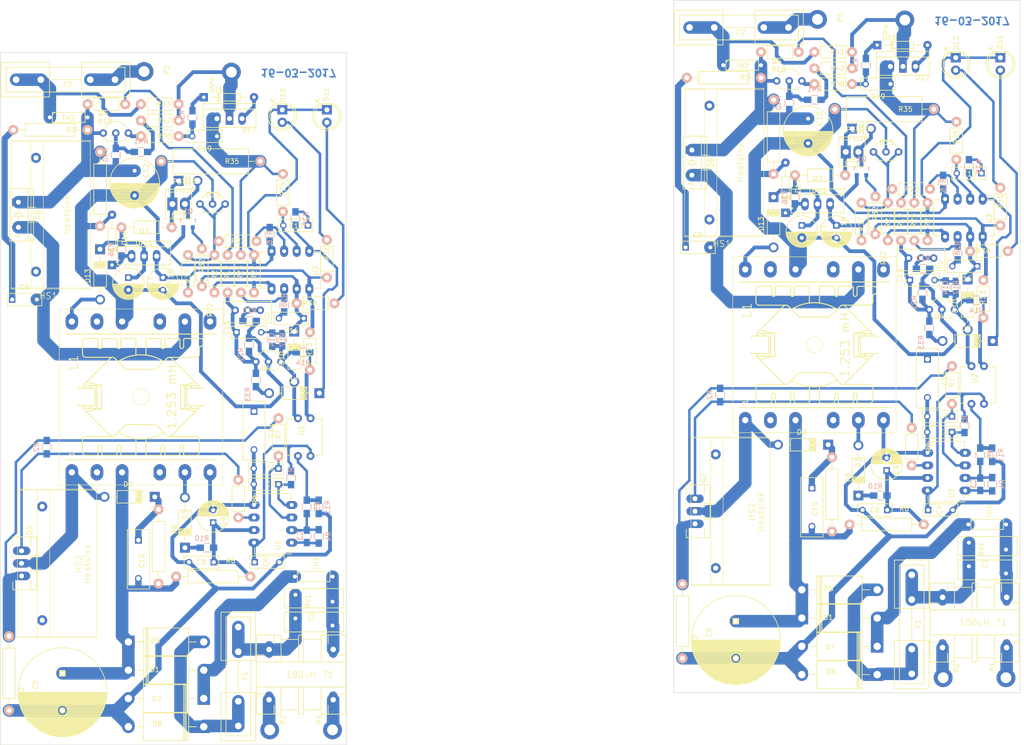
<source format=kicad_pcb>
(kicad_pcb (version 4) (host pcbnew 4.0.6-e0-6349~53~ubuntu16.04.1)
  (layers (0 F.Cu signal) (31 B.Cu signal) (34 B.Paste user) (35 F.Paste user) (36 B.SilkS user) (37 F.SilkS user) (38 B.Mask user) (39 F.Mask user) (44 Edge.Cuts user))
  (net 0 "")
  (net 1 "Net-(C1-Pad1)")
  (net 2 "Net-(C1-Pad2)")
  (net 3 "Net-(C2-Pad1)")
  (net 4 GNDA)
  (net 5 "Net-(C3-Pad1)")
  (net 6 "Net-(C3-Pad2)")
  (net 7 "Net-(C4-Pad1)")
  (net 8 "Net-(C10-Pad2)")
  (net 9 "Net-(C6-Pad1)")
  (net 10 "Net-(C6-Pad2)")
  (net 11 "Net-(C7-Pad1)")
  (net 12 "Net-(C8-Pad1)")
  (net 13 "Net-(C10-Pad1)")
  (net 14 GNDD)
  (net 15 VCC)
  (net 16 "Net-(C13-Pad1)")
  (net 17 "Net-(C13-Pad2)")
  (net 18 "Net-(C14-Pad1)")
  (net 19 "Net-(C14-Pad2)")
  (net 20 "Net-(C15-Pad1)")
  (net 21 "Net-(C16-Pad1)")
  (net 22 "Net-(C16-Pad2)")
  (net 23 +12V)
  (net 24 I_sen)
  (net 25 "Net-(C19-Pad2)")
  (net 26 "Net-(D1-Pad2)")
  (net 27 "Net-(D2-Pad2)")
  (net 28 "Net-(D3-Pad2)")
  (net 29 "Net-(D3-Pad1)")
  (net 30 "Net-(D5-Pad2)")
  (net 31 "Net-(D9-Pad2)")
  (net 32 "Net-(D9-Pad1)")
  (net 33 "Net-(D11-Pad2)")
  (net 34 "Net-(D12-Pad2)")
  (net 35 "Net-(D13-Pad2)")
  (net 36 "Net-(D14-Pad1)")
  (net 37 +2V5)
  (net 38 "Net-(D16-Pad2)")
  (net 39 "Net-(D16-Pad1)")
  (net 40 "Net-(D17-Pad2)")
  (net 41 "Net-(P1-Pad1)")
  (net 42 "Net-(P2-Pad1)")
  (net 43 "Net-(Q1-Pad1)")
  (net 44 "Net-(Q2-Pad1)")
  (net 45 "Net-(Q2-Pad3)")
  (net 46 "Net-(Q4-Pad2)")
  (net 47 "Net-(Q4-Pad3)")
  (net 48 "Net-(R11-Pad2)")
  (net 49 "Net-(R9-Pad2)")
  (net 50 "Net-(R13-Pad1)")
  (net 51 "Net-(R16-Pad2)")
  (net 52 "Net-(R18-Pad1)")
  (net 53 "Net-(R20-Pad2)")
  (net 54 "Net-(R22-Pad2)")
  (net 55 "Net-(R26-Pad1)")
  (net 56 "Net-(R41-Pad1)")
  (net 57 +15V)
  (net 58 "Net-(D18-Pad2)")
  (net 59 "Net-(D18-Pad1)")
  (net 60 "Net-(F2-Pad2)")
  (net 61 "Net-(F2-Pad1)")
  (module Capacitors_THT:C_Disc_D12_P7.75 (layer F.Cu) (at 218.7575 96.1995 270)
    (fp_text reference C11 (at 3.875 -3.5 270) (layer F.SilkS))
    (fp_text value "103 2kv")
    (pad 1 thru_hole rect (at 0 0 270) (size 1.4 1.4) (drill 0.9) (layers *.Cu *.Mask) (net 14 GNDD))
    (pad 2 thru_hole circle (at 7.75 0 270) (size 1.4 1.4) (drill 0.9) (layers *.Cu *.Mask) (net 4 GNDA))
  )
  (module Resistors_THT:Resistor_Horizontal_RM7mm (layer F.Cu) (at 218.7575 64.5795 270)
    (fp_text reference R22 (at 3.556 0 270) (layer F.SilkS))
    (fp_text value 1k-1%)
    (pad 1 thru_hole circle (at 0 0 270) (size 1.99898 1.99898) (drill 1.00076) (layers *.Cu *.SilkS *.Mask) (net 14 GNDD))
    (pad 2 thru_hole circle (at 7.62 0 270) (size 1.99898 1.99898) (drill 1.00076) (layers *.Cu *.SilkS *.Mask) (net 54 "Net-(R22-Pad2)"))
  )
  (module Resistors_THT:Resistor_Horizontal_RM7mm (layer F.Cu) (at 224.5995 55.8165 90)
    (fp_text reference R25 (at 4.572 0 90) (layer F.SilkS))
    (fp_text value 1k)
    (pad 1 thru_hole circle (at 0 0 90) (size 1.99898 1.99898) (drill 1.00076) (layers *.Cu *.SilkS *.Mask) (net 17 "Net-(C13-Pad2)"))
    (pad 2 thru_hole circle (at 7.62 0 90) (size 1.99898 1.99898) (drill 1.00076) (layers *.Cu *.SilkS *.Mask) (net 24 I_sen))
  )
  (module Diodes_THT:Diode_DO-41_SOD81_Vertical_AnodeUp (layer F.Cu) (at 203.5175 49.5935)
    (fp_text reference D18 (at 2.159 0) (layer F.SilkS))
    (fp_text value 1N4148)
    (fp_text user A (at 2.794 1.651) (layer F.SilkS))
    (pad 2 thru_hole circle (at 3.81 0) (size 1.99898 1.99898) (drill 1.27) (layers *.Cu *.Mask) (net 58 "Net-(D18-Pad2)"))
    (pad 1 thru_hole rect (at 0 0) (size 1.99898 1.99898) (drill 1.00076) (layers *.Cu *.Mask) (net 59 "Net-(D18-Pad1)"))
  )
  (module Resistors_THT:Resistor_Horizontal_RM7mm (layer F.Cu) (at 223.7105 97.5995 270)
    (fp_text reference R7 (at 3.302 0 270) (layer F.SilkS))
    (fp_text value 1k)
    (pad 1 thru_hole circle (at 0 0 270) (size 1.99898 1.99898) (drill 1.00076) (layers *.Cu *.SilkS *.Mask) (net 45 "Net-(Q2-Pad3)"))
    (pad 2 thru_hole circle (at 7.62 0 270) (size 1.99898 1.99898) (drill 1.00076) (layers *.Cu *.SilkS *.Mask) (net 11 "Net-(C7-Pad1)"))
  )
  (module TO_SOT_Packages_SMD:SOT-23 (layer B.Cu) (at 205.4225 57.9755 180)
    (fp_text reference Q1 (at 0 2.25 180) (layer B.SilkS) (effects (justify mirror)))
    (fp_text value tran-S8050)
    (pad 1 smd rect (at -0.95 -1.00076 180) (size 0.8001 0.8001) (layers B.Cu B.Paste B.Mask) (net 43 "Net-(Q1-Pad1)"))
    (pad 2 smd rect (at 0.95 -1.00076 180) (size 0.8001 0.8001) (layers B.Cu B.Paste B.Mask) (net 14 GNDD))
    (pad 3 smd rect (at 0 0.99822 180) (size 0.8001 0.8001) (layers B.Cu B.Paste B.Mask) (net 58 "Net-(D18-Pad2)"))
  )
  (module Resistors_THT:Resistor_Horizontal_RM7mm (layer F.Cu) (at 210.7565 72.1995 90)
    (fp_text reference R24 (at 4.064 0 90) (layer F.SilkS))
    (fp_text value 49.9k-1%)
    (pad 1 thru_hole circle (at 0 0 90) (size 1.99898 1.99898) (drill 1.00076) (layers *.Cu *.SilkS *.Mask) (net 54 "Net-(R22-Pad2)"))
    (pad 2 thru_hole circle (at 7.62 0 90) (size 1.99898 1.99898) (drill 1.00076) (layers *.Cu *.SilkS *.Mask) (net 37 +2V5))
  )
  (module Resistors_THT:Resistor_Horizontal_RM7mm (layer F.Cu) (at 219.2655 61.7855 180)
    (fp_text reference R23 (at 3.683 0 180) (layer F.SilkS))
    (fp_text value 56k-1%)
    (pad 1 thru_hole circle (at 0 0 180) (size 1.99898 1.99898) (drill 1.00076) (layers *.Cu *.SilkS *.Mask) (net 51 "Net-(R16-Pad2)"))
    (pad 2 thru_hole circle (at 7.62 0 180) (size 1.99898 1.99898) (drill 1.00076) (layers *.Cu *.SilkS *.Mask) (net 37 +2V5))
  )
  (module Resistors_THT:Resistor_Horizontal_RM7mm (layer F.Cu) (at 216.0905 72.1995 90)
    (fp_text reference R26 (at 4.064 -0.127 90) (layer F.SilkS))
    (fp_text value 1k)
    (pad 1 thru_hole circle (at 0 0 90) (size 1.99898 1.99898) (drill 1.00076) (layers *.Cu *.SilkS *.Mask) (net 55 "Net-(R26-Pad1)"))
    (pad 2 thru_hole circle (at 7.62 0 90) (size 1.99898 1.99898) (drill 1.00076) (layers *.Cu *.SilkS *.Mask) (net 24 I_sen))
  )
  (module Resistors_THT:Resistor_Horizontal_RM7mm (layer F.Cu) (at 203.5175 40.5765 180)
    (fp_text reference R38 (at 2.921 0 180) (layer F.SilkS))
    (fp_text value 15k)
    (pad 1 thru_hole circle (at 0 0 180) (size 1.99898 1.99898) (drill 1.00076) (layers *.Cu *.SilkS *.Mask) (net 25 "Net-(C19-Pad2)"))
    (pad 2 thru_hole circle (at 7.62 0 180) (size 1.99898 1.99898) (drill 1.00076) (layers *.Cu *.SilkS *.Mask) (net 47 "Net-(Q4-Pad3)"))
  )
  (module Capacitors_THT:C_Rect_L7_W2.5_P5 (layer F.Cu) (at 215.2015 80.2005)
    (fp_text reference C15 (at -2.032 -0.889 90) (layer F.SilkS))
    (fp_text value 1nF-50V)
    (pad 1 thru_hole rect (at 0 0) (size 1.3 1.3) (drill 0.8) (layers *.Cu *.Mask) (net 20 "Net-(C15-Pad1)"))
    (pad 2 thru_hole circle (at 5 0) (size 1.3 1.3) (drill 0.8) (layers *.Cu *.Mask) (net 18 "Net-(C14-Pad1)"))
  )
  (module Capacitors_THT:C_Rect_L7_W2.5_P5 (layer F.Cu) (at 211.2645 40.5765 180)
    (fp_text reference C19 (at 2.5 -2.5 180) (layer F.SilkS))
    (fp_text value 100nF-50V)
    (pad 1 thru_hole rect (at 0 0 180) (size 1.3 1.3) (drill 0.8) (layers *.Cu *.Mask) (net 24 I_sen))
    (pad 2 thru_hole circle (at 5 0 180) (size 1.3 1.3) (drill 0.8) (layers *.Cu *.Mask) (net 25 "Net-(C19-Pad2)"))
  )
  (module Capacitors_THT:C_Rect_L7_W2.5_P5 (layer F.Cu) (at 228.7905 77.4065 180)
    (fp_text reference C16 (at 2.5 -2.5 180) (layer F.SilkS))
    (fp_text value 103)
    (pad 1 thru_hole rect (at 0 0 180) (size 1.3 1.3) (drill 0.8) (layers *.Cu *.Mask) (net 21 "Net-(C16-Pad1)"))
    (pad 2 thru_hole circle (at 5 0 180) (size 1.3 1.3) (drill 0.8) (layers *.Cu *.Mask) (net 22 "Net-(C16-Pad2)"))
  )
  (module Capacitors_THT:C_Rect_L7_W2.5_P5 (layer F.Cu) (at 229.6795 58.6105 180)
    (fp_text reference C13 (at 2.413 -0.127 180) (layer F.SilkS))
    (fp_text value 103)
    (pad 1 thru_hole rect (at 0 0 180) (size 1.3 1.3) (drill 0.8) (layers *.Cu *.Mask) (net 16 "Net-(C13-Pad1)"))
    (pad 2 thru_hole circle (at 5 0 180) (size 1.3 1.3) (drill 0.8) (layers *.Cu *.Mask) (net 17 "Net-(C13-Pad2)"))
  )
  (module Fuse_Holders_and_Fuses:Fuseholder5x20_horiz_open_inline_Type-I (layer F.Cu) (at 180.6575 29.1465 180)
    (fp_text reference F2 (at -0.381 -1.016 180) (layer F.SilkS))
    (fp_text value Fuse-5A)
    (pad 2 thru_hole circle (at 5.00126 0 180) (size 2.3495 2.3495) (drill 1.34874) (layers *.Cu *.Mask) (net 60 "Net-(F2-Pad2)"))
    (pad 2 thru_hole circle (at 9.99998 0 180) (size 2.3495 2.3495) (drill 1.34874) (layers *.Cu *.Mask) (net 60 "Net-(F2-Pad2)"))
    (pad 1 thru_hole circle (at -5.00126 0 180) (size 2.3495 2.3495) (drill 1.34874) (layers *.Cu *.Mask) (net 61 "Net-(F2-Pad1)"))
    (pad 1 thru_hole circle (at -9.99998 0 180) (size 2.3495 2.3495) (drill 1.34874) (layers *.Cu *.Mask) (net 61 "Net-(F2-Pad1)"))
  )
  (module Capacitors_THT:C_Rect_L7_W2.5_P5 (layer F.Cu) (at 223.7105 107.7595 180)
    (fp_text reference C7 (at 1.778 0 180) (layer F.SilkS))
    (fp_text value 470pF50V)
    (pad 1 thru_hole rect (at 0 0 180) (size 1.3 1.3) (drill 0.8) (layers *.Cu *.Mask) (net 11 "Net-(C7-Pad1)"))
    (pad 2 thru_hole circle (at 5 0 180) (size 1.3 1.3) (drill 0.8) (layers *.Cu *.Mask) (net 4 GNDA))
  )
  (module Capacitors_THT:C_Radial_D6.3_L11.2_P2.5 (layer F.Cu) (at 200.3425 69.1515 270)
    (fp_text reference C18 (at -0.254 -1.524 270) (layer F.SilkS))
    (fp_text value 220uF16V)
    (pad 2 thru_hole circle (at 2.5 0 270) (size 1.3 1.3) (drill 0.8) (layers *.Cu *.Mask) (net 14 GNDD))
    (pad 1 thru_hole rect (at 0 0 270) (size 1.3 1.3) (drill 0.8) (layers *.Cu *.Mask) (net 23 +12V))
  )
  (module Capacitors_THT:C_Radial_D6.3_L11.2_P2.5 (layer F.Cu) (at 193.3575 69.1515 270)
    (fp_text reference C17 (at 1.25 -4.4 270) (layer F.SilkS))
    (fp_text value 100uF35V)
    (pad 2 thru_hole circle (at 2.5 0 270) (size 1.3 1.3) (drill 0.8) (layers *.Cu *.Mask) (net 14 GNDD))
    (pad 1 thru_hole rect (at 0 0 270) (size 1.3 1.3) (drill 0.8) (layers *.Cu *.Mask) (net 57 +15V))
  )
  (module Capacitors_THT:C_Radial_D10_L21_P5 (layer F.Cu) (at 194.6275 47.5615 270)
    (fp_text reference C12 (at 0 -2.286 270) (layer F.SilkS))
    (fp_text value 330uF100V)
    (pad 1 thru_hole rect (at 0 0 270) (size 1.3 1.3) (drill 0.8) (layers *.Cu *.Mask) (net 15 VCC))
    (pad 2 thru_hole circle (at 5 0 270) (size 1.3 1.3) (drill 0.8) (layers *.Cu *.Mask) (net 14 GNDD))
  )
  (module Capacitors_THT:C_Rect_L7_W2.5_P5 (layer F.Cu) (at 169.8625 73.5965)
    (fp_text reference C6 (at 2.5 -2.5) (layer F.SilkS))
    (fp_text value "471 2kv")
    (pad 1 thru_hole rect (at 0 0) (size 1.3 1.3) (drill 0.8) (layers *.Cu *.Mask) (net 9 "Net-(C6-Pad1)"))
    (pad 2 thru_hole circle (at 5 0) (size 1.3 1.3) (drill 0.8) (layers *.Cu *.Mask) (net 10 "Net-(C6-Pad2)"))
  )
  (module Resistors_THT:Resistor_Horizontal_RM15mm (layer F.Cu) (at 185.1025 39.3065 180)
    (fp_text reference R3 (at 3.302 0 180) (layer F.SilkS))
    (fp_text value 56R-2W)
    (pad 1 thru_hole circle (at 0 0 180) (size 1.99898 1.99898) (drill 1.00076) (layers *.Cu *.SilkS *.Mask) (net 15 VCC))
    (pad 2 thru_hole circle (at 15 0 180) (size 1.99898 1.99898) (drill 1.00076) (layers *.Cu *.SilkS *.Mask) (net 9 "Net-(C6-Pad1)"))
  )
  (module Diodes_THT:Diode_TO-220_Vertical (layer F.Cu) (at 171.1325 53.9115 270)
    (fp_text reference D6 (at 2.54762 -3.92938 270) (layer F.SilkS))
    (fp_text value MUR860)
    (fp_text user A (at 6.858 0.127 270) (layer F.SilkS))
    (pad 1 thru_hole rect (at 0 0) (size 2.49936 1.50114) (drill 1.00076) (layers *.Cu *.Mask) (net 15 VCC))
    (pad 2 thru_hole oval (at 5.08 0) (size 2.49936 1.50114) (drill 1.00076) (layers *.Cu *.Mask) (net 10 "Net-(C6-Pad2)"))
  )
  (module Capacitors_SMD:C_0805_HandSoldering (layer B.Cu) (at 229.4255 121.4755 90)
    (fp_text reference C3 (at 0.127 -1.397 90) (layer B.SilkS) (effects (justify mirror)))
    (fp_text value 1nF)
    (pad 1 smd rect (at -1.25 0 90) (size 1.5 1.25) (layers B.Cu B.Paste B.Mask) (net 5 "Net-(C3-Pad1)"))
    (pad 2 smd rect (at 1.25 0 90) (size 1.5 1.25) (layers B.Cu B.Paste B.Mask) (net 6 "Net-(C3-Pad2)"))
  )
  (module Capacitors_THT:C_Rect_L7_W2.5_P5 (layer F.Cu) (at 223.7105 110.9345 180)
    (fp_text reference C2 (at 1.651 0 180) (layer F.SilkS))
    (fp_text value 4.7nF)
    (pad 1 thru_hole rect (at 0 0 180) (size 1.3 1.3) (drill 0.8) (layers *.Cu *.Mask) (net 3 "Net-(C2-Pad1)"))
    (pad 2 thru_hole circle (at 5 0 180) (size 1.3 1.3) (drill 0.8) (layers *.Cu *.Mask) (net 4 GNDA))
  )
  (module Capacitors_THT:C_Rect_L7_W2.5_P5 (layer F.Cu) (at 210.6295 126.6825 180)
    (fp_text reference C8 (at 2.54 0 180) (layer F.SilkS))
    (fp_text value 100nF-50V)
    (pad 1 thru_hole rect (at 0 0 180) (size 1.3 1.3) (drill 0.8) (layers *.Cu *.Mask) (net 12 "Net-(C8-Pad1)"))
    (pad 2 thru_hole circle (at 5 0 180) (size 1.3 1.3) (drill 0.8) (layers *.Cu *.Mask) (net 4 GNDA))
  )
  (module Resistors_SMD:R_0805_HandSoldering (layer B.Cu) (at 226.2505 109.6645 90)
    (fp_text reference R1 (at 1.143 0 90) (layer B.SilkS) (effects (justify mirror)))
    (fp_text value 8.2k)
    (pad 1 smd rect (at -1.35 0 90) (size 1.5 1.3) (layers B.Cu B.Paste B.Mask) (net 3 "Net-(C2-Pad1)"))
    (pad 2 smd rect (at 1.35 0 90) (size 1.5 1.3) (layers B.Cu B.Paste B.Mask) (net 7 "Net-(C4-Pad1)"))
  )
  (module Resistors_THT:Resistor_Horizontal_RM15mm (layer F.Cu) (at 199.4535 116.0145 270)
    (fp_text reference R8 (at 4.064 -3.302 270) (layer F.SilkS))
    (fp_text value 47k-2W)
    (pad 1 thru_hole circle (at 0 0 270) (size 1.99898 1.99898) (drill 1.00076) (layers *.Cu *.SilkS *.Mask) (net 13 "Net-(C10-Pad1)"))
    (pad 2 thru_hole circle (at 15 0 270) (size 1.99898 1.99898) (drill 1.00076) (layers *.Cu *.SilkS *.Mask) (net 8 "Net-(C10-Pad2)"))
  )
  (module Resistors_THT:Resistor_Horizontal_RM15mm (layer F.Cu) (at 169.2275 156.6545 90)
    (fp_text reference R12 (at 3.302 2.54 90) (layer F.SilkS))
    (fp_text value 0.33R-1W)
    (pad 1 thru_hole circle (at 0 0 90) (size 1.99898 1.99898) (drill 1.00076) (layers *.Cu *.SilkS *.Mask) (net 4 GNDA))
    (pad 2 thru_hole circle (at 15 0 90) (size 1.99898 1.99898) (drill 1.00076) (layers *.Cu *.SilkS *.Mask) (net 45 "Net-(Q2-Pad3)"))
  )
  (module Housings_DIP:DIP-8_W7.62mm_LongPads (layer F.Cu) (at 229.9335 63.8175 270)
    (fp_text reference U3 (at 3.937 -1.27 270) (layer F.SilkS))
    (fp_text value LM358)
    (pad 1 thru_hole oval (at 0 0 270) (size 2.3 1.6) (drill 0.8) (layers *.Cu *.Mask) (net 32 "Net-(D9-Pad1)"))
    (pad 2 thru_hole oval (at 0 2.54 270) (size 2.3 1.6) (drill 0.8) (layers *.Cu *.Mask) (net 17 "Net-(C13-Pad2)"))
    (pad 3 thru_hole oval (at 0 5.08 270) (size 2.3 1.6) (drill 0.8) (layers *.Cu *.Mask) (net 51 "Net-(R16-Pad2)"))
    (pad 4 thru_hole oval (at 0 7.62 270) (size 2.3 1.6) (drill 0.8) (layers *.Cu *.Mask) (net 14 GNDD))
    (pad 5 thru_hole oval (at 7.62 7.62 270) (size 2.3 1.6) (drill 0.8) (layers *.Cu *.Mask) (net 54 "Net-(R22-Pad2)"))
    (pad 6 thru_hole oval (at 7.62 5.08 270) (size 2.3 1.6) (drill 0.8) (layers *.Cu *.Mask) (net 55 "Net-(R26-Pad1)"))
    (pad 7 thru_hole oval (at 7.62 2.54 270) (size 2.3 1.6) (drill 0.8) (layers *.Cu *.Mask) (net 21 "Net-(C16-Pad1)"))
    (pad 8 thru_hole oval (at 7.62 0 270) (size 2.3 1.6) (drill 0.8) (layers *.Cu *.Mask) (net 23 +12V))
  )
  (module Housings_DIP:DIP-4_W7.62mm (layer F.Cu) (at 230.1875 97.5995 270)
    (fp_text reference U2 (at 2.413 1.778 270) (layer F.SilkS))
    (fp_text value PC817)
    (pad 1 thru_hole oval (at 0 0 270) (size 1.6 1.6) (drill 0.8) (layers *.Cu *.Mask) (net 50 "Net-(R13-Pad1)"))
    (pad 2 thru_hole oval (at 0 2.54 270) (size 1.6 1.6) (drill 0.8) (layers *.Cu *.Mask) (net 19 "Net-(C14-Pad2)"))
    (pad 3 thru_hole oval (at 7.62 2.54 270) (size 1.6 1.6) (drill 0.8) (layers *.Cu *.Mask) (net 48 "Net-(R11-Pad2)"))
    (pad 4 thru_hole oval (at 7.62 0 270) (size 1.6 1.6) (drill 0.8) (layers *.Cu *.Mask) (net 7 "Net-(C4-Pad1)"))
  )
  (module Housings_DIP:DIP-8_W7.62mm_LongPads (layer F.Cu) (at 226.3775 122.7455 180)
    (fp_text reference U1 (at 2.794 -0.508 270) (layer F.SilkS))
    (fp_text value UC3842)
    (pad 1 thru_hole oval (at 0 0 180) (size 2.3 1.6) (drill 0.8) (layers *.Cu *.Mask) (net 5 "Net-(C3-Pad1)"))
    (pad 2 thru_hole oval (at 0 2.54 180) (size 2.3 1.6) (drill 0.8) (layers *.Cu *.Mask) (net 6 "Net-(C3-Pad2)"))
    (pad 3 thru_hole oval (at 0 5.08 180) (size 2.3 1.6) (drill 0.8) (layers *.Cu *.Mask) (net 11 "Net-(C7-Pad1)"))
    (pad 4 thru_hole oval (at 0 7.62 180) (size 2.3 1.6) (drill 0.8) (layers *.Cu *.Mask) (net 3 "Net-(C2-Pad1)"))
    (pad 5 thru_hole oval (at 7.62 7.62 180) (size 2.3 1.6) (drill 0.8) (layers *.Cu *.Mask) (net 4 GNDA))
    (pad 6 thru_hole oval (at 7.62 5.08 180) (size 2.3 1.6) (drill 0.8) (layers *.Cu *.Mask) (net 49 "Net-(R9-Pad2)"))
    (pad 7 thru_hole oval (at 7.62 2.54 180) (size 2.3 1.6) (drill 0.8) (layers *.Cu *.Mask) (net 12 "Net-(C8-Pad1)"))
    (pad 8 thru_hole oval (at 7.62 0 180) (size 2.3 1.6) (drill 0.8) (layers *.Cu *.Mask) (net 7 "Net-(C4-Pad1)"))
  )
  (module Discret:R3 (layer F.Cu) (at 181.2925 36.7665)
    (fp_text reference TH2 (at 0 0.127) (layer F.SilkS))
    (fp_text value 5D-13)
    (pad 1 thru_hole circle (at -3.81 0) (size 1.397 1.397) (drill 0.8128) (layers *.Cu *.Mask) (net 60 "Net-(F2-Pad2)"))
    (pad 2 thru_hole circle (at 3.81 0) (size 1.397 1.397) (drill 0.8128) (layers *.Cu *.Mask) (net 15 VCC))
  )
  (module Discret:R3 (layer F.Cu) (at 230.8225 129.6035)
    (fp_text reference TH1 (at 0.508 -2.667 90) (layer F.SilkS))
    (fp_text value 5D-11)
    (pad 1 thru_hole circle (at -3.81 0) (size 1.397 1.397) (drill 0.8128) (layers *.Cu *.Mask) (net 26 "Net-(D1-Pad2)"))
    (pad 2 thru_hole circle (at 3.81 0) (size 1.397 1.397) (drill 0.8128) (layers *.Cu *.Mask) (net 1 "Net-(C1-Pad1)"))
  )
  (module inductors:inductors-MFE (layer F.Cu) (at 228.2825 149.4155 180)
    (fp_text reference T1 (at -5.461 0 360) (layer F.SilkS) (effects (font (size 1.27 1.27) (thickness 0.127))))
    (fp_text value 180uH (at 0 0 180) (layer F.SilkS) (effects (font (size 1.27 1.27) (thickness 0.127))))
    (pad 1 thru_hole oval (at 6.477 5.08) (size 1.6764 3.3528) (drill 1.1176) (layers *.Cu *.Paste *.Mask) (net 2 "Net-(C1-Pad2)"))
    (pad 2 thru_hole oval (at 6.477 -5.08) (size 1.6764 3.3528) (drill 1.1176) (layers *.Cu *.Paste *.Mask) (net 42 "Net-(P2-Pad1)"))
    (pad 3 thru_hole oval (at -6.477 -5.08) (size 1.6764 3.3528) (drill 1.1176) (layers *.Cu *.Paste *.Mask) (net 41 "Net-(P1-Pad1)"))
    (pad 4 thru_hole oval (at -6.477 5.08) (size 1.6764 3.3528) (drill 1.1176) (layers *.Cu *.Paste *.Mask) (net 1 "Net-(C1-Pad1)"))
  )
  (module Potentiometers:Potentiometer_Bourns_3296W_3-8Zoll_Inline_ScrewUp (layer F.Cu) (at 220.0275 75.7555 90)
    (fp_text reference RV2 (at 0 -10.16 90) (layer F.SilkS))
    (fp_text value RV-1k)
    (pad 2 thru_hole circle (at 0 -2.54 90) (size 1.524 1.524) (drill 0.8128) (layers *.Cu *.Mask) (net 53 "Net-(R20-Pad2)"))
    (pad 3 thru_hole circle (at 0 -5.08 90) (size 1.524 1.524) (drill 0.8128) (layers *.Cu *.Mask) (net 20 "Net-(C15-Pad1)"))
    (pad 1 thru_hole circle (at 0 0 90) (size 1.524 1.524) (drill 0.8128) (layers *.Cu *.Mask) (net 53 "Net-(R20-Pad2)"))
  )
  (module Varistors:RV_Disc_D12_W3.9_P7.5 (layer F.Cu) (at 234.6325 134.6835 180)
    (fp_text reference RV1 (at 4.953 0.127 270) (layer F.SilkS))
    (fp_text value 14D471K)
    (pad 1 thru_hole circle (at 0 0 180) (size 1.8 1.8) (drill 0.8) (layers *.Cu *.Mask) (net 1 "Net-(C1-Pad1)"))
    (pad 2 thru_hole circle (at 7.5 1.4 180) (size 1.8 1.8) (drill 0.8) (layers *.Cu *.Mask) (net 2 "Net-(C1-Pad2)"))
  )
  (module Resistors_THT:Resistor_Horizontal_RM7mm (layer F.Cu) (at 203.5175 34.0995 180)
    (fp_text reference R43 (at 3.048 0 180) (layer F.SilkS))
    (fp_text value 15k)
    (pad 1 thru_hole circle (at 0 0 180) (size 1.99898 1.99898) (drill 1.00076) (layers *.Cu *.SilkS *.Mask) (net 40 "Net-(D17-Pad2)"))
    (pad 2 thru_hole circle (at 7.62 0 180) (size 1.99898 1.99898) (drill 1.00076) (layers *.Cu *.SilkS *.Mask) (net 60 "Net-(F2-Pad2)"))
  )
  (module Resistors_THT:Resistor_Horizontal_RM7mm (layer F.Cu) (at 203.5175 37.4015 180)
    (fp_text reference R42 (at 2.921 0 180) (layer F.SilkS))
    (fp_text value 20k)
    (pad 1 thru_hole circle (at 0 0 180) (size 1.99898 1.99898) (drill 1.00076) (layers *.Cu *.SilkS *.Mask) (net 40 "Net-(D17-Pad2)"))
    (pad 2 thru_hole circle (at 7.62 0 180) (size 1.99898 1.99898) (drill 1.00076) (layers *.Cu *.SilkS *.Mask) (net 56 "Net-(R41-Pad1)"))
  )
  (module Resistors_SMD:R_0805_HandSoldering (layer B.Cu) (at 195.8975 43.7515 180)
    (fp_text reference R41 (at 0 2.1 180) (layer B.SilkS) (effects (justify mirror)))
    (fp_text value 20k)
    (pad 1 smd rect (at -1.35 0 180) (size 1.5 1.3) (layers B.Cu B.Paste B.Mask) (net 56 "Net-(R41-Pad1)"))
    (pad 2 smd rect (at 1.35 0 180) (size 1.5 1.3) (layers B.Cu B.Paste B.Mask) (net 46 "Net-(Q4-Pad2)"))
  )
  (module Resistors_SMD:R_0805_HandSoldering (layer B.Cu) (at 190.8175 44.3865 270)
    (fp_text reference R40 (at 0 2.1 270) (layer B.SilkS) (effects (justify mirror)))
    (fp_text value 3k)
    (pad 1 smd rect (at -1.35 0 270) (size 1.5 1.3) (layers B.Cu B.Paste B.Mask) (net 46 "Net-(Q4-Pad2)"))
    (pad 2 smd rect (at 1.35 0 270) (size 1.5 1.3) (layers B.Cu B.Paste B.Mask) (net 15 VCC))
  )
  (module Resistors_SMD:R_0805_HandSoldering (layer B.Cu) (at 206.3115 36.7665 270)
    (fp_text reference R39 (at 0 2.1 270) (layer B.SilkS) (effects (justify mirror)))
    (fp_text value 100R)
    (pad 1 smd rect (at -1.35 0 270) (size 1.5 1.3) (layers B.Cu B.Paste B.Mask) (net 39 "Net-(D16-Pad1)"))
    (pad 2 smd rect (at 1.35 0 270) (size 1.5 1.3) (layers B.Cu B.Paste B.Mask) (net 25 "Net-(C19-Pad2)"))
  )
  (module Resistors_THT:Resistor_Horizontal_RM7mm (layer F.Cu) (at 205.4225 64.5795 270)
    (fp_text reference R37 (at 4.318 0 270) (layer F.SilkS))
    (fp_text value 3k)
    (pad 1 thru_hole circle (at 0 0 270) (size 1.99898 1.99898) (drill 1.00076) (layers *.Cu *.SilkS *.Mask) (net 37 +2V5))
    (pad 2 thru_hole circle (at 7.62 0 270) (size 1.99898 1.99898) (drill 1.00076) (layers *.Cu *.SilkS *.Mask) (net 23 +12V))
  )
  (module Resistors_SMD:R_0805_HandSoldering (layer B.Cu) (at 191.9605 63.4365 270)
    (fp_text reference R36 (at 0 2.1 270) (layer B.SilkS) (effects (justify mirror)))
    (fp_text value 20k)
    (pad 1 smd rect (at -1.35 0 270) (size 1.5 1.3) (layers B.Cu B.Paste B.Mask) (net 57 +15V))
    (pad 2 smd rect (at 1.35 0 270) (size 1.5 1.3) (layers B.Cu B.Paste B.Mask) (net 36 "Net-(D14-Pad1)"))
  )
  (module Resistors_THT:Resistor_Horizontal_RM20mm (layer F.Cu) (at 220.0275 45.6565 180)
    (fp_text reference R35 (at 5.715 0 180) (layer F.SilkS))
    (fp_text value 0.1R-2W)
    (pad 1 thru_hole circle (at 0 0 180) (size 1.99898 1.99898) (drill 1.00076) (layers *.Cu *.SilkS *.Mask) (net 24 I_sen))
    (pad 2 thru_hole circle (at 20 0 180) (size 1.99898 1.99898) (drill 1.00076) (layers *.Cu *.SilkS *.Mask) (net 14 GNDD))
  )
  (module Resistors_THT:Resistor_Horizontal_RM10mm (layer F.Cu) (at 202.1205 58.9915 180)
    (fp_text reference R34 (at 5.32892 -3.50012 180) (layer F.SilkS))
    (fp_text value 100R-1W)
    (pad 1 thru_hole circle (at 0 0 180) (size 1.99898 1.99898) (drill 1.00076) (layers *.Cu *.SilkS *.Mask) (net 59 "Net-(D18-Pad1)"))
    (pad 2 thru_hole circle (at 10.16 0 180) (size 1.99898 1.99898) (drill 1.00076) (layers *.Cu *.SilkS *.Mask) (net 57 +15V))
  )
  (module Resistors_SMD:R_0805_HandSoldering (layer B.Cu) (at 219.1385 89.8525 270)
    (fp_text reference R33 (at 2.921 1.651 270) (layer B.SilkS) (effects (justify mirror)))
    (fp_text value 10R)
    (pad 1 smd rect (at -1.35 0 270) (size 1.5 1.3) (layers B.Cu B.Paste B.Mask) (net 20 "Net-(C15-Pad1)"))
    (pad 2 smd rect (at 1.35 0 270) (size 1.5 1.3) (layers B.Cu B.Paste B.Mask) (net 31 "Net-(D9-Pad2)"))
  )
  (module Resistors_THT:Resistor_Horizontal_RM7mm (layer F.Cu) (at 208.2165 70.9295 90)
    (fp_text reference R32 (at 4.191 0 90) (layer F.SilkS))
    (fp_text value 1k)
    (pad 1 thru_hole circle (at 0 0 90) (size 1.99898 1.99898) (drill 1.00076) (layers *.Cu *.SilkS *.Mask) (net 21 "Net-(C16-Pad1)"))
    (pad 2 thru_hole circle (at 7.62 0 90) (size 1.99898 1.99898) (drill 1.00076) (layers *.Cu *.SilkS *.Mask) (net 43 "Net-(Q1-Pad1)"))
  )
  (module Resistors_THT:Resistor_Horizontal_RM7mm (layer F.Cu) (at 233.4895 69.1515 90)
    (fp_text reference R31 (at 4.826 0 90) (layer F.SilkS))
    (fp_text value 1k)
    (pad 1 thru_hole circle (at 0 0 90) (size 1.99898 1.99898) (drill 1.00076) (layers *.Cu *.SilkS *.Mask) (net 23 +12V))
    (pad 2 thru_hole circle (at 7.62 0 90) (size 1.99898 1.99898) (drill 1.00076) (layers *.Cu *.SilkS *.Mask) (net 34 "Net-(D12-Pad2)"))
  )
  (module Resistors_THT:Resistor_Horizontal_RM7mm (layer F.Cu) (at 227.3935 74.3585)
    (fp_text reference R30 (at 2.667 0) (layer F.SilkS))
    (fp_text value 1k)
    (pad 1 thru_hole circle (at 0 0) (size 1.99898 1.99898) (drill 1.00076) (layers *.Cu *.SilkS *.Mask) (net 21 "Net-(C16-Pad1)"))
    (pad 2 thru_hole circle (at 7.62 0) (size 1.99898 1.99898) (drill 1.00076) (layers *.Cu *.SilkS *.Mask) (net 33 "Net-(D11-Pad2)"))
  )
  (module Resistors_SMD:R_0805_HandSoldering (layer B.Cu) (at 227.1395 57.2135 90)
    (fp_text reference R29 (at 0 2.1 90) (layer B.SilkS) (effects (justify mirror)))
    (fp_text value 10k)
    (pad 1 smd rect (at -1.35 0 90) (size 1.5 1.3) (layers B.Cu B.Paste B.Mask) (net 32 "Net-(D9-Pad1)"))
    (pad 2 smd rect (at 1.35 0 90) (size 1.5 1.3) (layers B.Cu B.Paste B.Mask) (net 16 "Net-(C13-Pad1)"))
  )
  (module Resistors_SMD:R_0805_HandSoldering (layer B.Cu) (at 224.8535 74.7395 90)
    (fp_text reference R28 (at 1.016 0 90) (layer B.SilkS) (effects (justify mirror)))
    (fp_text value 10k)
    (pad 1 smd rect (at -1.35 0 90) (size 1.5 1.3) (layers B.Cu B.Paste B.Mask) (net 22 "Net-(C16-Pad2)"))
    (pad 2 smd rect (at 1.35 0 90) (size 1.5 1.3) (layers B.Cu B.Paste B.Mask) (net 55 "Net-(R26-Pad1)"))
  )
  (module Resistors_SMD:R_0805_HandSoldering (layer B.Cu) (at 217.7415 82.7405 270)
    (fp_text reference R21 (at 2.032 1.651 270) (layer B.SilkS) (effects (justify mirror)))
    (fp_text value 3k3)
    (pad 1 smd rect (at -1.35 0 270) (size 1.5 1.3) (layers B.Cu B.Paste B.Mask) (net 14 GNDD))
    (pad 2 smd rect (at 1.35 0 270) (size 1.5 1.3) (layers B.Cu B.Paste B.Mask) (net 20 "Net-(C15-Pad1)"))
  )
  (module Resistors_SMD:R_0805_HandSoldering (layer B.Cu) (at 217.8685 77.9145 180)
    (fp_text reference R20 (at 0 2.1 180) (layer B.SilkS) (effects (justify mirror)))
    (fp_text value 7.5k)
    (pad 1 smd rect (at -1.35 0 180) (size 1.5 1.3) (layers B.Cu B.Paste B.Mask) (net 14 GNDD))
    (pad 2 smd rect (at 1.35 0 180) (size 1.5 1.3) (layers B.Cu B.Paste B.Mask) (net 53 "Net-(R20-Pad2)"))
  )
  (module Resistors_THT:Resistor_Horizontal_RM7mm (layer F.Cu) (at 213.4235 72.1995 90)
    (fp_text reference R19 (at 4.064 -0.127 90) (layer F.SilkS))
    (fp_text value 27k)
    (pad 1 thru_hole circle (at 0 0 90) (size 1.99898 1.99898) (drill 1.00076) (layers *.Cu *.SilkS *.Mask) (net 20 "Net-(C15-Pad1)"))
    (pad 2 thru_hole circle (at 7.62 0 90) (size 1.99898 1.99898) (drill 1.00076) (layers *.Cu *.SilkS *.Mask) (net 52 "Net-(R18-Pad1)"))
  )
  (module Resistors_THT:Resistor_Horizontal_RM7mm (layer F.Cu) (at 192.7225 34.0995 180)
    (fp_text reference R18 (at 4.05892 -3.50012 180) (layer F.SilkS))
    (fp_text value 27k)
    (pad 1 thru_hole circle (at 0 0 180) (size 1.99898 1.99898) (drill 1.00076) (layers *.Cu *.SilkS *.Mask) (net 52 "Net-(R18-Pad1)"))
    (pad 2 thru_hole circle (at 7.62 0 180) (size 1.99898 1.99898) (drill 1.00076) (layers *.Cu *.SilkS *.Mask) (net 15 VCC))
  )
  (module Resistors_SMD:R_0805_HandSoldering (layer B.Cu) (at 222.4405 81.7245 90)
    (fp_text reference R17 (at 0 2.1 90) (layer B.SilkS) (effects (justify mirror)))
    (fp_text value 33k)
    (pad 1 smd rect (at -1.35 0 90) (size 1.5 1.3) (layers B.Cu B.Paste B.Mask) (net 19 "Net-(C14-Pad2)"))
    (pad 2 smd rect (at 1.35 0 90) (size 1.5 1.3) (layers B.Cu B.Paste B.Mask) (net 18 "Net-(C14-Pad1)"))
  )
  (module Resistors_SMD:R_0805_HandSoldering (layer B.Cu) (at 221.9325 60.3885 90)
    (fp_text reference R16 (at -0.635 0 90) (layer B.SilkS) (effects (justify mirror)))
    (fp_text value 4.7k-1%)
    (pad 1 smd rect (at -1.35 0 90) (size 1.5 1.3) (layers B.Cu B.Paste B.Mask) (net 14 GNDD))
    (pad 2 smd rect (at 1.35 0 90) (size 1.5 1.3) (layers B.Cu B.Paste B.Mask) (net 51 "Net-(R16-Pad2)"))
  )
  (module Resistors_THT:Resistor_Horizontal_RM15mm (layer F.Cu) (at 187.6425 43.7515 270)
    (fp_text reference R15 (at 7.5 -3.74904 270) (layer F.SilkS))
    (fp_text value 15k-1W)
    (pad 1 thru_hole circle (at 0 0 270) (size 1.99898 1.99898) (drill 1.00076) (layers *.Cu *.SilkS *.Mask) (net 15 VCC))
    (pad 2 thru_hole circle (at 15 0 270) (size 1.99898 1.99898) (drill 1.00076) (layers *.Cu *.SilkS *.Mask) (net 14 GNDD))
  )
  (module Resistors_SMD:R_0805_HandSoldering (layer B.Cu) (at 228.6635 84.2645)
    (fp_text reference R14 (at 0 2.1) (layer B.SilkS) (effects (justify mirror)))
    (fp_text value 1k)
    (pad 1 smd rect (at -1.35 0) (size 1.5 1.3) (layers B.Cu B.Paste B.Mask) (net 19 "Net-(C14-Pad2)"))
    (pad 2 smd rect (at 1.35 0) (size 1.5 1.3) (layers B.Cu B.Paste B.Mask) (net 50 "Net-(R13-Pad1)"))
  )
  (module Resistors_THT:Resistor_Horizontal_RM7mm (layer F.Cu) (at 230.0605 87.8205 90)
    (fp_text reference R13 (at 4.064 -0.127 90) (layer F.SilkS))
    (fp_text value 1k)
    (pad 1 thru_hole circle (at 0 0 90) (size 1.99898 1.99898) (drill 1.00076) (layers *.Cu *.SilkS *.Mask) (net 50 "Net-(R13-Pad1)"))
    (pad 2 thru_hole circle (at 7.62 0 90) (size 1.99898 1.99898) (drill 1.00076) (layers *.Cu *.SilkS *.Mask) (net 23 +12V))
  )
  (module Resistors_SMD:R_0805_HandSoldering (layer B.Cu) (at 231.8385 115.5065 90)
    (fp_text reference R11 (at -0.127 1.778 90) (layer B.SilkS) (effects (justify mirror)))
    (fp_text value 1k)
    (pad 1 smd rect (at -1.35 0 90) (size 1.5 1.3) (layers B.Cu B.Paste B.Mask) (net 4 GNDA))
    (pad 2 smd rect (at 1.35 0 90) (size 1.5 1.3) (layers B.Cu B.Paste B.Mask) (net 48 "Net-(R11-Pad2)"))
  )
  (module Resistors_SMD:R_0805_HandSoldering (layer B.Cu) (at 209.2325 123.7615)
    (fp_text reference R10 (at -1.016 -1.905 180) (layer B.SilkS) (effects (justify mirror)))
    (fp_text value 10R)
    (pad 1 smd rect (at -1.35 0) (size 1.5 1.3) (layers B.Cu B.Paste B.Mask) (net 29 "Net-(D3-Pad1)"))
    (pad 2 smd rect (at 1.35 0) (size 1.5 1.3) (layers B.Cu B.Paste B.Mask) (net 12 "Net-(C8-Pad1)"))
  )
  (module Resistors_THT:Resistor_Horizontal_RM7mm (layer F.Cu) (at 215.5825 110.0455 270)
    (fp_text reference R9 (at 4.05892 -3.50012 270) (layer F.SilkS))
    (fp_text value 33R2)
    (pad 1 thru_hole circle (at 0 0 270) (size 1.99898 1.99898) (drill 1.00076) (layers *.Cu *.SilkS *.Mask) (net 44 "Net-(Q2-Pad1)"))
    (pad 2 thru_hole circle (at 7.62 0 270) (size 1.99898 1.99898) (drill 1.00076) (layers *.Cu *.SilkS *.Mask) (net 49 "Net-(R9-Pad2)"))
  )
  (module Resistors_THT:Resistor_Horizontal_RM15mm (layer F.Cu) (at 203.0095 129.6035)
    (fp_text reference R6 (at 11.049 -3.175) (layer F.SilkS))
    (fp_text value 150K1W)
    (pad 1 thru_hole circle (at 0 0) (size 1.99898 1.99898) (drill 1.00076) (layers *.Cu *.SilkS *.Mask) (net 8 "Net-(C10-Pad2)"))
    (pad 2 thru_hole circle (at 15 0) (size 1.99898 1.99898) (drill 1.00076) (layers *.Cu *.SilkS *.Mask) (net 12 "Net-(C8-Pad1)"))
  )
  (module Resistors_SMD:R_0805_HandSoldering (layer B.Cu) (at 229.4255 115.5065 270)
    (fp_text reference R5 (at -0.127 -2.159 270) (layer B.SilkS) (effects (justify mirror)))
    (fp_text value 15k)
    (pad 1 smd rect (at -1.35 0 270) (size 1.5 1.3) (layers B.Cu B.Paste B.Mask) (net 48 "Net-(R11-Pad2)"))
    (pad 2 smd rect (at 1.35 0 270) (size 1.5 1.3) (layers B.Cu B.Paste B.Mask) (net 6 "Net-(C3-Pad2)"))
  )
  (module Resistors_SMD:R_0805_HandSoldering (layer B.Cu) (at 231.8385 121.4755 90)
    (fp_text reference R4 (at 0 2.032 90) (layer B.SilkS) (effects (justify mirror)))
    (fp_text value 10k)
    (pad 1 smd rect (at -1.35 0 90) (size 1.5 1.3) (layers B.Cu B.Paste B.Mask) (net 5 "Net-(C3-Pad1)"))
    (pad 2 smd rect (at 1.35 0 90) (size 1.5 1.3) (layers B.Cu B.Paste B.Mask) (net 6 "Net-(C3-Pad2)"))
  )
  (module Resistors_SMD:R_0805_HandSoldering (layer B.Cu) (at 176.8475 103.4415 270)
    (fp_text reference R2 (at 0 2.1 270) (layer B.SilkS) (effects (justify mirror)))
    (fp_text value 10k)
    (pad 1 smd rect (at -1.35 0 270) (size 1.5 1.3) (layers B.Cu B.Paste B.Mask) (net 45 "Net-(Q2-Pad3)"))
    (pad 2 smd rect (at 1.35 0 270) (size 1.5 1.3) (layers B.Cu B.Paste B.Mask) (net 44 "Net-(Q2-Pad1)"))
  )
  (module TO_SOT_Packages_THT:TO-92_Inline_Wide (layer F.Cu) (at 188.2775 39.9415)
    (fp_text reference Q4 (at 0 -4 180) (layer F.SilkS))
    (fp_text value 2N3906)
    (pad 2 thru_hole circle (at 2.54 0 90) (size 1.524 1.524) (drill 0.8) (layers *.Cu *.Mask) (net 46 "Net-(Q4-Pad2)"))
    (pad 3 thru_hole circle (at 5.08 0 90) (size 1.524 1.524) (drill 0.8) (layers *.Cu *.Mask) (net 47 "Net-(Q4-Pad3)"))
    (pad 1 thru_hole circle (at 0 0 90) (size 1.524 1.524) (drill 0.8) (layers *.Cu *.Mask) (net 15 VCC))
  )
  (module TO_SOT_Packages_THT:TO-220_Neutral123_Vertical (layer F.Cu) (at 196.5325 64.8335)
    (fp_text reference Q3 (at 0 -5.08) (layer F.SilkS))
    (fp_text value TIP122)
    (pad 2 thru_hole oval (at 0 0 90) (size 2.49936 1.50114) (drill 1.00076) (layers *.Cu *.Mask) (net 57 +15V))
    (pad 1 thru_hole oval (at -2.54 0 90) (size 2.49936 1.50114) (drill 1.00076) (layers *.Cu *.Mask) (net 36 "Net-(D14-Pad1)"))
    (pad 3 thru_hole oval (at 2.54 0 90) (size 2.49936 1.50114) (drill 1.00076) (layers *.Cu *.Mask) (net 23 +12V))
  )
  (module TO_SOT_Packages_THT:TO-220_Neutral123_Vertical_LargePads (layer F.Cu) (at 171.7675 126.9365 270)
    (fp_text reference Q2 (at -6.731 -1.651 270) (layer F.SilkS))
    (fp_text value 20N60)
    (pad 2 thru_hole oval (at 0 0) (size 3.50012 1.69926) (drill 1.00076) (layers *.Cu *.Mask) (net 27 "Net-(D2-Pad2)"))
    (pad 1 thru_hole oval (at -2.54 0) (size 3.50012 1.69926) (drill 1.00076) (layers *.Cu *.Mask) (net 44 "Net-(Q2-Pad1)"))
    (pad 3 thru_hole oval (at 2.54 0) (size 3.50012 1.69926) (drill 1.00076) (layers *.Cu *.Mask) (net 45 "Net-(Q2-Pad3)"))
  )
  (module Mounting_Holes:MountingHole_2.2mm_M2_DIN965_Pad (layer F.Cu) (at 196.5325 27.4955 90)
    (fp_text reference P5 (at 0.381 4.572 90) (layer F.SilkS))
    (fp_text value OUT+)
    (pad 1 thru_hole circle (at 0 0 90) (size 3.8 3.8) (drill 2.2) (layers *.Cu *.Mask) (net 61 "Net-(F2-Pad1)"))
  )
  (module Connectors_Molex:Molex_KK-6410-02_02x2.54mm_Straight (layer F.Cu) (at 202.2475 54.2925)
    (fp_text reference P3 (at 1 -4.5) (layer F.SilkS))
    (fp_text value FAN)
    (pad 1 thru_hole rect (at 0 0) (size 2 2.6) (drill 1.2) (layers *.Cu *.Mask) (net 59 "Net-(D18-Pad1)"))
    (pad 2 thru_hole oval (at 2.54 0) (size 2 2.6) (drill 1.2) (layers *.Cu *.Mask) (net 58 "Net-(D18-Pad2)"))
  )
  (module Mounting_Holes:MountingHole_2.2mm_M2_DIN965_Pad (layer F.Cu) (at 221.9325 160.5915 90)
    (fp_text reference P2 (at 2.032 2.667 90) (layer F.SilkS))
    (fp_text value IN2)
    (pad 1 thru_hole circle (at 0 0 90) (size 3.8 3.8) (drill 2.2) (layers *.Cu *.Mask) (net 42 "Net-(P2-Pad1)"))
  )
  (module Mounting_Holes:MountingHole_2.2mm_M2_DIN965_Pad (layer F.Cu) (at 234.6325 160.5915 90)
    (fp_text reference P1 (at 2.159 -2.667 90) (layer F.SilkS))
    (fp_text value IN1)
    (pad 1 thru_hole circle (at 0 0 90) (size 3.8 3.8) (drill 2.2) (layers *.Cu *.Mask) (net 41 "Net-(P1-Pad1)"))
  )
  (module transfo:trafo-siemens-RM8-12A (layer F.Cu) (at 195.8975 93.2815 90)
    (fp_text reference L1 (at 6.985 -13.589 90) (layer F.SilkS) (effects (font (size 1.778 1.778) (thickness 0.1778))))
    (fp_text value "1.253 mH" (at 0 6.223 90) (layer F.SilkS) (effects (font (size 1.778 1.778) (thickness 0.1778))))
    (fp_text user 1 (at -11.557 -13.97 90) (layer F.SilkS))
    (pad 12 thru_hole oval (at 15.24 -13.97 180) (size 2.54 3.302) (drill 1.27) (layers *.Cu *.Paste *.Mask) (net 35 "Net-(D13-Pad2)"))
    (pad 6 thru_hole oval (at -15.24 13.97 180) (size 2.54 3.302) (drill 1.27) (layers *.Cu *.Paste *.Mask) (net 4 GNDA))
    (pad 1 thru_hole oval (at -15.24 -13.97 180) (size 2.54 3.302) (drill 1.27) (layers *.Cu *.Paste *.Mask) (net 27 "Net-(D2-Pad2)"))
    (pad 2 thru_hole oval (at -15.24 -8.89 180) (size 2.54 3.302) (drill 1.27) (layers *.Cu *.Paste *.Mask))
    (pad 3 thru_hole oval (at -15.24 -3.81 180) (size 2.54 3.302) (drill 1.27) (layers *.Cu *.Paste *.Mask) (net 8 "Net-(C10-Pad2)"))
    (pad 4 thru_hole oval (at -15.24 3.81 180) (size 2.54 3.302) (drill 1.27) (layers *.Cu *.Paste *.Mask))
    (pad 5 thru_hole oval (at -15.24 8.89 180) (size 2.54 3.302) (drill 1.27) (layers *.Cu *.Paste *.Mask) (net 28 "Net-(D3-Pad2)"))
    (pad 11 thru_hole oval (at 15.24 -8.89 180) (size 2.54 3.302) (drill 1.27) (layers *.Cu *.Paste *.Mask))
    (pad 10 thru_hole oval (at 15.24 -3.81 180) (size 2.54 3.302) (drill 1.27) (layers *.Cu *.Paste *.Mask) (net 14 GNDD))
    (pad 9 thru_hole oval (at 15.24 3.81 180) (size 2.54 3.302) (drill 1.27) (layers *.Cu *.Paste *.Mask))
    (pad 8 thru_hole oval (at 15.24 8.89 180) (size 2.54 3.302) (drill 1.27) (layers *.Cu *.Paste *.Mask) (net 10 "Net-(C6-Pad2)"))
    (pad 7 thru_hole oval (at 15.24 13.97 180) (size 2.54 3.302) (drill 1.27) (layers *.Cu *.Paste *.Mask))
  )
  (module heatsink:heatsink-D03PA (layer F.Cu) (at 174.9425 126.9365 90)
    (fp_text reference HS2 (at -0.127 8.382 270) (layer F.SilkS) (effects (font (size 1.27 1.27) (thickness 0.127))))
    (fp_text value Heatsink (at -0.127 10.16 270) (layer F.SilkS) (effects (font (size 1.27 1.27) (thickness 0.127))))
    (pad B thru_hole circle (at 11.5 1 90) (size 2.032 2.032) (drill 1.016) (layers *.Cu *.Mask))
    (pad A thru_hole circle (at -11.5 1 90) (size 2.032 2.032) (drill 1.016) (layers *.Cu *.Mask))
  )
  (module heatsink:heatsink-D03PA (layer F.Cu) (at 173.6725 56.4515 90)
    (fp_text reference HS1 (at -16.4 3.5 180) (layer F.SilkS) (effects (font (size 1.27 1.27) (thickness 0.127))))
    (fp_text value Heatsink (at 0 7.239 270) (layer F.SilkS) (effects (font (size 1.27 1.27) (thickness 0.127))))
    (pad B thru_hole circle (at 11.5 1 90) (size 2.032 2.032) (drill 1.016) (layers *.Cu *.Mask))
    (pad A thru_hole circle (at -11.5 1 90) (size 2.032 2.032) (drill 1.016) (layers *.Cu *.Mask))
  )
  (module Fuse_Holders_and_Fuses:Fuseholder5x20_horiz_open_inline_Type-I (layer F.Cu) (at 215.5825 149.7965 90)
    (fp_text reference F1 (at 0.127 1.27 90) (layer F.SilkS))
    (fp_text value Fuse-2A)
    (pad 2 thru_hole circle (at 5.00126 0 90) (size 2.3495 2.3495) (drill 1.34874) (layers *.Cu *.Mask) (net 2 "Net-(C1-Pad2)"))
    (pad 2 thru_hole circle (at 9.99998 0 90) (size 2.3495 2.3495) (drill 1.34874) (layers *.Cu *.Mask) (net 2 "Net-(C1-Pad2)"))
    (pad 1 thru_hole circle (at -5.00126 0 90) (size 2.3495 2.3495) (drill 1.34874) (layers *.Cu *.Mask) (net 30 "Net-(D5-Pad2)"))
    (pad 1 thru_hole circle (at -9.99998 0 90) (size 2.3495 2.3495) (drill 1.34874) (layers *.Cu *.Mask) (net 30 "Net-(D5-Pad2)"))
  )
  (module Diodes_THT:Diode_TO-220_Dual_CommonCathode_Vertical (layer F.Cu) (at 211.2645 37.0205)
    (fp_text reference D17 (at 6.477 2.286) (layer F.SilkS))
    (fp_text value BT151)
    (pad 2 thru_hole rect (at 2.53746 0 90) (size 2.49936 1.50114) (drill 1.00076) (layers *.Cu *.Mask) (net 40 "Net-(D17-Pad2)"))
    (pad 1 thru_hole oval (at -0.00254 0 90) (size 2.49936 1.50114) (drill 1.00076) (layers *.Cu *.Mask) (net 24 I_sen))
    (pad 3 thru_hole oval (at 5.07746 0 90) (size 2.49936 1.50114) (drill 1.00076) (layers *.Cu *.Mask) (net 38 "Net-(D16-Pad2)"))
  )
  (module Diodes_THT:Diode_DO-35_SOD27_Horizontal_RM10 (layer F.Cu) (at 208.5975 32.7025)
    (fp_text reference D16 (at 2.54 -1.524) (layer F.SilkS))
    (fp_text value DIAC-DB3)
    (pad 2 thru_hole circle (at 10.16052 -0.00254 180) (size 1.69926 1.69926) (drill 0.70104) (layers *.Cu *.Mask) (net 38 "Net-(D16-Pad2)"))
    (pad 1 thru_hole rect (at 0.00052 -0.00254 180) (size 1.69926 1.69926) (drill 0.70104) (layers *.Cu *.Mask) (net 39 "Net-(D16-Pad1)"))
  )
  (module TO_SOT_Packages_THT:TO-92_Inline_Wide (layer F.Cu) (at 207.8355 54.2925)
    (fp_text reference D15 (at 2.667 -1.905 180) (layer F.SilkS))
    (fp_text value TL431LP)
    (pad 2 thru_hole circle (at 2.54 0 90) (size 1.524 1.524) (drill 0.8) (layers *.Cu *.Mask) (net 14 GNDD))
    (pad 3 thru_hole circle (at 5.08 0 90) (size 1.524 1.524) (drill 0.8) (layers *.Cu *.Mask) (net 37 +2V5))
    (pad 1 thru_hole circle (at 0 0 90) (size 1.524 1.524) (drill 0.8) (layers *.Cu *.Mask) (net 37 +2V5))
  )
  (module Diodes_THT:Diode_DO-35_SOD27_Horizontal_RM10 (layer F.Cu) (at 190.0555 66.6115 90)
    (fp_text reference D14 (at 5.43052 2.53746 90) (layer F.SilkS))
    (fp_text value "D_Z 12V")
    (pad 2 thru_hole circle (at 10.16052 -0.00254 270) (size 1.69926 1.69926) (drill 0.70104) (layers *.Cu *.Mask) (net 14 GNDD))
    (pad 1 thru_hole rect (at 0.00052 -0.00254 270) (size 1.69926 1.69926) (drill 0.70104) (layers *.Cu *.Mask) (net 36 "Net-(D14-Pad1)"))
  )
  (module Diodes_THT:Diode_DO-41_SOD81_Horizontal_RM10 (layer F.Cu) (at 187.6425 63.4365 270)
    (fp_text reference D13 (at 5.38734 2.53746 270) (layer F.SilkS))
    (fp_text value FR207)
    (pad 2 thru_hole circle (at 10.16 -0.00254 90) (size 1.99898 1.99898) (drill 1.27) (layers *.Cu *.Mask) (net 35 "Net-(D13-Pad2)"))
    (pad 1 thru_hole rect (at 0 -0.00254 90) (size 1.99898 1.99898) (drill 1.00076) (layers *.Cu *.Mask) (net 57 +15V))
  )
  (module LEDs:LED-5MM (layer F.Cu) (at 224.4725 35.2425 270)
    (fp_text reference D12 (at -2.921 -0.127 270) (layer F.SilkS))
    (fp_text value power)
    (fp_text user K (at -1.905 1.905 270) (layer F.SilkS))
    (pad 1 thru_hole rect (at 0 0) (size 2 1.9) (drill 1.00076) (layers *.Cu *.Mask) (net 14 GNDD))
    (pad 2 thru_hole circle (at 2.54 0 270) (size 1.9 1.9) (drill 1.00076) (layers *.Cu *.Mask) (net 34 "Net-(D12-Pad2)"))
  )
  (module LEDs:LED-5MM (layer F.Cu) (at 233.4895 35.2425 270)
    (fp_text reference D11 (at -3.175 0.127 270) (layer F.SilkS))
    (fp_text value charging)
    (fp_text user K (at -1.905 1.905 270) (layer F.SilkS))
    (pad 1 thru_hole rect (at 0 0) (size 2 1.9) (drill 1.00076) (layers *.Cu *.Mask) (net 14 GNDD))
    (pad 2 thru_hole circle (at 2.54 0 270) (size 1.9 1.9) (drill 1.00076) (layers *.Cu *.Mask) (net 33 "Net-(D11-Pad2)"))
  )
  (module Diodes_THT:Diode_DO-41_SOD81_Horizontal_RM10 (layer F.Cu) (at 226.8855 80.0735 270)
    (fp_text reference D10 (at 5.38734 2.53746 270) (layer F.SilkS))
    (fp_text value 1N4148)
    (pad 2 thru_hole circle (at 10.16 -0.00254 90) (size 1.99898 1.99898) (drill 1.27) (layers *.Cu *.Mask) (net 19 "Net-(C14-Pad2)"))
    (pad 1 thru_hole rect (at 0 -0.00254 90) (size 1.99898 1.99898) (drill 1.00076) (layers *.Cu *.Mask) (net 21 "Net-(C16-Pad1)"))
  )
  (module Diodes_THT:Diode_DO-41_SOD81_Horizontal_RM10 (layer F.Cu) (at 231.9655 92.5195 180)
    (fp_text reference D9 (at 5.38734 2.53746 180) (layer F.SilkS))
    (fp_text value 1N4148)
    (pad 2 thru_hole circle (at 10.16 -0.00254) (size 1.99898 1.99898) (drill 1.27) (layers *.Cu *.Mask) (net 31 "Net-(D9-Pad2)"))
    (pad 1 thru_hole rect (at 0 -0.00254) (size 1.99898 1.99898) (drill 1.00076) (layers *.Cu *.Mask) (net 32 "Net-(D9-Pad1)"))
  )
  (module Diodes_THT:Diode_DO-201AD_Horizontal_RM15 (layer F.Cu) (at 208.5975 159.9565 180)
    (fp_text reference D8 (at 9.398 0.635 180) (layer F.SilkS))
    (fp_text value 1N5408)
    (pad 2 thru_hole circle (at 15.24122 -0.00296) (size 2.54 2.54) (drill 1.50114) (layers *.Cu *.Mask) (net 4 GNDA))
    (pad 1 thru_hole rect (at 0.00122 -0.00296) (size 2.54 2.54) (drill 1.50114) (layers *.Cu *.Mask) (net 30 "Net-(D5-Pad2)"))
  )
  (module Diodes_THT:Diode_DO-201AD_Horizontal_RM15 (layer F.Cu) (at 208.5975 154.2415 180)
    (fp_text reference D7 (at 9.525 -0.127 180) (layer F.SilkS))
    (fp_text value 1N5408)
    (pad 2 thru_hole circle (at 15.24122 -0.00296) (size 2.54 2.54) (drill 1.50114) (layers *.Cu *.Mask) (net 4 GNDA))
    (pad 1 thru_hole rect (at 0.00122 -0.00296) (size 2.54 2.54) (drill 1.50114) (layers *.Cu *.Mask) (net 26 "Net-(D1-Pad2)"))
  )
  (module Diodes_THT:Diode_DO-201AD_Horizontal_RM15 (layer F.Cu) (at 193.3575 142.8115)
    (fp_text reference D5 (at 5.461 -0.254) (layer F.SilkS))
    (fp_text value 1N5408)
    (pad 2 thru_hole circle (at 15.24122 -0.00296 180) (size 2.54 2.54) (drill 1.50114) (layers *.Cu *.Mask) (net 30 "Net-(D5-Pad2)"))
    (pad 1 thru_hole rect (at 0.00122 -0.00296 180) (size 2.54 2.54) (drill 1.50114) (layers *.Cu *.Mask) (net 8 "Net-(C10-Pad2)"))
  )
  (module TO_SOT_Packages_THT:TO-92_Inline_Wide (layer F.Cu) (at 219.1385 86.1695)
    (fp_text reference D4 (at 2.032 1.27 180) (layer F.SilkS))
    (fp_text value TL431LP)
    (pad 2 thru_hole circle (at 2.54 0 90) (size 1.524 1.524) (drill 0.8) (layers *.Cu *.Mask) (net 14 GNDD))
    (pad 3 thru_hole circle (at 5.08 0 90) (size 1.524 1.524) (drill 0.8) (layers *.Cu *.Mask) (net 19 "Net-(C14-Pad2)"))
    (pad 1 thru_hole circle (at 0 0 90) (size 1.524 1.524) (drill 0.8) (layers *.Cu *.Mask) (net 20 "Net-(C15-Pad1)"))
  )
  (module Diodes_THT:Diode_DO-41_SOD81_Horizontal_RM10 (layer F.Cu) (at 204.7875 123.7615 90)
    (fp_text reference D3 (at 6.604 0 90) (layer F.SilkS))
    (fp_text value 1N5819)
    (pad 2 thru_hole circle (at 10.16 -0.00254 270) (size 1.99898 1.99898) (drill 1.27) (layers *.Cu *.Mask) (net 28 "Net-(D3-Pad2)"))
    (pad 1 thru_hole rect (at 0 -0.00254 270) (size 1.99898 1.99898) (drill 1.00076) (layers *.Cu *.Mask) (net 29 "Net-(D3-Pad1)"))
  )
  (module Diodes_THT:Diode_DO-41_SOD81_Horizontal_RM10 (layer F.Cu) (at 198.6915 113.4745 180)
    (fp_text reference D2 (at 5.38734 2.53746 180) (layer F.SilkS))
    (fp_text value FR207)
    (pad 2 thru_hole circle (at 10.16 -0.00254) (size 1.99898 1.99898) (drill 1.27) (layers *.Cu *.Mask) (net 27 "Net-(D2-Pad2)"))
    (pad 1 thru_hole rect (at 0 -0.00254) (size 1.99898 1.99898) (drill 1.00076) (layers *.Cu *.Mask) (net 13 "Net-(C10-Pad1)"))
  )
  (module Diodes_THT:Diode_DO-201AD_Horizontal_RM15 (layer F.Cu) (at 193.3575 148.5265)
    (fp_text reference D1 (at 5.334 -0.127) (layer F.SilkS))
    (fp_text value 1N5408)
    (pad 2 thru_hole circle (at 15.24122 -0.00296 180) (size 2.54 2.54) (drill 1.50114) (layers *.Cu *.Mask) (net 26 "Net-(D1-Pad2)"))
    (pad 1 thru_hole rect (at 0.00122 -0.00296 180) (size 2.54 2.54) (drill 1.50114) (layers *.Cu *.Mask) (net 8 "Net-(C10-Pad2)"))
  )
  (module Capacitors_SMD:C_0805_HandSoldering (layer B.Cu) (at 224.4725 81.7245 270)
    (fp_text reference C14 (at 0 2.1 270) (layer B.SilkS) (effects (justify mirror)))
    (fp_text value 22pF25V)
    (pad 1 smd rect (at -1.25 0 270) (size 1.5 1.25) (layers B.Cu B.Paste B.Mask) (net 18 "Net-(C14-Pad1)"))
    (pad 2 smd rect (at 1.25 0 270) (size 1.5 1.25) (layers B.Cu B.Paste B.Mask) (net 19 "Net-(C14-Pad2)"))
  )
  (module Capacitors_THT:C_Disc_D12_P7.75 (layer F.Cu) (at 195.3895 122.2375 270)
    (fp_text reference C10 (at 4.191 -0.635 270) (layer F.SilkS))
    (fp_text value "103 2kv")
    (pad 1 thru_hole rect (at 0 0 270) (size 1.4 1.4) (drill 0.9) (layers *.Cu *.Mask) (net 13 "Net-(C10-Pad1)"))
    (pad 2 thru_hole circle (at 7.75 0 270) (size 1.4 1.4) (drill 0.9) (layers *.Cu *.Mask) (net 8 "Net-(C10-Pad2)"))
  )
  (module Capacitors_THT:C_Radial_D6.3_L11.2_P2.5 (layer F.Cu) (at 210.5025 118.6815 90)
    (fp_text reference C9 (at 0.127 2.032 90) (layer F.SilkS))
    (fp_text value 47uF50V)
    (pad 2 thru_hole circle (at 2.5 0 90) (size 1.3 1.3) (drill 0.8) (layers *.Cu *.Mask) (net 4 GNDA))
    (pad 1 thru_hole rect (at 0 0 90) (size 1.3 1.3) (drill 0.8) (layers *.Cu *.Mask) (net 12 "Net-(C8-Pad1)"))
  )
  (module Capacitors_THT:C_Radial_D18_L36_P7.5 (layer F.Cu) (at 180.0225 149.1615 270)
    (fp_text reference C5 (at 2.286 5.461 270) (layer F.SilkS))
    (fp_text value 68uF400V)
    (pad 1 thru_hole rect (at 0 0 270) (size 1.3 1.3) (drill 0.8) (layers *.Cu *.Mask F.SilkS) (net 8 "Net-(C10-Pad2)"))
    (pad 2 thru_hole circle (at 7.5 0 270) (size 1.3 1.3) (drill 0.8) (layers *.Cu *.Mask F.SilkS) (net 4 GNDA))
  )
  (module Capacitors_THT:C_Rect_L7_W2.5_P5 (layer F.Cu) (at 218.8845 126.6825)
    (fp_text reference C4 (at 2.286 0 90) (layer F.SilkS))
    (fp_text value 100nF-50V)
    (pad 1 thru_hole rect (at 0 0) (size 1.3 1.3) (drill 0.8) (layers *.Cu *.Mask) (net 7 "Net-(C4-Pad1)"))
    (pad 2 thru_hole circle (at 5 0) (size 1.3 1.3) (drill 0.8) (layers *.Cu *.Mask) (net 4 GNDA))
  )
  (module Varistors:RV_Disc_D12_W4_P7.5 (layer F.Cu) (at 234.6325 139.5095 180)
    (fp_text reference C1 (at 4.318 1.905 270) (layer F.SilkS))
    (fp_text value "100 nF")
    (pad 1 thru_hole circle (at 0 0 180) (size 1.8 1.8) (drill 0.8) (layers *.Cu *.Mask) (net 1 "Net-(C1-Pad1)"))
    (pad 2 thru_hole circle (at 7.5 1.45 180) (size 1.8 1.8) (drill 0.8) (layers *.Cu *.Mask) (net 2 "Net-(C1-Pad2)"))
  )
  (module Mounting_Holes:MountingHole_2.2mm_M2_DIN965_Pad (layer F.Cu) (at 214.1855 27.6225 90)
    (fp_text reference P4 (at -1.905 -3.81 90) (layer F.SilkS))
    (fp_text value OUT-)
    (pad 1 thru_hole circle (at 0 0 90) (size 3.8 3.8) (drill 2.2) (layers *.Cu *.Mask) (net 40 "Net-(D17-Pad2)"))
  )
  (module Mounting_Holes:MountingHole_2.2mm_M2_DIN965_Pad (layer F.Cu) (at 78.0415 38.1635 90)
    (fp_text reference P4 (at -1.905 -3.81 90) (layer F.SilkS))
    (fp_text value OUT-)
    (pad 1 thru_hole circle (at 0 0 90) (size 3.8 3.8) (drill 2.2) (layers *.Cu *.Mask) (net 40 "Net-(D17-Pad2)"))
  )
  (module Varistors:RV_Disc_D12_W4_P7.5 (layer F.Cu) (at 98.4885 150.0505 180)
    (fp_text reference C1 (at 4.318 1.905 270) (layer F.SilkS))
    (fp_text value "100 nF")
    (pad 1 thru_hole circle (at 0 0 180) (size 1.8 1.8) (drill 0.8) (layers *.Cu *.Mask) (net 1 "Net-(C1-Pad1)"))
    (pad 2 thru_hole circle (at 7.5 1.45 180) (size 1.8 1.8) (drill 0.8) (layers *.Cu *.Mask) (net 2 "Net-(C1-Pad2)"))
  )
  (module Capacitors_THT:C_Rect_L7_W2.5_P5 (layer F.Cu) (at 82.7405 137.2235)
    (fp_text reference C4 (at 2.286 0 90) (layer F.SilkS))
    (fp_text value 100nF-50V)
    (pad 1 thru_hole rect (at 0 0) (size 1.3 1.3) (drill 0.8) (layers *.Cu *.Mask) (net 7 "Net-(C4-Pad1)"))
    (pad 2 thru_hole circle (at 5 0) (size 1.3 1.3) (drill 0.8) (layers *.Cu *.Mask) (net 4 GNDA))
  )
  (module Capacitors_THT:C_Radial_D18_L36_P7.5 (layer F.Cu) (at 43.8785 159.7025 270)
    (fp_text reference C5 (at 2.286 5.461 270) (layer F.SilkS))
    (fp_text value 68uF400V)
    (pad 1 thru_hole rect (at 0 0 270) (size 1.3 1.3) (drill 0.8) (layers *.Cu *.Mask F.SilkS) (net 8 "Net-(C10-Pad2)"))
    (pad 2 thru_hole circle (at 7.5 0 270) (size 1.3 1.3) (drill 0.8) (layers *.Cu *.Mask F.SilkS) (net 4 GNDA))
  )
  (module Capacitors_THT:C_Radial_D6.3_L11.2_P2.5 (layer F.Cu) (at 74.3585 129.2225 90)
    (fp_text reference C9 (at 0.127 2.032 90) (layer F.SilkS))
    (fp_text value 47uF50V)
    (pad 2 thru_hole circle (at 2.5 0 90) (size 1.3 1.3) (drill 0.8) (layers *.Cu *.Mask) (net 4 GNDA))
    (pad 1 thru_hole rect (at 0 0 90) (size 1.3 1.3) (drill 0.8) (layers *.Cu *.Mask) (net 12 "Net-(C8-Pad1)"))
  )
  (module Capacitors_THT:C_Disc_D12_P7.75 (layer F.Cu) (at 59.2455 132.7785 270)
    (fp_text reference C10 (at 4.191 -0.635 270) (layer F.SilkS))
    (fp_text value "103 2kv")
    (pad 1 thru_hole rect (at 0 0 270) (size 1.4 1.4) (drill 0.9) (layers *.Cu *.Mask) (net 13 "Net-(C10-Pad1)"))
    (pad 2 thru_hole circle (at 7.75 0 270) (size 1.4 1.4) (drill 0.9) (layers *.Cu *.Mask) (net 8 "Net-(C10-Pad2)"))
  )
  (module Capacitors_SMD:C_0805_HandSoldering (layer B.Cu) (at 88.3285 92.2655 270)
    (fp_text reference C14 (at 0 2.1 270) (layer B.SilkS) (effects (justify mirror)))
    (fp_text value 22pF25V)
    (pad 1 smd rect (at -1.25 0 270) (size 1.5 1.25) (layers B.Cu B.Paste B.Mask) (net 18 "Net-(C14-Pad1)"))
    (pad 2 smd rect (at 1.25 0 270) (size 1.5 1.25) (layers B.Cu B.Paste B.Mask) (net 19 "Net-(C14-Pad2)"))
  )
  (module Diodes_THT:Diode_DO-201AD_Horizontal_RM15 (layer F.Cu) (at 57.2135 159.0675)
    (fp_text reference D1 (at 5.334 -0.127) (layer F.SilkS))
    (fp_text value 1N5408)
    (pad 2 thru_hole circle (at 15.24122 -0.00296 180) (size 2.54 2.54) (drill 1.50114) (layers *.Cu *.Mask) (net 26 "Net-(D1-Pad2)"))
    (pad 1 thru_hole rect (at 0.00122 -0.00296 180) (size 2.54 2.54) (drill 1.50114) (layers *.Cu *.Mask) (net 8 "Net-(C10-Pad2)"))
  )
  (module Diodes_THT:Diode_DO-41_SOD81_Horizontal_RM10 (layer F.Cu) (at 62.5475 124.0155 180)
    (fp_text reference D2 (at 5.38734 2.53746 180) (layer F.SilkS))
    (fp_text value FR207)
    (pad 2 thru_hole circle (at 10.16 -0.00254) (size 1.99898 1.99898) (drill 1.27) (layers *.Cu *.Mask) (net 27 "Net-(D2-Pad2)"))
    (pad 1 thru_hole rect (at 0 -0.00254) (size 1.99898 1.99898) (drill 1.00076) (layers *.Cu *.Mask) (net 13 "Net-(C10-Pad1)"))
  )
  (module Diodes_THT:Diode_DO-41_SOD81_Horizontal_RM10 (layer F.Cu) (at 68.6435 134.3025 90)
    (fp_text reference D3 (at 6.604 0 90) (layer F.SilkS))
    (fp_text value 1N5819)
    (pad 2 thru_hole circle (at 10.16 -0.00254 270) (size 1.99898 1.99898) (drill 1.27) (layers *.Cu *.Mask) (net 28 "Net-(D3-Pad2)"))
    (pad 1 thru_hole rect (at 0 -0.00254 270) (size 1.99898 1.99898) (drill 1.00076) (layers *.Cu *.Mask) (net 29 "Net-(D3-Pad1)"))
  )
  (module TO_SOT_Packages_THT:TO-92_Inline_Wide (layer F.Cu) (at 82.9945 96.7105)
    (fp_text reference D4 (at 2.032 1.27 180) (layer F.SilkS))
    (fp_text value TL431LP)
    (pad 2 thru_hole circle (at 2.54 0 90) (size 1.524 1.524) (drill 0.8) (layers *.Cu *.Mask) (net 14 GNDD))
    (pad 3 thru_hole circle (at 5.08 0 90) (size 1.524 1.524) (drill 0.8) (layers *.Cu *.Mask) (net 19 "Net-(C14-Pad2)"))
    (pad 1 thru_hole circle (at 0 0 90) (size 1.524 1.524) (drill 0.8) (layers *.Cu *.Mask) (net 20 "Net-(C15-Pad1)"))
  )
  (module Diodes_THT:Diode_DO-201AD_Horizontal_RM15 (layer F.Cu) (at 57.2135 153.3525)
    (fp_text reference D5 (at 5.461 -0.254) (layer F.SilkS))
    (fp_text value 1N5408)
    (pad 2 thru_hole circle (at 15.24122 -0.00296 180) (size 2.54 2.54) (drill 1.50114) (layers *.Cu *.Mask) (net 30 "Net-(D5-Pad2)"))
    (pad 1 thru_hole rect (at 0.00122 -0.00296 180) (size 2.54 2.54) (drill 1.50114) (layers *.Cu *.Mask) (net 8 "Net-(C10-Pad2)"))
  )
  (module Diodes_THT:Diode_DO-201AD_Horizontal_RM15 (layer F.Cu) (at 72.4535 164.7825 180)
    (fp_text reference D7 (at 9.525 -0.127 180) (layer F.SilkS))
    (fp_text value 1N5408)
    (pad 2 thru_hole circle (at 15.24122 -0.00296) (size 2.54 2.54) (drill 1.50114) (layers *.Cu *.Mask) (net 4 GNDA))
    (pad 1 thru_hole rect (at 0.00122 -0.00296) (size 2.54 2.54) (drill 1.50114) (layers *.Cu *.Mask) (net 26 "Net-(D1-Pad2)"))
  )
  (module Diodes_THT:Diode_DO-201AD_Horizontal_RM15 (layer F.Cu) (at 72.4535 170.4975 180)
    (fp_text reference D8 (at 9.398 0.635 180) (layer F.SilkS))
    (fp_text value 1N5408)
    (pad 2 thru_hole circle (at 15.24122 -0.00296) (size 2.54 2.54) (drill 1.50114) (layers *.Cu *.Mask) (net 4 GNDA))
    (pad 1 thru_hole rect (at 0.00122 -0.00296) (size 2.54 2.54) (drill 1.50114) (layers *.Cu *.Mask) (net 30 "Net-(D5-Pad2)"))
  )
  (module Diodes_THT:Diode_DO-41_SOD81_Horizontal_RM10 (layer F.Cu) (at 95.8215 103.0605 180)
    (fp_text reference D9 (at 5.38734 2.53746 180) (layer F.SilkS))
    (fp_text value 1N4148)
    (pad 2 thru_hole circle (at 10.16 -0.00254) (size 1.99898 1.99898) (drill 1.27) (layers *.Cu *.Mask) (net 31 "Net-(D9-Pad2)"))
    (pad 1 thru_hole rect (at 0 -0.00254) (size 1.99898 1.99898) (drill 1.00076) (layers *.Cu *.Mask) (net 32 "Net-(D9-Pad1)"))
  )
  (module Diodes_THT:Diode_DO-41_SOD81_Horizontal_RM10 (layer F.Cu) (at 90.7415 90.6145 270)
    (fp_text reference D10 (at 5.38734 2.53746 270) (layer F.SilkS))
    (fp_text value 1N4148)
    (pad 2 thru_hole circle (at 10.16 -0.00254 90) (size 1.99898 1.99898) (drill 1.27) (layers *.Cu *.Mask) (net 19 "Net-(C14-Pad2)"))
    (pad 1 thru_hole rect (at 0 -0.00254 90) (size 1.99898 1.99898) (drill 1.00076) (layers *.Cu *.Mask) (net 21 "Net-(C16-Pad1)"))
  )
  (module LEDs:LED-5MM (layer F.Cu) (at 97.3455 45.7835 270)
    (fp_text reference D11 (at -3.175 0.127 270) (layer F.SilkS))
    (fp_text value charging)
    (fp_text user K (at -1.905 1.905 270) (layer F.SilkS))
    (pad 1 thru_hole rect (at 0 0) (size 2 1.9) (drill 1.00076) (layers *.Cu *.Mask) (net 14 GNDD))
    (pad 2 thru_hole circle (at 2.54 0 270) (size 1.9 1.9) (drill 1.00076) (layers *.Cu *.Mask) (net 33 "Net-(D11-Pad2)"))
  )
  (module LEDs:LED-5MM (layer F.Cu) (at 88.3285 45.7835 270)
    (fp_text reference D12 (at -2.921 -0.127 270) (layer F.SilkS))
    (fp_text value power)
    (fp_text user K (at -1.905 1.905 270) (layer F.SilkS))
    (pad 1 thru_hole rect (at 0 0) (size 2 1.9) (drill 1.00076) (layers *.Cu *.Mask) (net 14 GNDD))
    (pad 2 thru_hole circle (at 2.54 0 270) (size 1.9 1.9) (drill 1.00076) (layers *.Cu *.Mask) (net 34 "Net-(D12-Pad2)"))
  )
  (module Diodes_THT:Diode_DO-41_SOD81_Horizontal_RM10 (layer F.Cu) (at 51.4985 73.9775 270)
    (fp_text reference D13 (at 5.38734 2.53746 270) (layer F.SilkS))
    (fp_text value FR207)
    (pad 2 thru_hole circle (at 10.16 -0.00254 90) (size 1.99898 1.99898) (drill 1.27) (layers *.Cu *.Mask) (net 35 "Net-(D13-Pad2)"))
    (pad 1 thru_hole rect (at 0 -0.00254 90) (size 1.99898 1.99898) (drill 1.00076) (layers *.Cu *.Mask) (net 57 +15V))
  )
  (module Diodes_THT:Diode_DO-35_SOD27_Horizontal_RM10 (layer F.Cu) (at 53.9115 77.1525 90)
    (fp_text reference D14 (at 5.43052 2.53746 90) (layer F.SilkS))
    (fp_text value "D_Z 12V")
    (pad 2 thru_hole circle (at 10.16052 -0.00254 270) (size 1.69926 1.69926) (drill 0.70104) (layers *.Cu *.Mask) (net 14 GNDD))
    (pad 1 thru_hole rect (at 0.00052 -0.00254 270) (size 1.69926 1.69926) (drill 0.70104) (layers *.Cu *.Mask) (net 36 "Net-(D14-Pad1)"))
  )
  (module TO_SOT_Packages_THT:TO-92_Inline_Wide (layer F.Cu) (at 71.6915 64.8335)
    (fp_text reference D15 (at 2.667 -1.905 180) (layer F.SilkS))
    (fp_text value TL431LP)
    (pad 2 thru_hole circle (at 2.54 0 90) (size 1.524 1.524) (drill 0.8) (layers *.Cu *.Mask) (net 14 GNDD))
    (pad 3 thru_hole circle (at 5.08 0 90) (size 1.524 1.524) (drill 0.8) (layers *.Cu *.Mask) (net 37 +2V5))
    (pad 1 thru_hole circle (at 0 0 90) (size 1.524 1.524) (drill 0.8) (layers *.Cu *.Mask) (net 37 +2V5))
  )
  (module Diodes_THT:Diode_DO-35_SOD27_Horizontal_RM10 (layer F.Cu) (at 72.4535 43.2435)
    (fp_text reference D16 (at 2.54 -1.524) (layer F.SilkS))
    (fp_text value DIAC-DB3)
    (pad 2 thru_hole circle (at 10.16052 -0.00254 180) (size 1.69926 1.69926) (drill 0.70104) (layers *.Cu *.Mask) (net 38 "Net-(D16-Pad2)"))
    (pad 1 thru_hole rect (at 0.00052 -0.00254 180) (size 1.69926 1.69926) (drill 0.70104) (layers *.Cu *.Mask) (net 39 "Net-(D16-Pad1)"))
  )
  (module Diodes_THT:Diode_TO-220_Dual_CommonCathode_Vertical (layer F.Cu) (at 75.1205 47.5615)
    (fp_text reference D17 (at 6.477 2.286) (layer F.SilkS))
    (fp_text value BT151)
    (pad 2 thru_hole rect (at 2.53746 0 90) (size 2.49936 1.50114) (drill 1.00076) (layers *.Cu *.Mask) (net 40 "Net-(D17-Pad2)"))
    (pad 1 thru_hole oval (at -0.00254 0 90) (size 2.49936 1.50114) (drill 1.00076) (layers *.Cu *.Mask) (net 24 I_sen))
    (pad 3 thru_hole oval (at 5.07746 0 90) (size 2.49936 1.50114) (drill 1.00076) (layers *.Cu *.Mask) (net 38 "Net-(D16-Pad2)"))
  )
  (module Fuse_Holders_and_Fuses:Fuseholder5x20_horiz_open_inline_Type-I (layer F.Cu) (at 79.4385 160.3375 90)
    (fp_text reference F1 (at 0.127 1.27 90) (layer F.SilkS))
    (fp_text value Fuse-2A)
    (pad 2 thru_hole circle (at 5.00126 0 90) (size 2.3495 2.3495) (drill 1.34874) (layers *.Cu *.Mask) (net 2 "Net-(C1-Pad2)"))
    (pad 2 thru_hole circle (at 9.99998 0 90) (size 2.3495 2.3495) (drill 1.34874) (layers *.Cu *.Mask) (net 2 "Net-(C1-Pad2)"))
    (pad 1 thru_hole circle (at -5.00126 0 90) (size 2.3495 2.3495) (drill 1.34874) (layers *.Cu *.Mask) (net 30 "Net-(D5-Pad2)"))
    (pad 1 thru_hole circle (at -9.99998 0 90) (size 2.3495 2.3495) (drill 1.34874) (layers *.Cu *.Mask) (net 30 "Net-(D5-Pad2)"))
  )
  (module heatsink:heatsink-D03PA (layer F.Cu) (at 37.5285 66.9925 90)
    (fp_text reference HS1 (at -16.4 3.5 180) (layer F.SilkS) (effects (font (size 1.27 1.27) (thickness 0.127))))
    (fp_text value Heatsink (at 0 7.239 270) (layer F.SilkS) (effects (font (size 1.27 1.27) (thickness 0.127))))
    (pad B thru_hole circle (at 11.5 1 90) (size 2.032 2.032) (drill 1.016) (layers *.Cu *.Mask))
    (pad A thru_hole circle (at -11.5 1 90) (size 2.032 2.032) (drill 1.016) (layers *.Cu *.Mask))
  )
  (module heatsink:heatsink-D03PA (layer F.Cu) (at 38.7985 137.4775 90)
    (fp_text reference HS2 (at -0.127 8.382 270) (layer F.SilkS) (effects (font (size 1.27 1.27) (thickness 0.127))))
    (fp_text value Heatsink (at -0.127 10.16 270) (layer F.SilkS) (effects (font (size 1.27 1.27) (thickness 0.127))))
    (pad B thru_hole circle (at 11.5 1 90) (size 2.032 2.032) (drill 1.016) (layers *.Cu *.Mask))
    (pad A thru_hole circle (at -11.5 1 90) (size 2.032 2.032) (drill 1.016) (layers *.Cu *.Mask))
  )
  (module transfo:trafo-siemens-RM8-12A (layer F.Cu) (at 59.7535 103.8225 90)
    (fp_text reference L1 (at 6.985 -13.589 90) (layer F.SilkS) (effects (font (size 1.778 1.778) (thickness 0.1778))))
    (fp_text value "1.253 mH" (at 0 6.223 90) (layer F.SilkS) (effects (font (size 1.778 1.778) (thickness 0.1778))))
    (fp_text user 1 (at -11.557 -13.97 90) (layer F.SilkS))
    (pad 12 thru_hole oval (at 15.24 -13.97 180) (size 2.54 3.302) (drill 1.27) (layers *.Cu *.Paste *.Mask) (net 35 "Net-(D13-Pad2)"))
    (pad 6 thru_hole oval (at -15.24 13.97 180) (size 2.54 3.302) (drill 1.27) (layers *.Cu *.Paste *.Mask) (net 4 GNDA))
    (pad 1 thru_hole oval (at -15.24 -13.97 180) (size 2.54 3.302) (drill 1.27) (layers *.Cu *.Paste *.Mask) (net 27 "Net-(D2-Pad2)"))
    (pad 2 thru_hole oval (at -15.24 -8.89 180) (size 2.54 3.302) (drill 1.27) (layers *.Cu *.Paste *.Mask))
    (pad 3 thru_hole oval (at -15.24 -3.81 180) (size 2.54 3.302) (drill 1.27) (layers *.Cu *.Paste *.Mask) (net 8 "Net-(C10-Pad2)"))
    (pad 4 thru_hole oval (at -15.24 3.81 180) (size 2.54 3.302) (drill 1.27) (layers *.Cu *.Paste *.Mask))
    (pad 5 thru_hole oval (at -15.24 8.89 180) (size 2.54 3.302) (drill 1.27) (layers *.Cu *.Paste *.Mask) (net 28 "Net-(D3-Pad2)"))
    (pad 11 thru_hole oval (at 15.24 -8.89 180) (size 2.54 3.302) (drill 1.27) (layers *.Cu *.Paste *.Mask))
    (pad 10 thru_hole oval (at 15.24 -3.81 180) (size 2.54 3.302) (drill 1.27) (layers *.Cu *.Paste *.Mask) (net 14 GNDD))
    (pad 9 thru_hole oval (at 15.24 3.81 180) (size 2.54 3.302) (drill 1.27) (layers *.Cu *.Paste *.Mask))
    (pad 8 thru_hole oval (at 15.24 8.89 180) (size 2.54 3.302) (drill 1.27) (layers *.Cu *.Paste *.Mask) (net 10 "Net-(C6-Pad2)"))
    (pad 7 thru_hole oval (at 15.24 13.97 180) (size 2.54 3.302) (drill 1.27) (layers *.Cu *.Paste *.Mask))
  )
  (module Mounting_Holes:MountingHole_2.2mm_M2_DIN965_Pad (layer F.Cu) (at 98.4885 171.1325 90)
    (fp_text reference P1 (at 2.159 -2.667 90) (layer F.SilkS))
    (fp_text value IN1)
    (pad 1 thru_hole circle (at 0 0 90) (size 3.8 3.8) (drill 2.2) (layers *.Cu *.Mask) (net 41 "Net-(P1-Pad1)"))
  )
  (module Mounting_Holes:MountingHole_2.2mm_M2_DIN965_Pad (layer F.Cu) (at 85.7885 171.1325 90)
    (fp_text reference P2 (at 2.032 2.667 90) (layer F.SilkS))
    (fp_text value IN2)
    (pad 1 thru_hole circle (at 0 0 90) (size 3.8 3.8) (drill 2.2) (layers *.Cu *.Mask) (net 42 "Net-(P2-Pad1)"))
  )
  (module Connectors_Molex:Molex_KK-6410-02_02x2.54mm_Straight (layer F.Cu) (at 66.1035 64.8335)
    (fp_text reference P3 (at 1 -4.5) (layer F.SilkS))
    (fp_text value FAN)
    (pad 1 thru_hole rect (at 0 0) (size 2 2.6) (drill 1.2) (layers *.Cu *.Mask) (net 59 "Net-(D18-Pad1)"))
    (pad 2 thru_hole oval (at 2.54 0) (size 2 2.6) (drill 1.2) (layers *.Cu *.Mask) (net 58 "Net-(D18-Pad2)"))
  )
  (module Mounting_Holes:MountingHole_2.2mm_M2_DIN965_Pad (layer F.Cu) (at 60.3885 38.0365 90)
    (fp_text reference P5 (at 0.381 4.572 90) (layer F.SilkS))
    (fp_text value OUT+)
    (pad 1 thru_hole circle (at 0 0 90) (size 3.8 3.8) (drill 2.2) (layers *.Cu *.Mask) (net 61 "Net-(F2-Pad1)"))
  )
  (module TO_SOT_Packages_THT:TO-220_Neutral123_Vertical_LargePads (layer F.Cu) (at 35.6235 137.4775 270)
    (fp_text reference Q2 (at -6.731 -1.651 270) (layer F.SilkS))
    (fp_text value 20N60)
    (pad 2 thru_hole oval (at 0 0) (size 3.50012 1.69926) (drill 1.00076) (layers *.Cu *.Mask) (net 27 "Net-(D2-Pad2)"))
    (pad 1 thru_hole oval (at -2.54 0) (size 3.50012 1.69926) (drill 1.00076) (layers *.Cu *.Mask) (net 44 "Net-(Q2-Pad1)"))
    (pad 3 thru_hole oval (at 2.54 0) (size 3.50012 1.69926) (drill 1.00076) (layers *.Cu *.Mask) (net 45 "Net-(Q2-Pad3)"))
  )
  (module TO_SOT_Packages_THT:TO-220_Neutral123_Vertical (layer F.Cu) (at 60.3885 75.3745)
    (fp_text reference Q3 (at 0 -5.08) (layer F.SilkS))
    (fp_text value TIP122)
    (pad 2 thru_hole oval (at 0 0 90) (size 2.49936 1.50114) (drill 1.00076) (layers *.Cu *.Mask) (net 57 +15V))
    (pad 1 thru_hole oval (at -2.54 0 90) (size 2.49936 1.50114) (drill 1.00076) (layers *.Cu *.Mask) (net 36 "Net-(D14-Pad1)"))
    (pad 3 thru_hole oval (at 2.54 0 90) (size 2.49936 1.50114) (drill 1.00076) (layers *.Cu *.Mask) (net 23 +12V))
  )
  (module TO_SOT_Packages_THT:TO-92_Inline_Wide (layer F.Cu) (at 52.1335 50.4825)
    (fp_text reference Q4 (at 0 -4 180) (layer F.SilkS))
    (fp_text value 2N3906)
    (pad 2 thru_hole circle (at 2.54 0 90) (size 1.524 1.524) (drill 0.8) (layers *.Cu *.Mask) (net 46 "Net-(Q4-Pad2)"))
    (pad 3 thru_hole circle (at 5.08 0 90) (size 1.524 1.524) (drill 0.8) (layers *.Cu *.Mask) (net 47 "Net-(Q4-Pad3)"))
    (pad 1 thru_hole circle (at 0 0 90) (size 1.524 1.524) (drill 0.8) (layers *.Cu *.Mask) (net 15 VCC))
  )
  (module Resistors_SMD:R_0805_HandSoldering (layer B.Cu) (at 40.7035 113.9825 270)
    (fp_text reference R2 (at 0 2.1 270) (layer B.SilkS) (effects (justify mirror)))
    (fp_text value 10k)
    (pad 1 smd rect (at -1.35 0 270) (size 1.5 1.3) (layers B.Cu B.Paste B.Mask) (net 45 "Net-(Q2-Pad3)"))
    (pad 2 smd rect (at 1.35 0 270) (size 1.5 1.3) (layers B.Cu B.Paste B.Mask) (net 44 "Net-(Q2-Pad1)"))
  )
  (module Resistors_SMD:R_0805_HandSoldering (layer B.Cu) (at 95.6945 132.0165 90)
    (fp_text reference R4 (at 0 2.032 90) (layer B.SilkS) (effects (justify mirror)))
    (fp_text value 10k)
    (pad 1 smd rect (at -1.35 0 90) (size 1.5 1.3) (layers B.Cu B.Paste B.Mask) (net 5 "Net-(C3-Pad1)"))
    (pad 2 smd rect (at 1.35 0 90) (size 1.5 1.3) (layers B.Cu B.Paste B.Mask) (net 6 "Net-(C3-Pad2)"))
  )
  (module Resistors_SMD:R_0805_HandSoldering (layer B.Cu) (at 93.2815 126.0475 270)
    (fp_text reference R5 (at -0.127 -2.159 270) (layer B.SilkS) (effects (justify mirror)))
    (fp_text value 15k)
    (pad 1 smd rect (at -1.35 0 270) (size 1.5 1.3) (layers B.Cu B.Paste B.Mask) (net 48 "Net-(R11-Pad2)"))
    (pad 2 smd rect (at 1.35 0 270) (size 1.5 1.3) (layers B.Cu B.Paste B.Mask) (net 6 "Net-(C3-Pad2)"))
  )
  (module Resistors_THT:Resistor_Horizontal_RM15mm (layer F.Cu) (at 66.8655 140.1445)
    (fp_text reference R6 (at 11.049 -3.175) (layer F.SilkS))
    (fp_text value 150K1W)
    (pad 1 thru_hole circle (at 0 0) (size 1.99898 1.99898) (drill 1.00076) (layers *.Cu *.SilkS *.Mask) (net 8 "Net-(C10-Pad2)"))
    (pad 2 thru_hole circle (at 15 0) (size 1.99898 1.99898) (drill 1.00076) (layers *.Cu *.SilkS *.Mask) (net 12 "Net-(C8-Pad1)"))
  )
  (module Resistors_THT:Resistor_Horizontal_RM7mm (layer F.Cu) (at 79.4385 120.5865 270)
    (fp_text reference R9 (at 4.05892 -3.50012 270) (layer F.SilkS))
    (fp_text value 33R2)
    (pad 1 thru_hole circle (at 0 0 270) (size 1.99898 1.99898) (drill 1.00076) (layers *.Cu *.SilkS *.Mask) (net 44 "Net-(Q2-Pad1)"))
    (pad 2 thru_hole circle (at 7.62 0 270) (size 1.99898 1.99898) (drill 1.00076) (layers *.Cu *.SilkS *.Mask) (net 49 "Net-(R9-Pad2)"))
  )
  (module Resistors_SMD:R_0805_HandSoldering (layer B.Cu) (at 73.0885 134.3025)
    (fp_text reference R10 (at -1.016 -1.905 180) (layer B.SilkS) (effects (justify mirror)))
    (fp_text value 10R)
    (pad 1 smd rect (at -1.35 0) (size 1.5 1.3) (layers B.Cu B.Paste B.Mask) (net 29 "Net-(D3-Pad1)"))
    (pad 2 smd rect (at 1.35 0) (size 1.5 1.3) (layers B.Cu B.Paste B.Mask) (net 12 "Net-(C8-Pad1)"))
  )
  (module Resistors_SMD:R_0805_HandSoldering (layer B.Cu) (at 95.6945 126.0475 90)
    (fp_text reference R11 (at -0.127 1.778 90) (layer B.SilkS) (effects (justify mirror)))
    (fp_text value 1k)
    (pad 1 smd rect (at -1.35 0 90) (size 1.5 1.3) (layers B.Cu B.Paste B.Mask) (net 4 GNDA))
    (pad 2 smd rect (at 1.35 0 90) (size 1.5 1.3) (layers B.Cu B.Paste B.Mask) (net 48 "Net-(R11-Pad2)"))
  )
  (module Resistors_THT:Resistor_Horizontal_RM7mm (layer F.Cu) (at 93.9165 98.3615 90)
    (fp_text reference R13 (at 4.064 -0.127 90) (layer F.SilkS))
    (fp_text value 1k)
    (pad 1 thru_hole circle (at 0 0 90) (size 1.99898 1.99898) (drill 1.00076) (layers *.Cu *.SilkS *.Mask) (net 50 "Net-(R13-Pad1)"))
    (pad 2 thru_hole circle (at 7.62 0 90) (size 1.99898 1.99898) (drill 1.00076) (layers *.Cu *.SilkS *.Mask) (net 23 +12V))
  )
  (module Resistors_SMD:R_0805_HandSoldering (layer B.Cu) (at 92.5195 94.8055)
    (fp_text reference R14 (at 0 2.1) (layer B.SilkS) (effects (justify mirror)))
    (fp_text value 1k)
    (pad 1 smd rect (at -1.35 0) (size 1.5 1.3) (layers B.Cu B.Paste B.Mask) (net 19 "Net-(C14-Pad2)"))
    (pad 2 smd rect (at 1.35 0) (size 1.5 1.3) (layers B.Cu B.Paste B.Mask) (net 50 "Net-(R13-Pad1)"))
  )
  (module Resistors_THT:Resistor_Horizontal_RM15mm (layer F.Cu) (at 51.4985 54.2925 270)
    (fp_text reference R15 (at 7.5 -3.74904 270) (layer F.SilkS))
    (fp_text value 15k-1W)
    (pad 1 thru_hole circle (at 0 0 270) (size 1.99898 1.99898) (drill 1.00076) (layers *.Cu *.SilkS *.Mask) (net 15 VCC))
    (pad 2 thru_hole circle (at 15 0 270) (size 1.99898 1.99898) (drill 1.00076) (layers *.Cu *.SilkS *.Mask) (net 14 GNDD))
  )
  (module Resistors_SMD:R_0805_HandSoldering (layer B.Cu) (at 85.7885 70.9295 90)
    (fp_text reference R16 (at -0.635 0 90) (layer B.SilkS) (effects (justify mirror)))
    (fp_text value 4.7k-1%)
    (pad 1 smd rect (at -1.35 0 90) (size 1.5 1.3) (layers B.Cu B.Paste B.Mask) (net 14 GNDD))
    (pad 2 smd rect (at 1.35 0 90) (size 1.5 1.3) (layers B.Cu B.Paste B.Mask) (net 51 "Net-(R16-Pad2)"))
  )
  (module Resistors_SMD:R_0805_HandSoldering (layer B.Cu) (at 86.2965 92.2655 90)
    (fp_text reference R17 (at 0 2.1 90) (layer B.SilkS) (effects (justify mirror)))
    (fp_text value 33k)
    (pad 1 smd rect (at -1.35 0 90) (size 1.5 1.3) (layers B.Cu B.Paste B.Mask) (net 19 "Net-(C14-Pad2)"))
    (pad 2 smd rect (at 1.35 0 90) (size 1.5 1.3) (layers B.Cu B.Paste B.Mask) (net 18 "Net-(C14-Pad1)"))
  )
  (module Resistors_THT:Resistor_Horizontal_RM7mm (layer F.Cu) (at 56.5785 44.6405 180)
    (fp_text reference R18 (at 4.05892 -3.50012 180) (layer F.SilkS))
    (fp_text value 27k)
    (pad 1 thru_hole circle (at 0 0 180) (size 1.99898 1.99898) (drill 1.00076) (layers *.Cu *.SilkS *.Mask) (net 52 "Net-(R18-Pad1)"))
    (pad 2 thru_hole circle (at 7.62 0 180) (size 1.99898 1.99898) (drill 1.00076) (layers *.Cu *.SilkS *.Mask) (net 15 VCC))
  )
  (module Resistors_THT:Resistor_Horizontal_RM7mm (layer F.Cu) (at 77.2795 82.7405 90)
    (fp_text reference R19 (at 4.064 -0.127 90) (layer F.SilkS))
    (fp_text value 27k)
    (pad 1 thru_hole circle (at 0 0 90) (size 1.99898 1.99898) (drill 1.00076) (layers *.Cu *.SilkS *.Mask) (net 20 "Net-(C15-Pad1)"))
    (pad 2 thru_hole circle (at 7.62 0 90) (size 1.99898 1.99898) (drill 1.00076) (layers *.Cu *.SilkS *.Mask) (net 52 "Net-(R18-Pad1)"))
  )
  (module Resistors_SMD:R_0805_HandSoldering (layer B.Cu) (at 81.7245 88.4555 180)
    (fp_text reference R20 (at 0 2.1 180) (layer B.SilkS) (effects (justify mirror)))
    (fp_text value 7.5k)
    (pad 1 smd rect (at -1.35 0 180) (size 1.5 1.3) (layers B.Cu B.Paste B.Mask) (net 14 GNDD))
    (pad 2 smd rect (at 1.35 0 180) (size 1.5 1.3) (layers B.Cu B.Paste B.Mask) (net 53 "Net-(R20-Pad2)"))
  )
  (module Resistors_SMD:R_0805_HandSoldering (layer B.Cu) (at 81.5975 93.2815 270)
    (fp_text reference R21 (at 2.032 1.651 270) (layer B.SilkS) (effects (justify mirror)))
    (fp_text value 3k3)
    (pad 1 smd rect (at -1.35 0 270) (size 1.5 1.3) (layers B.Cu B.Paste B.Mask) (net 14 GNDD))
    (pad 2 smd rect (at 1.35 0 270) (size 1.5 1.3) (layers B.Cu B.Paste B.Mask) (net 20 "Net-(C15-Pad1)"))
  )
  (module Resistors_SMD:R_0805_HandSoldering (layer B.Cu) (at 88.7095 85.2805 90)
    (fp_text reference R28 (at 1.016 0 90) (layer B.SilkS) (effects (justify mirror)))
    (fp_text value 10k)
    (pad 1 smd rect (at -1.35 0 90) (size 1.5 1.3) (layers B.Cu B.Paste B.Mask) (net 22 "Net-(C16-Pad2)"))
    (pad 2 smd rect (at 1.35 0 90) (size 1.5 1.3) (layers B.Cu B.Paste B.Mask) (net 55 "Net-(R26-Pad1)"))
  )
  (module Resistors_SMD:R_0805_HandSoldering (layer B.Cu) (at 90.9955 67.7545 90)
    (fp_text reference R29 (at 0 2.1 90) (layer B.SilkS) (effects (justify mirror)))
    (fp_text value 10k)
    (pad 1 smd rect (at -1.35 0 90) (size 1.5 1.3) (layers B.Cu B.Paste B.Mask) (net 32 "Net-(D9-Pad1)"))
    (pad 2 smd rect (at 1.35 0 90) (size 1.5 1.3) (layers B.Cu B.Paste B.Mask) (net 16 "Net-(C13-Pad1)"))
  )
  (module Resistors_THT:Resistor_Horizontal_RM7mm (layer F.Cu) (at 91.2495 84.8995)
    (fp_text reference R30 (at 2.667 0) (layer F.SilkS))
    (fp_text value 1k)
    (pad 1 thru_hole circle (at 0 0) (size 1.99898 1.99898) (drill 1.00076) (layers *.Cu *.SilkS *.Mask) (net 21 "Net-(C16-Pad1)"))
    (pad 2 thru_hole circle (at 7.62 0) (size 1.99898 1.99898) (drill 1.00076) (layers *.Cu *.SilkS *.Mask) (net 33 "Net-(D11-Pad2)"))
  )
  (module Resistors_THT:Resistor_Horizontal_RM7mm (layer F.Cu) (at 97.3455 79.6925 90)
    (fp_text reference R31 (at 4.826 0 90) (layer F.SilkS))
    (fp_text value 1k)
    (pad 1 thru_hole circle (at 0 0 90) (size 1.99898 1.99898) (drill 1.00076) (layers *.Cu *.SilkS *.Mask) (net 23 +12V))
    (pad 2 thru_hole circle (at 7.62 0 90) (size 1.99898 1.99898) (drill 1.00076) (layers *.Cu *.SilkS *.Mask) (net 34 "Net-(D12-Pad2)"))
  )
  (module Resistors_THT:Resistor_Horizontal_RM7mm (layer F.Cu) (at 72.0725 81.4705 90)
    (fp_text reference R32 (at 4.191 0 90) (layer F.SilkS))
    (fp_text value 1k)
    (pad 1 thru_hole circle (at 0 0 90) (size 1.99898 1.99898) (drill 1.00076) (layers *.Cu *.SilkS *.Mask) (net 21 "Net-(C16-Pad1)"))
    (pad 2 thru_hole circle (at 7.62 0 90) (size 1.99898 1.99898) (drill 1.00076) (layers *.Cu *.SilkS *.Mask) (net 43 "Net-(Q1-Pad1)"))
  )
  (module Resistors_SMD:R_0805_HandSoldering (layer B.Cu) (at 82.9945 100.3935 270)
    (fp_text reference R33 (at 2.921 1.651 270) (layer B.SilkS) (effects (justify mirror)))
    (fp_text value 10R)
    (pad 1 smd rect (at -1.35 0 270) (size 1.5 1.3) (layers B.Cu B.Paste B.Mask) (net 20 "Net-(C15-Pad1)"))
    (pad 2 smd rect (at 1.35 0 270) (size 1.5 1.3) (layers B.Cu B.Paste B.Mask) (net 31 "Net-(D9-Pad2)"))
  )
  (module Resistors_THT:Resistor_Horizontal_RM10mm (layer F.Cu) (at 65.9765 69.5325 180)
    (fp_text reference R34 (at 5.32892 -3.50012 180) (layer F.SilkS))
    (fp_text value 100R-1W)
    (pad 1 thru_hole circle (at 0 0 180) (size 1.99898 1.99898) (drill 1.00076) (layers *.Cu *.SilkS *.Mask) (net 59 "Net-(D18-Pad1)"))
    (pad 2 thru_hole circle (at 10.16 0 180) (size 1.99898 1.99898) (drill 1.00076) (layers *.Cu *.SilkS *.Mask) (net 57 +15V))
  )
  (module Resistors_THT:Resistor_Horizontal_RM20mm (layer F.Cu) (at 83.8835 56.1975 180)
    (fp_text reference R35 (at 5.715 0 180) (layer F.SilkS))
    (fp_text value 0.1R-2W)
    (pad 1 thru_hole circle (at 0 0 180) (size 1.99898 1.99898) (drill 1.00076) (layers *.Cu *.SilkS *.Mask) (net 24 I_sen))
    (pad 2 thru_hole circle (at 20 0 180) (size 1.99898 1.99898) (drill 1.00076) (layers *.Cu *.SilkS *.Mask) (net 14 GNDD))
  )
  (module Resistors_SMD:R_0805_HandSoldering (layer B.Cu) (at 55.8165 73.9775 270)
    (fp_text reference R36 (at 0 2.1 270) (layer B.SilkS) (effects (justify mirror)))
    (fp_text value 20k)
    (pad 1 smd rect (at -1.35 0 270) (size 1.5 1.3) (layers B.Cu B.Paste B.Mask) (net 57 +15V))
    (pad 2 smd rect (at 1.35 0 270) (size 1.5 1.3) (layers B.Cu B.Paste B.Mask) (net 36 "Net-(D14-Pad1)"))
  )
  (module Resistors_THT:Resistor_Horizontal_RM7mm (layer F.Cu) (at 69.2785 75.1205 270)
    (fp_text reference R37 (at 4.318 0 270) (layer F.SilkS))
    (fp_text value 3k)
    (pad 1 thru_hole circle (at 0 0 270) (size 1.99898 1.99898) (drill 1.00076) (layers *.Cu *.SilkS *.Mask) (net 37 +2V5))
    (pad 2 thru_hole circle (at 7.62 0 270) (size 1.99898 1.99898) (drill 1.00076) (layers *.Cu *.SilkS *.Mask) (net 23 +12V))
  )
  (module Resistors_SMD:R_0805_HandSoldering (layer B.Cu) (at 70.1675 47.3075 270)
    (fp_text reference R39 (at 0 2.1 270) (layer B.SilkS) (effects (justify mirror)))
    (fp_text value 100R)
    (pad 1 smd rect (at -1.35 0 270) (size 1.5 1.3) (layers B.Cu B.Paste B.Mask) (net 39 "Net-(D16-Pad1)"))
    (pad 2 smd rect (at 1.35 0 270) (size 1.5 1.3) (layers B.Cu B.Paste B.Mask) (net 25 "Net-(C19-Pad2)"))
  )
  (module Resistors_SMD:R_0805_HandSoldering (layer B.Cu) (at 54.6735 54.9275 270)
    (fp_text reference R40 (at 0 2.1 270) (layer B.SilkS) (effects (justify mirror)))
    (fp_text value 3k)
    (pad 1 smd rect (at -1.35 0 270) (size 1.5 1.3) (layers B.Cu B.Paste B.Mask) (net 46 "Net-(Q4-Pad2)"))
    (pad 2 smd rect (at 1.35 0 270) (size 1.5 1.3) (layers B.Cu B.Paste B.Mask) (net 15 VCC))
  )
  (module Resistors_SMD:R_0805_HandSoldering (layer B.Cu) (at 59.7535 54.2925 180)
    (fp_text reference R41 (at 0 2.1 180) (layer B.SilkS) (effects (justify mirror)))
    (fp_text value 20k)
    (pad 1 smd rect (at -1.35 0 180) (size 1.5 1.3) (layers B.Cu B.Paste B.Mask) (net 56 "Net-(R41-Pad1)"))
    (pad 2 smd rect (at 1.35 0 180) (size 1.5 1.3) (layers B.Cu B.Paste B.Mask) (net 46 "Net-(Q4-Pad2)"))
  )
  (module Resistors_THT:Resistor_Horizontal_RM7mm (layer F.Cu) (at 67.3735 47.9425 180)
    (fp_text reference R42 (at 2.921 0 180) (layer F.SilkS))
    (fp_text value 20k)
    (pad 1 thru_hole circle (at 0 0 180) (size 1.99898 1.99898) (drill 1.00076) (layers *.Cu *.SilkS *.Mask) (net 40 "Net-(D17-Pad2)"))
    (pad 2 thru_hole circle (at 7.62 0 180) (size 1.99898 1.99898) (drill 1.00076) (layers *.Cu *.SilkS *.Mask) (net 56 "Net-(R41-Pad1)"))
  )
  (module Resistors_THT:Resistor_Horizontal_RM7mm (layer F.Cu) (at 67.3735 44.6405 180)
    (fp_text reference R43 (at 3.048 0 180) (layer F.SilkS))
    (fp_text value 15k)
    (pad 1 thru_hole circle (at 0 0 180) (size 1.99898 1.99898) (drill 1.00076) (layers *.Cu *.SilkS *.Mask) (net 40 "Net-(D17-Pad2)"))
    (pad 2 thru_hole circle (at 7.62 0 180) (size 1.99898 1.99898) (drill 1.00076) (layers *.Cu *.SilkS *.Mask) (net 60 "Net-(F2-Pad2)"))
  )
  (module Varistors:RV_Disc_D12_W3.9_P7.5 (layer F.Cu) (at 98.4885 145.2245 180)
    (fp_text reference RV1 (at 4.953 0.127 270) (layer F.SilkS))
    (fp_text value 14D471K)
    (pad 1 thru_hole circle (at 0 0 180) (size 1.8 1.8) (drill 0.8) (layers *.Cu *.Mask) (net 1 "Net-(C1-Pad1)"))
    (pad 2 thru_hole circle (at 7.5 1.4 180) (size 1.8 1.8) (drill 0.8) (layers *.Cu *.Mask) (net 2 "Net-(C1-Pad2)"))
  )
  (module Potentiometers:Potentiometer_Bourns_3296W_3-8Zoll_Inline_ScrewUp (layer F.Cu) (at 83.8835 86.2965 90)
    (fp_text reference RV2 (at 0 -10.16 90) (layer F.SilkS))
    (fp_text value RV-1k)
    (pad 2 thru_hole circle (at 0 -2.54 90) (size 1.524 1.524) (drill 0.8128) (layers *.Cu *.Mask) (net 53 "Net-(R20-Pad2)"))
    (pad 3 thru_hole circle (at 0 -5.08 90) (size 1.524 1.524) (drill 0.8128) (layers *.Cu *.Mask) (net 20 "Net-(C15-Pad1)"))
    (pad 1 thru_hole circle (at 0 0 90) (size 1.524 1.524) (drill 0.8128) (layers *.Cu *.Mask) (net 53 "Net-(R20-Pad2)"))
  )
  (module inductors:inductors-MFE (layer F.Cu) (at 92.1385 159.9565 180)
    (fp_text reference T1 (at -5.461 0 360) (layer F.SilkS) (effects (font (size 1.27 1.27) (thickness 0.127))))
    (fp_text value 180uH (at 0 0 180) (layer F.SilkS) (effects (font (size 1.27 1.27) (thickness 0.127))))
    (pad 1 thru_hole oval (at 6.477 5.08) (size 1.6764 3.3528) (drill 1.1176) (layers *.Cu *.Paste *.Mask) (net 2 "Net-(C1-Pad2)"))
    (pad 2 thru_hole oval (at 6.477 -5.08) (size 1.6764 3.3528) (drill 1.1176) (layers *.Cu *.Paste *.Mask) (net 42 "Net-(P2-Pad1)"))
    (pad 3 thru_hole oval (at -6.477 -5.08) (size 1.6764 3.3528) (drill 1.1176) (layers *.Cu *.Paste *.Mask) (net 41 "Net-(P1-Pad1)"))
    (pad 4 thru_hole oval (at -6.477 5.08) (size 1.6764 3.3528) (drill 1.1176) (layers *.Cu *.Paste *.Mask) (net 1 "Net-(C1-Pad1)"))
  )
  (module Discret:R3 (layer F.Cu) (at 94.6785 140.1445)
    (fp_text reference TH1 (at 0.508 -2.667 90) (layer F.SilkS))
    (fp_text value 5D-11)
    (pad 1 thru_hole circle (at -3.81 0) (size 1.397 1.397) (drill 0.8128) (layers *.Cu *.Mask) (net 26 "Net-(D1-Pad2)"))
    (pad 2 thru_hole circle (at 3.81 0) (size 1.397 1.397) (drill 0.8128) (layers *.Cu *.Mask) (net 1 "Net-(C1-Pad1)"))
  )
  (module Discret:R3 (layer F.Cu) (at 45.1485 47.3075)
    (fp_text reference TH2 (at 0 0.127) (layer F.SilkS))
    (fp_text value 5D-13)
    (pad 1 thru_hole circle (at -3.81 0) (size 1.397 1.397) (drill 0.8128) (layers *.Cu *.Mask) (net 60 "Net-(F2-Pad2)"))
    (pad 2 thru_hole circle (at 3.81 0) (size 1.397 1.397) (drill 0.8128) (layers *.Cu *.Mask) (net 15 VCC))
  )
  (module Housings_DIP:DIP-8_W7.62mm_LongPads (layer F.Cu) (at 90.2335 133.2865 180)
    (fp_text reference U1 (at 2.794 -0.508 270) (layer F.SilkS))
    (fp_text value UC3842)
    (pad 1 thru_hole oval (at 0 0 180) (size 2.3 1.6) (drill 0.8) (layers *.Cu *.Mask) (net 5 "Net-(C3-Pad1)"))
    (pad 2 thru_hole oval (at 0 2.54 180) (size 2.3 1.6) (drill 0.8) (layers *.Cu *.Mask) (net 6 "Net-(C3-Pad2)"))
    (pad 3 thru_hole oval (at 0 5.08 180) (size 2.3 1.6) (drill 0.8) (layers *.Cu *.Mask) (net 11 "Net-(C7-Pad1)"))
    (pad 4 thru_hole oval (at 0 7.62 180) (size 2.3 1.6) (drill 0.8) (layers *.Cu *.Mask) (net 3 "Net-(C2-Pad1)"))
    (pad 5 thru_hole oval (at 7.62 7.62 180) (size 2.3 1.6) (drill 0.8) (layers *.Cu *.Mask) (net 4 GNDA))
    (pad 6 thru_hole oval (at 7.62 5.08 180) (size 2.3 1.6) (drill 0.8) (layers *.Cu *.Mask) (net 49 "Net-(R9-Pad2)"))
    (pad 7 thru_hole oval (at 7.62 2.54 180) (size 2.3 1.6) (drill 0.8) (layers *.Cu *.Mask) (net 12 "Net-(C8-Pad1)"))
    (pad 8 thru_hole oval (at 7.62 0 180) (size 2.3 1.6) (drill 0.8) (layers *.Cu *.Mask) (net 7 "Net-(C4-Pad1)"))
  )
  (module Housings_DIP:DIP-4_W7.62mm (layer F.Cu) (at 94.0435 108.1405 270)
    (fp_text reference U2 (at 2.413 1.778 270) (layer F.SilkS))
    (fp_text value PC817)
    (pad 1 thru_hole oval (at 0 0 270) (size 1.6 1.6) (drill 0.8) (layers *.Cu *.Mask) (net 50 "Net-(R13-Pad1)"))
    (pad 2 thru_hole oval (at 0 2.54 270) (size 1.6 1.6) (drill 0.8) (layers *.Cu *.Mask) (net 19 "Net-(C14-Pad2)"))
    (pad 3 thru_hole oval (at 7.62 2.54 270) (size 1.6 1.6) (drill 0.8) (layers *.Cu *.Mask) (net 48 "Net-(R11-Pad2)"))
    (pad 4 thru_hole oval (at 7.62 0 270) (size 1.6 1.6) (drill 0.8) (layers *.Cu *.Mask) (net 7 "Net-(C4-Pad1)"))
  )
  (module Housings_DIP:DIP-8_W7.62mm_LongPads (layer F.Cu) (at 93.7895 74.3585 270)
    (fp_text reference U3 (at 3.937 -1.27 270) (layer F.SilkS))
    (fp_text value LM358)
    (pad 1 thru_hole oval (at 0 0 270) (size 2.3 1.6) (drill 0.8) (layers *.Cu *.Mask) (net 32 "Net-(D9-Pad1)"))
    (pad 2 thru_hole oval (at 0 2.54 270) (size 2.3 1.6) (drill 0.8) (layers *.Cu *.Mask) (net 17 "Net-(C13-Pad2)"))
    (pad 3 thru_hole oval (at 0 5.08 270) (size 2.3 1.6) (drill 0.8) (layers *.Cu *.Mask) (net 51 "Net-(R16-Pad2)"))
    (pad 4 thru_hole oval (at 0 7.62 270) (size 2.3 1.6) (drill 0.8) (layers *.Cu *.Mask) (net 14 GNDD))
    (pad 5 thru_hole oval (at 7.62 7.62 270) (size 2.3 1.6) (drill 0.8) (layers *.Cu *.Mask) (net 54 "Net-(R22-Pad2)"))
    (pad 6 thru_hole oval (at 7.62 5.08 270) (size 2.3 1.6) (drill 0.8) (layers *.Cu *.Mask) (net 55 "Net-(R26-Pad1)"))
    (pad 7 thru_hole oval (at 7.62 2.54 270) (size 2.3 1.6) (drill 0.8) (layers *.Cu *.Mask) (net 21 "Net-(C16-Pad1)"))
    (pad 8 thru_hole oval (at 7.62 0 270) (size 2.3 1.6) (drill 0.8) (layers *.Cu *.Mask) (net 23 +12V))
  )
  (module Resistors_THT:Resistor_Horizontal_RM15mm (layer F.Cu) (at 33.0835 167.1955 90)
    (fp_text reference R12 (at 3.302 2.54 90) (layer F.SilkS))
    (fp_text value 0.33R-1W)
    (pad 1 thru_hole circle (at 0 0 90) (size 1.99898 1.99898) (drill 1.00076) (layers *.Cu *.SilkS *.Mask) (net 4 GNDA))
    (pad 2 thru_hole circle (at 15 0 90) (size 1.99898 1.99898) (drill 1.00076) (layers *.Cu *.SilkS *.Mask) (net 45 "Net-(Q2-Pad3)"))
  )
  (module Resistors_THT:Resistor_Horizontal_RM15mm (layer F.Cu) (at 63.3095 126.5555 270)
    (fp_text reference R8 (at 4.064 -3.302 270) (layer F.SilkS))
    (fp_text value 47k-2W)
    (pad 1 thru_hole circle (at 0 0 270) (size 1.99898 1.99898) (drill 1.00076) (layers *.Cu *.SilkS *.Mask) (net 13 "Net-(C10-Pad1)"))
    (pad 2 thru_hole circle (at 15 0 270) (size 1.99898 1.99898) (drill 1.00076) (layers *.Cu *.SilkS *.Mask) (net 8 "Net-(C10-Pad2)"))
  )
  (module Resistors_SMD:R_0805_HandSoldering (layer B.Cu) (at 90.1065 120.2055 90)
    (fp_text reference R1 (at 1.143 0 90) (layer B.SilkS) (effects (justify mirror)))
    (fp_text value 8.2k)
    (pad 1 smd rect (at -1.35 0 90) (size 1.5 1.3) (layers B.Cu B.Paste B.Mask) (net 3 "Net-(C2-Pad1)"))
    (pad 2 smd rect (at 1.35 0 90) (size 1.5 1.3) (layers B.Cu B.Paste B.Mask) (net 7 "Net-(C4-Pad1)"))
  )
  (module Capacitors_THT:C_Rect_L7_W2.5_P5 (layer F.Cu) (at 74.4855 137.2235 180)
    (fp_text reference C8 (at 2.54 0 180) (layer F.SilkS))
    (fp_text value 100nF-50V)
    (pad 1 thru_hole rect (at 0 0 180) (size 1.3 1.3) (drill 0.8) (layers *.Cu *.Mask) (net 12 "Net-(C8-Pad1)"))
    (pad 2 thru_hole circle (at 5 0 180) (size 1.3 1.3) (drill 0.8) (layers *.Cu *.Mask) (net 4 GNDA))
  )
  (module Capacitors_THT:C_Rect_L7_W2.5_P5 (layer F.Cu) (at 87.5665 121.4755 180)
    (fp_text reference C2 (at 1.651 0 180) (layer F.SilkS))
    (fp_text value 4.7nF)
    (pad 1 thru_hole rect (at 0 0 180) (size 1.3 1.3) (drill 0.8) (layers *.Cu *.Mask) (net 3 "Net-(C2-Pad1)"))
    (pad 2 thru_hole circle (at 5 0 180) (size 1.3 1.3) (drill 0.8) (layers *.Cu *.Mask) (net 4 GNDA))
  )
  (module Capacitors_SMD:C_0805_HandSoldering (layer B.Cu) (at 93.2815 132.0165 90)
    (fp_text reference C3 (at 0.127 -1.397 90) (layer B.SilkS) (effects (justify mirror)))
    (fp_text value 1nF)
    (pad 1 smd rect (at -1.25 0 90) (size 1.5 1.25) (layers B.Cu B.Paste B.Mask) (net 5 "Net-(C3-Pad1)"))
    (pad 2 smd rect (at 1.25 0 90) (size 1.5 1.25) (layers B.Cu B.Paste B.Mask) (net 6 "Net-(C3-Pad2)"))
  )
  (module Diodes_THT:Diode_TO-220_Vertical (layer F.Cu) (at 34.9885 64.4525 270)
    (fp_text reference D6 (at 2.54762 -3.92938 270) (layer F.SilkS))
    (fp_text value MUR860)
    (fp_text user A (at 6.858 0.127 270) (layer F.SilkS))
    (pad 1 thru_hole rect (at 0 0) (size 2.49936 1.50114) (drill 1.00076) (layers *.Cu *.Mask) (net 15 VCC))
    (pad 2 thru_hole oval (at 5.08 0) (size 2.49936 1.50114) (drill 1.00076) (layers *.Cu *.Mask) (net 10 "Net-(C6-Pad2)"))
  )
  (module Resistors_THT:Resistor_Horizontal_RM15mm (layer F.Cu) (at 48.9585 49.8475 180)
    (fp_text reference R3 (at 3.302 0 180) (layer F.SilkS))
    (fp_text value 56R-2W)
    (pad 1 thru_hole circle (at 0 0 180) (size 1.99898 1.99898) (drill 1.00076) (layers *.Cu *.SilkS *.Mask) (net 15 VCC))
    (pad 2 thru_hole circle (at 15 0 180) (size 1.99898 1.99898) (drill 1.00076) (layers *.Cu *.SilkS *.Mask) (net 9 "Net-(C6-Pad1)"))
  )
  (module Capacitors_THT:C_Rect_L7_W2.5_P5 (layer F.Cu) (at 33.7185 84.1375)
    (fp_text reference C6 (at 2.5 -2.5) (layer F.SilkS))
    (fp_text value "471 2kv")
    (pad 1 thru_hole rect (at 0 0) (size 1.3 1.3) (drill 0.8) (layers *.Cu *.Mask) (net 9 "Net-(C6-Pad1)"))
    (pad 2 thru_hole circle (at 5 0) (size 1.3 1.3) (drill 0.8) (layers *.Cu *.Mask) (net 10 "Net-(C6-Pad2)"))
  )
  (module Capacitors_THT:C_Radial_D10_L21_P5 (layer F.Cu) (at 58.4835 58.1025 270)
    (fp_text reference C12 (at 0 -2.286 270) (layer F.SilkS))
    (fp_text value 330uF100V)
    (pad 1 thru_hole rect (at 0 0 270) (size 1.3 1.3) (drill 0.8) (layers *.Cu *.Mask) (net 15 VCC))
    (pad 2 thru_hole circle (at 5 0 270) (size 1.3 1.3) (drill 0.8) (layers *.Cu *.Mask) (net 14 GNDD))
  )
  (module Capacitors_THT:C_Radial_D6.3_L11.2_P2.5 (layer F.Cu) (at 57.2135 79.6925 270)
    (fp_text reference C17 (at 1.25 -4.4 270) (layer F.SilkS))
    (fp_text value 100uF35V)
    (pad 2 thru_hole circle (at 2.5 0 270) (size 1.3 1.3) (drill 0.8) (layers *.Cu *.Mask) (net 14 GNDD))
    (pad 1 thru_hole rect (at 0 0 270) (size 1.3 1.3) (drill 0.8) (layers *.Cu *.Mask) (net 57 +15V))
  )
  (module Capacitors_THT:C_Radial_D6.3_L11.2_P2.5 (layer F.Cu) (at 64.1985 79.6925 270)
    (fp_text reference C18 (at -0.254 -1.524 270) (layer F.SilkS))
    (fp_text value 220uF16V)
    (pad 2 thru_hole circle (at 2.5 0 270) (size 1.3 1.3) (drill 0.8) (layers *.Cu *.Mask) (net 14 GNDD))
    (pad 1 thru_hole rect (at 0 0 270) (size 1.3 1.3) (drill 0.8) (layers *.Cu *.Mask) (net 23 +12V))
  )
  (module Capacitors_THT:C_Rect_L7_W2.5_P5 (layer F.Cu) (at 87.5665 118.3005 180)
    (fp_text reference C7 (at 1.778 0 180) (layer F.SilkS))
    (fp_text value 470pF50V)
    (pad 1 thru_hole rect (at 0 0 180) (size 1.3 1.3) (drill 0.8) (layers *.Cu *.Mask) (net 11 "Net-(C7-Pad1)"))
    (pad 2 thru_hole circle (at 5 0 180) (size 1.3 1.3) (drill 0.8) (layers *.Cu *.Mask) (net 4 GNDA))
  )
  (module Fuse_Holders_and_Fuses:Fuseholder5x20_horiz_open_inline_Type-I (layer F.Cu) (at 44.5135 39.6875 180)
    (fp_text reference F2 (at -0.381 -1.016 180) (layer F.SilkS))
    (fp_text value Fuse-5A)
    (pad 2 thru_hole circle (at 5.00126 0 180) (size 2.3495 2.3495) (drill 1.34874) (layers *.Cu *.Mask) (net 60 "Net-(F2-Pad2)"))
    (pad 2 thru_hole circle (at 9.99998 0 180) (size 2.3495 2.3495) (drill 1.34874) (layers *.Cu *.Mask) (net 60 "Net-(F2-Pad2)"))
    (pad 1 thru_hole circle (at -5.00126 0 180) (size 2.3495 2.3495) (drill 1.34874) (layers *.Cu *.Mask) (net 61 "Net-(F2-Pad1)"))
    (pad 1 thru_hole circle (at -9.99998 0 180) (size 2.3495 2.3495) (drill 1.34874) (layers *.Cu *.Mask) (net 61 "Net-(F2-Pad1)"))
  )
  (module Capacitors_THT:C_Rect_L7_W2.5_P5 (layer F.Cu) (at 93.5355 69.1515 180)
    (fp_text reference C13 (at 2.413 -0.127 180) (layer F.SilkS))
    (fp_text value 103)
    (pad 1 thru_hole rect (at 0 0 180) (size 1.3 1.3) (drill 0.8) (layers *.Cu *.Mask) (net 16 "Net-(C13-Pad1)"))
    (pad 2 thru_hole circle (at 5 0 180) (size 1.3 1.3) (drill 0.8) (layers *.Cu *.Mask) (net 17 "Net-(C13-Pad2)"))
  )
  (module Capacitors_THT:C_Rect_L7_W2.5_P5 (layer F.Cu) (at 92.6465 87.9475 180)
    (fp_text reference C16 (at 2.5 -2.5 180) (layer F.SilkS))
    (fp_text value 103)
    (pad 1 thru_hole rect (at 0 0 180) (size 1.3 1.3) (drill 0.8) (layers *.Cu *.Mask) (net 21 "Net-(C16-Pad1)"))
    (pad 2 thru_hole circle (at 5 0 180) (size 1.3 1.3) (drill 0.8) (layers *.Cu *.Mask) (net 22 "Net-(C16-Pad2)"))
  )
  (module Capacitors_THT:C_Rect_L7_W2.5_P5 (layer F.Cu) (at 75.1205 51.1175 180)
    (fp_text reference C19 (at 2.5 -2.5 180) (layer F.SilkS))
    (fp_text value 100nF-50V)
    (pad 1 thru_hole rect (at 0 0 180) (size 1.3 1.3) (drill 0.8) (layers *.Cu *.Mask) (net 24 I_sen))
    (pad 2 thru_hole circle (at 5 0 180) (size 1.3 1.3) (drill 0.8) (layers *.Cu *.Mask) (net 25 "Net-(C19-Pad2)"))
  )
  (module Capacitors_THT:C_Rect_L7_W2.5_P5 (layer F.Cu) (at 79.0575 90.7415)
    (fp_text reference C15 (at -2.032 -0.889 90) (layer F.SilkS))
    (fp_text value 1nF-50V)
    (pad 1 thru_hole rect (at 0 0) (size 1.3 1.3) (drill 0.8) (layers *.Cu *.Mask) (net 20 "Net-(C15-Pad1)"))
    (pad 2 thru_hole circle (at 5 0) (size 1.3 1.3) (drill 0.8) (layers *.Cu *.Mask) (net 18 "Net-(C14-Pad1)"))
  )
  (module Resistors_THT:Resistor_Horizontal_RM7mm (layer F.Cu) (at 67.3735 51.1175 180)
    (fp_text reference R38 (at 2.921 0 180) (layer F.SilkS))
    (fp_text value 15k)
    (pad 1 thru_hole circle (at 0 0 180) (size 1.99898 1.99898) (drill 1.00076) (layers *.Cu *.SilkS *.Mask) (net 25 "Net-(C19-Pad2)"))
    (pad 2 thru_hole circle (at 7.62 0 180) (size 1.99898 1.99898) (drill 1.00076) (layers *.Cu *.SilkS *.Mask) (net 47 "Net-(Q4-Pad3)"))
  )
  (module Resistors_THT:Resistor_Horizontal_RM7mm (layer F.Cu) (at 79.9465 82.7405 90)
    (fp_text reference R26 (at 4.064 -0.127 90) (layer F.SilkS))
    (fp_text value 1k)
    (pad 1 thru_hole circle (at 0 0 90) (size 1.99898 1.99898) (drill 1.00076) (layers *.Cu *.SilkS *.Mask) (net 55 "Net-(R26-Pad1)"))
    (pad 2 thru_hole circle (at 7.62 0 90) (size 1.99898 1.99898) (drill 1.00076) (layers *.Cu *.SilkS *.Mask) (net 24 I_sen))
  )
  (module Resistors_THT:Resistor_Horizontal_RM7mm (layer F.Cu) (at 83.1215 72.3265 180)
    (fp_text reference R23 (at 3.683 0 180) (layer F.SilkS))
    (fp_text value 56k-1%)
    (pad 1 thru_hole circle (at 0 0 180) (size 1.99898 1.99898) (drill 1.00076) (layers *.Cu *.SilkS *.Mask) (net 51 "Net-(R16-Pad2)"))
    (pad 2 thru_hole circle (at 7.62 0 180) (size 1.99898 1.99898) (drill 1.00076) (layers *.Cu *.SilkS *.Mask) (net 37 +2V5))
  )
  (module Resistors_THT:Resistor_Horizontal_RM7mm (layer F.Cu) (at 74.6125 82.7405 90)
    (fp_text reference R24 (at 4.064 0 90) (layer F.SilkS))
    (fp_text value 49.9k-1%)
    (pad 1 thru_hole circle (at 0 0 90) (size 1.99898 1.99898) (drill 1.00076) (layers *.Cu *.SilkS *.Mask) (net 54 "Net-(R22-Pad2)"))
    (pad 2 thru_hole circle (at 7.62 0 90) (size 1.99898 1.99898) (drill 1.00076) (layers *.Cu *.SilkS *.Mask) (net 37 +2V5))
  )
  (module TO_SOT_Packages_SMD:SOT-23 (layer B.Cu) (at 69.2785 68.5165 180)
    (fp_text reference Q1 (at 0 2.25 180) (layer B.SilkS) (effects (justify mirror)))
    (fp_text value tran-S8050)
    (pad 1 smd rect (at -0.95 -1.00076 180) (size 0.8001 0.8001) (layers B.Cu B.Paste B.Mask) (net 43 "Net-(Q1-Pad1)"))
    (pad 2 smd rect (at 0.95 -1.00076 180) (size 0.8001 0.8001) (layers B.Cu B.Paste B.Mask) (net 14 GNDD))
    (pad 3 smd rect (at 0 0.99822 180) (size 0.8001 0.8001) (layers B.Cu B.Paste B.Mask) (net 58 "Net-(D18-Pad2)"))
  )
  (module Resistors_THT:Resistor_Horizontal_RM7mm (layer F.Cu) (at 87.5665 108.1405 270)
    (fp_text reference R7 (at 3.302 0 270) (layer F.SilkS))
    (fp_text value 1k)
    (pad 1 thru_hole circle (at 0 0 270) (size 1.99898 1.99898) (drill 1.00076) (layers *.Cu *.SilkS *.Mask) (net 45 "Net-(Q2-Pad3)"))
    (pad 2 thru_hole circle (at 7.62 0 270) (size 1.99898 1.99898) (drill 1.00076) (layers *.Cu *.SilkS *.Mask) (net 11 "Net-(C7-Pad1)"))
  )
  (module Diodes_THT:Diode_DO-41_SOD81_Vertical_AnodeUp (layer F.Cu) (at 67.3735 60.1345)
    (fp_text reference D18 (at 2.159 0) (layer F.SilkS))
    (fp_text value 1N4148)
    (fp_text user A (at 2.794 1.651) (layer F.SilkS))
    (pad 2 thru_hole circle (at 3.81 0) (size 1.99898 1.99898) (drill 1.27) (layers *.Cu *.Mask) (net 58 "Net-(D18-Pad2)"))
    (pad 1 thru_hole rect (at 0 0) (size 1.99898 1.99898) (drill 1.00076) (layers *.Cu *.Mask) (net 59 "Net-(D18-Pad1)"))
  )
  (module Resistors_THT:Resistor_Horizontal_RM7mm (layer F.Cu) (at 88.4555 66.3575 90)
    (fp_text reference R25 (at 4.572 0 90) (layer F.SilkS))
    (fp_text value 1k)
    (pad 1 thru_hole circle (at 0 0 90) (size 1.99898 1.99898) (drill 1.00076) (layers *.Cu *.SilkS *.Mask) (net 17 "Net-(C13-Pad2)"))
    (pad 2 thru_hole circle (at 7.62 0 90) (size 1.99898 1.99898) (drill 1.00076) (layers *.Cu *.SilkS *.Mask) (net 24 I_sen))
  )
  (module Resistors_THT:Resistor_Horizontal_RM7mm (layer F.Cu) (at 82.6135 75.1205 270)
    (fp_text reference R22 (at 3.556 0 270) (layer F.SilkS))
    (fp_text value 1k-1%)
    (pad 1 thru_hole circle (at 0 0 270) (size 1.99898 1.99898) (drill 1.00076) (layers *.Cu *.SilkS *.Mask) (net 14 GNDD))
    (pad 2 thru_hole circle (at 7.62 0 270) (size 1.99898 1.99898) (drill 1.00076) (layers *.Cu *.SilkS *.Mask) (net 54 "Net-(R22-Pad2)"))
  )
  (module Capacitors_THT:C_Disc_D12_P7.75 (layer F.Cu) (at 82.6135 106.7405 270)
    (fp_text reference C11 (at 3.875 -3.5 270) (layer F.SilkS))
    (fp_text value "103 2kv")
    (pad 1 thru_hole rect (at 0 0 270) (size 1.4 1.4) (drill 0.9) (layers *.Cu *.Mask) (net 14 GNDD))
    (pad 2 thru_hole circle (at 7.75 0 270) (size 1.4 1.4) (drill 0.9) (layers *.Cu *.Mask) (net 4 GNDA))
  )
  (gr_line (start 167.4575 163.6315) (end 167.4575 23.6315) (angle 90) (layer Edge.Cuts) (width 0.1))
  (gr_line (start 167.4575 23.6315) (end 237.4575 23.6315) (angle 90) (layer Edge.Cuts) (width 0.1))
  (gr_line (start 237.4575 23.6315) (end 237.4575 163.6315) (angle 90) (layer Edge.Cuts) (width 0.1))
  (gr_line (start 237.4575 163.6315) (end 167.4575 163.6315) (angle 90) (layer Edge.Cuts) (width 0.1))
  (gr_text 16-03-2017 (at 227.7745 27.7495 180) (layer B.Cu) (effects (font (size 1.5 1.5) (thickness 0.3)) (justify mirror)))
  (gr_text 16-03-2017 (at 91.6305 38.2905 180) (layer B.Cu) (effects (font (size 1.5 1.5) (thickness 0.3)) (justify mirror)))
  (gr_line (start 101.3135 174.1725) (end 31.3135 174.1725) (angle 90) (layer Edge.Cuts) (width 0.1))
  (gr_line (start 101.3135 34.1725) (end 101.3135 174.1725) (angle 90) (layer Edge.Cuts) (width 0.1))
  (gr_line (start 31.3135 34.1725) (end 101.3135 34.1725) (angle 90) (layer Edge.Cuts) (width 0.1))
  (gr_line (start 31.3135 174.1725) (end 31.3135 34.1725) (angle 90) (layer Edge.Cuts) (width 0.1))
  (segment (start 234.7595 139.6365) (end 234.6325 139.5095) (width 2.54) (layer B.Cu) (net 1))
  (segment (start 234.7595 144.3355) (end 234.7595 139.6365) (width 2.54) (layer B.Cu) (net 1))
  (segment (start 234.6325 139.5095) (end 234.6325 134.6835) (width 2.54) (layer B.Cu) (net 1))
  (segment (start 234.6325 134.6835) (end 234.6325 129.6035) (width 2.54) (layer B.Cu) (net 1))
  (segment (start 98.4885 145.2245) (end 98.4885 140.1445) (width 2.54) (layer B.Cu) (net 1))
  (segment (start 98.4885 150.0505) (end 98.4885 145.2245) (width 2.54) (layer B.Cu) (net 1))
  (segment (start 98.6155 154.8765) (end 98.6155 150.1775) (width 2.54) (layer B.Cu) (net 1))
  (segment (start 98.6155 150.1775) (end 98.4885 150.0505) (width 2.54) (layer B.Cu) (net 1))
  (segment (start 215.5825 144.79524) (end 215.5825 139.79652) (width 2.54) (layer B.Cu) (net 2))
  (segment (start 227.1325 142.4375) (end 225.2345 144.3355) (width 2.54) (layer B.Cu) (net 2))
  (segment (start 225.2345 144.3355) (end 221.8055 144.3355) (width 2.54) (layer B.Cu) (net 2))
  (segment (start 227.1325 138.0595) (end 227.1325 142.4375) (width 2.54) (layer B.Cu) (net 2))
  (segment (start 227.1325 138.0595) (end 227.1325 133.2835) (width 2.54) (layer B.Cu) (net 2))
  (segment (start 216.04224 144.3355) (end 215.5825 144.79524) (width 2.54) (layer B.Cu) (net 2))
  (segment (start 221.8055 144.3355) (end 216.04224 144.3355) (width 2.54) (layer B.Cu) (net 2))
  (segment (start 85.6615 154.8765) (end 79.89824 154.8765) (width 2.54) (layer B.Cu) (net 2))
  (segment (start 79.89824 154.8765) (end 79.4385 155.33624) (width 2.54) (layer B.Cu) (net 2))
  (segment (start 90.9885 148.6005) (end 90.9885 143.8245) (width 2.54) (layer B.Cu) (net 2))
  (segment (start 90.9885 148.6005) (end 90.9885 152.9785) (width 2.54) (layer B.Cu) (net 2))
  (segment (start 89.0905 154.8765) (end 85.6615 154.8765) (width 2.54) (layer B.Cu) (net 2))
  (segment (start 90.9885 152.9785) (end 89.0905 154.8765) (width 2.54) (layer B.Cu) (net 2))
  (segment (start 79.4385 155.33624) (end 79.4385 150.33752) (width 2.54) (layer B.Cu) (net 2))
  (segment (start 223.7105 113.8555) (end 224.9805 115.1255) (width 0.508) (layer B.Cu) (net 3))
  (segment (start 224.9805 115.1255) (end 226.3775 115.1255) (width 0.508) (layer B.Cu) (net 3))
  (segment (start 223.7105 110.9345) (end 223.7105 113.8555) (width 0.508) (layer B.Cu) (net 3))
  (segment (start 223.7905 111.0145) (end 223.7105 110.9345) (width 0.508) (layer B.Cu) (net 3))
  (segment (start 226.2505 111.0145) (end 223.7905 111.0145) (width 0.508) (layer B.Cu) (net 3))
  (segment (start 90.1065 121.5555) (end 87.6465 121.5555) (width 0.508) (layer B.Cu) (net 3))
  (segment (start 87.6465 121.5555) (end 87.5665 121.4755) (width 0.508) (layer B.Cu) (net 3))
  (segment (start 87.5665 121.4755) (end 87.5665 124.3965) (width 0.508) (layer B.Cu) (net 3))
  (segment (start 88.8365 125.6665) (end 90.2335 125.6665) (width 0.508) (layer B.Cu) (net 3))
  (segment (start 87.5665 124.3965) (end 88.8365 125.6665) (width 0.508) (layer B.Cu) (net 3))
  (segment (start 209.8675 108.5215) (end 209.8675 115.5465) (width 0.762) (layer B.Cu) (net 4))
  (segment (start 209.8675 115.5465) (end 210.5025 116.1815) (width 0.762) (layer B.Cu) (net 4))
  (segment (start 218.7575 115.1255) (end 211.5585 115.1255) (width 0.762) (layer B.Cu) (net 4))
  (segment (start 211.5585 115.1255) (end 210.5025 116.1815) (width 0.762) (layer B.Cu) (net 4))
  (segment (start 218.7575 110.9815) (end 218.7105 110.9345) (width 0.762) (layer B.Cu) (net 4))
  (segment (start 218.7575 115.1255) (end 218.7575 110.9815) (width 0.762) (layer B.Cu) (net 4))
  (segment (start 218.7105 110.9345) (end 218.7105 107.7595) (width 0.762) (layer B.Cu) (net 4))
  (segment (start 190.93924 156.6615) (end 193.35628 154.24446) (width 2.54) (layer B.Cu) (net 4))
  (segment (start 190.4435 156.6615) (end 190.93924 156.6615) (width 2.54) (layer B.Cu) (net 4))
  (segment (start 180.0225 156.6615) (end 190.4435 156.6615) (width 2.54) (layer B.Cu) (net 4))
  (segment (start 193.35628 159.57428) (end 190.4435 156.6615) (width 2.54) (layer B.Cu) (net 4))
  (segment (start 193.35628 159.95946) (end 193.35628 159.57428) (width 2.54) (layer B.Cu) (net 4))
  (segment (start 211.0105 132.0165) (end 218.1225 132.0165) (width 0.762) (layer B.Cu) (net 4))
  (segment (start 180.0155 156.6545) (end 180.0225 156.6615) (width 2.54) (layer B.Cu) (net 4))
  (segment (start 169.2275 156.6545) (end 180.0155 156.6545) (width 2.54) (layer B.Cu) (net 4))
  (segment (start 206.326499 127.332499) (end 211.0105 132.0165) (width 0.762) (layer B.Cu) (net 4))
  (segment (start 206.279499 127.332499) (end 206.326499 127.332499) (width 0.762) (layer B.Cu) (net 4))
  (segment (start 205.6295 126.6825) (end 206.279499 127.332499) (width 0.762) (layer B.Cu) (net 4))
  (segment (start 208.2565 116.1815) (end 210.5025 116.1815) (width 0.762) (layer B.Cu) (net 4))
  (segment (start 207.7955 116.1815) (end 208.2565 116.1815) (width 0.762) (layer B.Cu) (net 4))
  (segment (start 202.2475 121.7295) (end 207.7955 116.1815) (width 0.762) (layer B.Cu) (net 4))
  (segment (start 203.3905 126.6825) (end 202.2475 125.5395) (width 0.762) (layer B.Cu) (net 4))
  (segment (start 202.2475 125.5395) (end 202.2475 121.7295) (width 0.762) (layer B.Cu) (net 4))
  (segment (start 205.6295 126.6825) (end 203.3905 126.6825) (width 0.762) (layer B.Cu) (net 4))
  (segment (start 193.35628 154.24446) (end 199.4535 148.14724) (width 1.27) (layer B.Cu) (net 4))
  (segment (start 199.4535 143.5735) (end 211.0105 132.0165) (width 1.27) (layer B.Cu) (net 4))
  (segment (start 199.4535 148.14724) (end 199.4535 143.5735) (width 1.27) (layer B.Cu) (net 4))
  (segment (start 234.1245 124.2695) (end 234.1245 117.6035) (width 0.762) (layer B.Cu) (net 4))
  (segment (start 233.2355 125.1585) (end 234.1245 124.2695) (width 0.762) (layer B.Cu) (net 4))
  (segment (start 225.4085 125.1585) (end 233.2355 125.1585) (width 0.762) (layer B.Cu) (net 4))
  (segment (start 223.8845 126.6825) (end 225.4085 125.1585) (width 0.762) (layer B.Cu) (net 4))
  (segment (start 218.5505 132.0165) (end 218.1225 132.0165) (width 0.762) (layer B.Cu) (net 4))
  (segment (start 223.8845 126.6825) (end 218.5505 132.0165) (width 0.762) (layer B.Cu) (net 4))
  (segment (start 233.3775 116.8565) (end 234.1245 117.6035) (width 0.762) (layer B.Cu) (net 4))
  (segment (start 231.8385 116.8565) (end 233.3775 116.8565) (width 0.762) (layer B.Cu) (net 4))
  (segment (start 218.7105 103.9965) (end 218.7575 103.9495) (width 0.762) (layer B.Cu) (net 4))
  (segment (start 218.7105 107.7595) (end 218.7105 103.9965) (width 0.762) (layer B.Cu) (net 4))
  (segment (start 82.5665 118.3005) (end 82.5665 114.5375) (width 0.762) (layer B.Cu) (net 4))
  (segment (start 82.5665 114.5375) (end 82.6135 114.4905) (width 0.762) (layer B.Cu) (net 4))
  (segment (start 95.6945 127.3975) (end 97.2335 127.3975) (width 0.762) (layer B.Cu) (net 4))
  (segment (start 97.2335 127.3975) (end 97.9805 128.1445) (width 0.762) (layer B.Cu) (net 4))
  (segment (start 87.7405 137.2235) (end 82.4065 142.5575) (width 0.762) (layer B.Cu) (net 4))
  (segment (start 82.4065 142.5575) (end 81.9785 142.5575) (width 0.762) (layer B.Cu) (net 4))
  (segment (start 87.7405 137.2235) (end 89.2645 135.6995) (width 0.762) (layer B.Cu) (net 4))
  (segment (start 89.2645 135.6995) (end 97.0915 135.6995) (width 0.762) (layer B.Cu) (net 4))
  (segment (start 97.0915 135.6995) (end 97.9805 134.8105) (width 0.762) (layer B.Cu) (net 4))
  (segment (start 97.9805 134.8105) (end 97.9805 128.1445) (width 0.762) (layer B.Cu) (net 4))
  (segment (start 63.3095 158.68824) (end 63.3095 154.1145) (width 1.27) (layer B.Cu) (net 4))
  (segment (start 63.3095 154.1145) (end 74.8665 142.5575) (width 1.27) (layer B.Cu) (net 4))
  (segment (start 57.21228 164.78546) (end 63.3095 158.68824) (width 1.27) (layer B.Cu) (net 4))
  (segment (start 69.4855 137.2235) (end 67.2465 137.2235) (width 0.762) (layer B.Cu) (net 4))
  (segment (start 66.1035 136.0805) (end 66.1035 132.2705) (width 0.762) (layer B.Cu) (net 4))
  (segment (start 67.2465 137.2235) (end 66.1035 136.0805) (width 0.762) (layer B.Cu) (net 4))
  (segment (start 66.1035 132.2705) (end 71.6515 126.7225) (width 0.762) (layer B.Cu) (net 4))
  (segment (start 71.6515 126.7225) (end 72.1125 126.7225) (width 0.762) (layer B.Cu) (net 4))
  (segment (start 72.1125 126.7225) (end 74.3585 126.7225) (width 0.762) (layer B.Cu) (net 4))
  (segment (start 69.4855 137.2235) (end 70.135499 137.873499) (width 0.762) (layer B.Cu) (net 4))
  (segment (start 70.135499 137.873499) (end 70.182499 137.873499) (width 0.762) (layer B.Cu) (net 4))
  (segment (start 70.182499 137.873499) (end 74.8665 142.5575) (width 0.762) (layer B.Cu) (net 4))
  (segment (start 33.0835 167.1955) (end 43.8715 167.1955) (width 2.54) (layer B.Cu) (net 4))
  (segment (start 43.8715 167.1955) (end 43.8785 167.2025) (width 2.54) (layer B.Cu) (net 4))
  (segment (start 74.8665 142.5575) (end 81.9785 142.5575) (width 0.762) (layer B.Cu) (net 4))
  (segment (start 57.21228 170.50046) (end 57.21228 170.11528) (width 2.54) (layer B.Cu) (net 4))
  (segment (start 57.21228 170.11528) (end 54.2995 167.2025) (width 2.54) (layer B.Cu) (net 4))
  (segment (start 43.8785 167.2025) (end 54.2995 167.2025) (width 2.54) (layer B.Cu) (net 4))
  (segment (start 54.2995 167.2025) (end 54.79524 167.2025) (width 2.54) (layer B.Cu) (net 4))
  (segment (start 54.79524 167.2025) (end 57.21228 164.78546) (width 2.54) (layer B.Cu) (net 4))
  (segment (start 82.5665 121.4755) (end 82.5665 118.3005) (width 0.762) (layer B.Cu) (net 4))
  (segment (start 82.6135 125.6665) (end 82.6135 121.5225) (width 0.762) (layer B.Cu) (net 4))
  (segment (start 82.6135 121.5225) (end 82.5665 121.4755) (width 0.762) (layer B.Cu) (net 4))
  (segment (start 75.4145 125.6665) (end 74.3585 126.7225) (width 0.762) (layer B.Cu) (net 4))
  (segment (start 82.6135 125.6665) (end 75.4145 125.6665) (width 0.762) (layer B.Cu) (net 4))
  (segment (start 73.7235 126.0875) (end 74.3585 126.7225) (width 0.762) (layer B.Cu) (net 4))
  (segment (start 73.7235 119.0625) (end 73.7235 126.0875) (width 0.762) (layer B.Cu) (net 4))
  (segment (start 226.3975 122.7255) (end 226.3775 122.7455) (width 0.508) (layer B.Cu) (net 5))
  (segment (start 229.4255 122.7255) (end 226.3975 122.7255) (width 0.508) (layer B.Cu) (net 5))
  (segment (start 229.5255 122.8255) (end 229.4255 122.7255) (width 0.508) (layer B.Cu) (net 5))
  (segment (start 231.8385 122.8255) (end 229.5255 122.8255) (width 0.508) (layer B.Cu) (net 5))
  (segment (start 95.6945 133.3665) (end 93.3815 133.3665) (width 0.508) (layer B.Cu) (net 5))
  (segment (start 93.3815 133.3665) (end 93.2815 133.2665) (width 0.508) (layer B.Cu) (net 5))
  (segment (start 93.2815 133.2665) (end 90.2535 133.2665) (width 0.508) (layer B.Cu) (net 5))
  (segment (start 90.2535 133.2665) (end 90.2335 133.2865) (width 0.508) (layer B.Cu) (net 5))
  (segment (start 226.3975 120.2255) (end 226.3775 120.2055) (width 0.508) (layer B.Cu) (net 6))
  (segment (start 229.4255 120.2255) (end 226.3975 120.2255) (width 0.508) (layer B.Cu) (net 6))
  (segment (start 229.5255 120.1255) (end 229.4255 120.2255) (width 0.508) (layer B.Cu) (net 6))
  (segment (start 231.8385 120.1255) (end 229.5255 120.1255) (width 0.508) (layer B.Cu) (net 6))
  (segment (start 229.4255 116.8565) (end 229.4255 120.2255) (width 0.508) (layer B.Cu) (net 6))
  (segment (start 93.2815 127.3975) (end 93.2815 130.7665) (width 0.508) (layer B.Cu) (net 6))
  (segment (start 95.6945 130.6665) (end 93.3815 130.6665) (width 0.508) (layer B.Cu) (net 6))
  (segment (start 93.3815 130.6665) (end 93.2815 130.7665) (width 0.508) (layer B.Cu) (net 6))
  (segment (start 93.2815 130.7665) (end 90.2535 130.7665) (width 0.508) (layer B.Cu) (net 6))
  (segment (start 90.2535 130.7665) (end 90.2335 130.7465) (width 0.508) (layer B.Cu) (net 6))
  (segment (start 218.7575 126.5555) (end 218.8845 126.6825) (width 0.762) (layer B.Cu) (net 7))
  (segment (start 218.7575 122.7455) (end 218.7575 126.5555) (width 0.762) (layer B.Cu) (net 7))
  (segment (start 218.7575 122.7455) (end 219.9005 122.7455) (width 0.508) (layer B.Cu) (net 7))
  (segment (start 220.7895 121.8565) (end 220.7895 104.8385) (width 0.508) (layer B.Cu) (net 7))
  (segment (start 219.9005 122.7455) (end 220.7895 121.8565) (width 0.508) (layer B.Cu) (net 7))
  (segment (start 230.1875 103.9495) (end 230.1875 105.2195) (width 0.508) (layer B.Cu) (net 7))
  (segment (start 229.4255 103.1875) (end 230.1875 103.9495) (width 0.508) (layer B.Cu) (net 7))
  (segment (start 220.9165 104.8385) (end 222.5675 103.1875) (width 0.508) (layer B.Cu) (net 7))
  (segment (start 220.7895 104.8385) (end 220.9165 104.8385) (width 0.508) (layer B.Cu) (net 7))
  (segment (start 226.2505 106.8705) (end 225.7425 106.3625) (width 0.508) (layer B.Cu) (net 7))
  (segment (start 226.2505 108.3145) (end 226.2505 106.8705) (width 0.508) (layer B.Cu) (net 7))
  (segment (start 225.7425 103.6955) (end 225.2345 103.1875) (width 0.508) (layer B.Cu) (net 7))
  (segment (start 225.2345 103.1875) (end 225.7425 103.1875) (width 0.508) (layer B.Cu) (net 7))
  (segment (start 225.7425 106.3625) (end 225.7425 103.6955) (width 0.508) (layer B.Cu) (net 7))
  (segment (start 222.5675 103.1875) (end 225.2345 103.1875) (width 0.508) (layer B.Cu) (net 7))
  (segment (start 225.7425 103.6955) (end 225.7425 103.1875) (width 0.508) (layer B.Cu) (net 7))
  (segment (start 225.7425 103.6955) (end 226.2505 103.1875) (width 0.508) (layer B.Cu) (net 7))
  (segment (start 226.2505 103.1875) (end 229.4255 103.1875) (width 0.508) (layer B.Cu) (net 7))
  (segment (start 225.7425 103.1875) (end 226.2505 103.1875) (width 0.508) (layer B.Cu) (net 7))
  (segment (start 89.5985 113.7285) (end 90.1065 113.7285) (width 0.508) (layer B.Cu) (net 7))
  (segment (start 90.1065 113.7285) (end 93.2815 113.7285) (width 0.508) (layer B.Cu) (net 7))
  (segment (start 89.5985 114.2365) (end 90.1065 113.7285) (width 0.508) (layer B.Cu) (net 7))
  (segment (start 89.5985 114.2365) (end 89.5985 113.7285) (width 0.508) (layer B.Cu) (net 7))
  (segment (start 86.4235 113.7285) (end 89.0905 113.7285) (width 0.508) (layer B.Cu) (net 7))
  (segment (start 89.5985 116.9035) (end 89.5985 114.2365) (width 0.508) (layer B.Cu) (net 7))
  (segment (start 89.0905 113.7285) (end 89.5985 113.7285) (width 0.508) (layer B.Cu) (net 7))
  (segment (start 89.5985 114.2365) (end 89.0905 113.7285) (width 0.508) (layer B.Cu) (net 7))
  (segment (start 90.1065 118.8555) (end 90.1065 117.4115) (width 0.508) (layer B.Cu) (net 7))
  (segment (start 90.1065 117.4115) (end 89.5985 116.9035) (width 0.508) (layer B.Cu) (net 7))
  (segment (start 84.6455 115.3795) (end 84.7725 115.3795) (width 0.508) (layer B.Cu) (net 7))
  (segment (start 84.7725 115.3795) (end 86.4235 113.7285) (width 0.508) (layer B.Cu) (net 7))
  (segment (start 93.2815 113.7285) (end 94.0435 114.4905) (width 0.508) (layer B.Cu) (net 7))
  (segment (start 94.0435 114.4905) (end 94.0435 115.7605) (width 0.508) (layer B.Cu) (net 7))
  (segment (start 83.7565 133.2865) (end 84.6455 132.3975) (width 0.508) (layer B.Cu) (net 7))
  (segment (start 84.6455 132.3975) (end 84.6455 115.3795) (width 0.508) (layer B.Cu) (net 7))
  (segment (start 82.6135 133.2865) (end 83.7565 133.2865) (width 0.508) (layer B.Cu) (net 7))
  (segment (start 82.6135 133.2865) (end 82.6135 137.0965) (width 0.762) (layer B.Cu) (net 7))
  (segment (start 82.6135 137.0965) (end 82.7405 137.2235) (width 0.762) (layer B.Cu) (net 7))
  (segment (start 193.35872 148.52354) (end 193.35872 142.80854) (width 2.54) (layer B.Cu) (net 8))
  (segment (start 192.72076 149.1615) (end 193.35872 148.52354) (width 2.54) (layer B.Cu) (net 8))
  (segment (start 180.0225 149.1615) (end 192.72076 149.1615) (width 2.54) (layer B.Cu) (net 8))
  (segment (start 192.0875 141.53732) (end 193.35872 142.80854) (width 2.54) (layer B.Cu) (net 8))
  (segment (start 192.0875 133.5405) (end 192.0875 141.53732) (width 2.54) (layer B.Cu) (net 8))
  (segment (start 203.0095 131.016992) (end 202.009992 132.0165) (width 1.27) (layer B.Cu) (net 8))
  (segment (start 203.0095 129.6035) (end 203.0095 131.016992) (width 1.27) (layer B.Cu) (net 8))
  (segment (start 192.0875 132.0165) (end 192.0875 133.5405) (width 2.54) (layer B.Cu) (net 8))
  (segment (start 199.4535 131.0145) (end 199.4535 132.0165) (width 1.27) (layer B.Cu) (net 8))
  (segment (start 202.009992 132.0165) (end 199.4535 132.0165) (width 1.27) (layer B.Cu) (net 8))
  (segment (start 192.0875 132.0165) (end 192.0875 108.5215) (width 2.54) (layer B.Cu) (net 8))
  (segment (start 195.3895 130.977449) (end 195.3895 132.0165) (width 1.27) (layer B.Cu) (net 8))
  (segment (start 195.3895 129.9875) (end 195.3895 130.977449) (width 1.27) (layer B.Cu) (net 8))
  (segment (start 195.3895 132.0165) (end 192.0875 132.0165) (width 1.27) (layer B.Cu) (net 8))
  (segment (start 199.4535 132.0165) (end 195.3895 132.0165) (width 1.27) (layer B.Cu) (net 8))
  (segment (start 63.3095 142.5575) (end 59.2455 142.5575) (width 1.27) (layer B.Cu) (net 8))
  (segment (start 59.2455 142.5575) (end 55.9435 142.5575) (width 1.27) (layer B.Cu) (net 8))
  (segment (start 59.2455 140.5285) (end 59.2455 141.518449) (width 1.27) (layer B.Cu) (net 8))
  (segment (start 59.2455 141.518449) (end 59.2455 142.5575) (width 1.27) (layer B.Cu) (net 8))
  (segment (start 55.9435 142.5575) (end 55.9435 119.0625) (width 2.54) (layer B.Cu) (net 8))
  (segment (start 65.865992 142.5575) (end 63.3095 142.5575) (width 1.27) (layer B.Cu) (net 8))
  (segment (start 63.3095 141.5555) (end 63.3095 142.5575) (width 1.27) (layer B.Cu) (net 8))
  (segment (start 55.9435 142.5575) (end 55.9435 144.0815) (width 2.54) (layer B.Cu) (net 8))
  (segment (start 66.8655 140.1445) (end 66.8655 141.557992) (width 1.27) (layer B.Cu) (net 8))
  (segment (start 66.8655 141.557992) (end 65.865992 142.5575) (width 1.27) (layer B.Cu) (net 8))
  (segment (start 55.9435 144.0815) (end 55.9435 152.07832) (width 2.54) (layer B.Cu) (net 8))
  (segment (start 55.9435 152.07832) (end 57.21472 153.34954) (width 2.54) (layer B.Cu) (net 8))
  (segment (start 43.8785 159.7025) (end 56.57676 159.7025) (width 2.54) (layer B.Cu) (net 8))
  (segment (start 56.57676 159.7025) (end 57.21472 159.06454) (width 2.54) (layer B.Cu) (net 8))
  (segment (start 57.21472 159.06454) (end 57.21472 153.34954) (width 2.54) (layer B.Cu) (net 8))
  (segment (start 169.8625 62.5475) (end 168.3385 61.0235) (width 1.27) (layer B.Cu) (net 9))
  (segment (start 168.3385 61.0235) (end 168.3385 41.0705) (width 1.27) (layer B.Cu) (net 9))
  (segment (start 168.3385 41.0705) (end 170.1025 39.3065) (width 1.27) (layer B.Cu) (net 9))
  (segment (start 169.8625 73.5965) (end 169.8625 62.5475) (width 1.27) (layer B.Cu) (net 9))
  (segment (start 33.7185 84.1375) (end 33.7185 73.0885) (width 1.27) (layer B.Cu) (net 9))
  (segment (start 32.1945 51.6115) (end 33.9585 49.8475) (width 1.27) (layer B.Cu) (net 9))
  (segment (start 32.1945 71.5645) (end 32.1945 51.6115) (width 1.27) (layer B.Cu) (net 9))
  (segment (start 33.7185 73.0885) (end 32.1945 71.5645) (width 1.27) (layer B.Cu) (net 9))
  (segment (start 179.0065 84.6455) (end 176.2125 81.8515) (width 2.54) (layer B.Cu) (net 10))
  (segment (start 178.7525 84.3915) (end 179.0065 84.6455) (width 2.54) (layer B.Cu) (net 10))
  (segment (start 176.2125 81.8515) (end 176.2125 73.5965) (width 2.54) (layer B.Cu) (net 10))
  (segment (start 176.2125 73.5965) (end 178.1175 71.6915) (width 2.54) (layer B.Cu) (net 10))
  (segment (start 178.1175 71.6915) (end 178.1175 62.8015) (width 2.54) (layer B.Cu) (net 10))
  (segment (start 178.1175 62.8015) (end 174.3075 58.9915) (width 2.54) (layer B.Cu) (net 10))
  (segment (start 174.3075 58.9915) (end 171.1325 58.9915) (width 2.54) (layer B.Cu) (net 10))
  (segment (start 174.8625 73.5965) (end 176.2125 73.5965) (width 2.54) (layer B.Cu) (net 10))
  (segment (start 202.5015 84.6455) (end 204.7875 82.3595) (width 2.54) (layer B.Cu) (net 10))
  (segment (start 204.7875 82.3595) (end 204.7875 78.0415) (width 2.54) (layer B.Cu) (net 10))
  (segment (start 179.0065 84.6455) (end 202.5015 84.6455) (width 2.54) (layer B.Cu) (net 10))
  (segment (start 42.8625 95.1865) (end 66.3575 95.1865) (width 2.54) (layer B.Cu) (net 10))
  (segment (start 68.6435 92.9005) (end 68.6435 88.5825) (width 2.54) (layer B.Cu) (net 10))
  (segment (start 66.3575 95.1865) (end 68.6435 92.9005) (width 2.54) (layer B.Cu) (net 10))
  (segment (start 38.7185 84.1375) (end 40.0685 84.1375) (width 2.54) (layer B.Cu) (net 10))
  (segment (start 38.1635 69.5325) (end 34.9885 69.5325) (width 2.54) (layer B.Cu) (net 10))
  (segment (start 41.9735 73.3425) (end 38.1635 69.5325) (width 2.54) (layer B.Cu) (net 10))
  (segment (start 41.9735 82.2325) (end 41.9735 73.3425) (width 2.54) (layer B.Cu) (net 10))
  (segment (start 40.0685 84.1375) (end 41.9735 82.2325) (width 2.54) (layer B.Cu) (net 10))
  (segment (start 40.0685 92.3925) (end 40.0685 84.1375) (width 2.54) (layer B.Cu) (net 10))
  (segment (start 42.6085 94.9325) (end 42.8625 95.1865) (width 2.54) (layer B.Cu) (net 10))
  (segment (start 42.8625 95.1865) (end 40.0685 92.3925) (width 2.54) (layer B.Cu) (net 10))
  (segment (start 221.9325 115.1255) (end 221.9325 108.5215) (width 0.508) (layer B.Cu) (net 11))
  (segment (start 224.4725 117.6655) (end 221.9325 115.1255) (width 0.508) (layer B.Cu) (net 11))
  (segment (start 226.3775 117.6655) (end 224.4725 117.6655) (width 0.508) (layer B.Cu) (net 11))
  (segment (start 221.9325 108.5215) (end 222.6945 107.7595) (width 0.508) (layer B.Cu) (net 11))
  (segment (start 222.6945 107.7595) (end 223.7105 107.7595) (width 0.508) (layer B.Cu) (net 11))
  (segment (start 223.7105 105.2195) (end 223.7105 107.7595) (width 0.508) (layer B.Cu) (net 11))
  (segment (start 87.5665 115.7605) (end 87.5665 118.3005) (width 0.508) (layer B.Cu) (net 11))
  (segment (start 86.5505 118.3005) (end 87.5665 118.3005) (width 0.508) (layer B.Cu) (net 11))
  (segment (start 85.7885 119.0625) (end 86.5505 118.3005) (width 0.508) (layer B.Cu) (net 11))
  (segment (start 90.2335 128.2065) (end 88.3285 128.2065) (width 0.508) (layer B.Cu) (net 11))
  (segment (start 88.3285 128.2065) (end 85.7885 125.6665) (width 0.508) (layer B.Cu) (net 11))
  (segment (start 85.7885 125.6665) (end 85.7885 119.0625) (width 0.508) (layer B.Cu) (net 11))
  (segment (start 210.5825 118.7615) (end 210.5025 118.6815) (width 0.762) (layer B.Cu) (net 12))
  (segment (start 210.5825 123.7615) (end 210.5825 118.7615) (width 0.762) (layer B.Cu) (net 12))
  (segment (start 212.0265 120.2055) (end 210.5025 118.6815) (width 0.762) (layer B.Cu) (net 12))
  (segment (start 218.7575 120.2055) (end 212.0265 120.2055) (width 0.762) (layer B.Cu) (net 12))
  (segment (start 210.4885 118.6675) (end 210.5025 118.6815) (width 0.762) (layer B.Cu) (net 12))
  (segment (start 210.6295 123.8085) (end 210.5825 123.7615) (width 0.762) (layer B.Cu) (net 12))
  (segment (start 210.6295 126.6825) (end 210.6295 123.8085) (width 0.762) (layer B.Cu) (net 12))
  (segment (start 215.0885 126.6825) (end 218.0095 129.6035) (width 0.762) (layer B.Cu) (net 12))
  (segment (start 210.6295 126.6825) (end 215.0885 126.6825) (width 0.762) (layer B.Cu) (net 12))
  (segment (start 74.4855 137.2235) (end 78.9445 137.2235) (width 0.762) (layer B.Cu) (net 12))
  (segment (start 78.9445 137.2235) (end 81.8655 140.1445) (width 0.762) (layer B.Cu) (net 12))
  (segment (start 74.4855 137.2235) (end 74.4855 134.3495) (width 0.762) (layer B.Cu) (net 12))
  (segment (start 74.4855 134.3495) (end 74.4385 134.3025) (width 0.762) (layer B.Cu) (net 12))
  (segment (start 74.3445 129.2085) (end 74.3585 129.2225) (width 0.762) (layer B.Cu) (net 12))
  (segment (start 82.6135 130.7465) (end 75.8825 130.7465) (width 0.762) (layer B.Cu) (net 12))
  (segment (start 75.8825 130.7465) (end 74.3585 129.2225) (width 0.762) (layer B.Cu) (net 12))
  (segment (start 74.4385 134.3025) (end 74.4385 129.3025) (width 0.762) (layer B.Cu) (net 12))
  (segment (start 74.4385 129.3025) (end 74.3585 129.2225) (width 0.762) (layer B.Cu) (net 12))
  (segment (start 199.4535 114.23904) (end 198.6915 113.47704) (width 1.27) (layer B.Cu) (net 13))
  (segment (start 199.4535 116.0145) (end 199.4535 114.23904) (width 1.27) (layer B.Cu) (net 13))
  (segment (start 195.3895 120.0785) (end 199.4535 116.0145) (width 1.27) (layer B.Cu) (net 13))
  (segment (start 195.3895 122.2375) (end 195.3895 120.0785) (width 1.27) (layer B.Cu) (net 13))
  (segment (start 59.2455 132.7785) (end 59.2455 130.6195) (width 1.27) (layer B.Cu) (net 13))
  (segment (start 59.2455 130.6195) (end 63.3095 126.5555) (width 1.27) (layer B.Cu) (net 13))
  (segment (start 63.3095 126.5555) (end 63.3095 124.78004) (width 1.27) (layer B.Cu) (net 13))
  (segment (start 63.3095 124.78004) (end 62.5475 124.01804) (width 1.27) (layer B.Cu) (net 13))
  (segment (start 193.3575 76.7715) (end 192.0875 78.0415) (width 2.032) (layer B.Cu) (net 14))
  (segment (start 193.3575 71.6515) (end 193.3575 76.7715) (width 2.032) (layer B.Cu) (net 14))
  (segment (start 192.0875 72.9615) (end 188.9125 69.7865) (width 2.54) (layer B.Cu) (net 14))
  (segment (start 188.9125 69.7865) (end 186.3725 69.7865) (width 2.54) (layer B.Cu) (net 14))
  (segment (start 186.3725 69.7865) (end 183.8325 67.2465) (width 2.54) (layer B.Cu) (net 14))
  (segment (start 183.8325 67.2465) (end 183.8325 58.3565) (width 2.54) (layer B.Cu) (net 14))
  (segment (start 192.0875 78.0415) (end 192.0875 72.9615) (width 2.54) (layer B.Cu) (net 14))
  (segment (start 183.8325 58.7515) (end 183.8325 58.3565) (width 1.27) (layer B.Cu) (net 14))
  (segment (start 187.6425 58.7515) (end 183.8325 58.7515) (width 1.27) (layer B.Cu) (net 14))
  (segment (start 200.3425 71.6515) (end 193.3575 71.6515) (width 0.762) (layer B.Cu) (net 14))
  (segment (start 183.8325 55.1815) (end 186.4525 52.5615) (width 2.54) (layer B.Cu) (net 14))
  (segment (start 183.8325 58.3565) (end 183.8325 55.1815) (width 2.54) (layer B.Cu) (net 14))
  (segment (start 186.4525 52.5615) (end 194.6275 52.5615) (width 2.54) (layer B.Cu) (net 14))
  (segment (start 222.2665 63.7705) (end 222.3135 63.8175) (width 0.508) (layer B.Cu) (net 14))
  (segment (start 187.75244 58.7515) (end 190.05296 56.45098) (width 0.762) (layer B.Cu) (net 14))
  (segment (start 187.6425 58.7515) (end 187.75244 58.7515) (width 0.762) (layer B.Cu) (net 14))
  (segment (start 224.3455 90.9955) (end 221.6785 88.3285) (width 0.762) (layer B.Cu) (net 14))
  (segment (start 221.6785 88.3285) (end 221.6785 86.1695) (width 0.762) (layer B.Cu) (net 14))
  (segment (start 219.2185 77.9145) (end 219.2185 78.0885) (width 0.762) (layer B.Cu) (net 14))
  (segment (start 217.7415 79.9465) (end 217.7415 81.3905) (width 0.762) (layer B.Cu) (net 14))
  (segment (start 219.2185 78.4695) (end 217.7415 79.9465) (width 0.762) (layer B.Cu) (net 14))
  (segment (start 219.2185 77.9145) (end 219.2185 78.4695) (width 0.762) (layer B.Cu) (net 14))
  (segment (start 219.9005 83.8835) (end 219.9005 82.4865) (width 0.762) (layer B.Cu) (net 14))
  (segment (start 219.9005 82.4865) (end 218.8045 81.3905) (width 0.762) (layer B.Cu) (net 14))
  (segment (start 218.8045 81.3905) (end 217.7415 81.3905) (width 0.762) (layer B.Cu) (net 14))
  (segment (start 221.6785 85.6615) (end 219.9005 83.8835) (width 0.762) (layer B.Cu) (net 14))
  (segment (start 221.6785 86.1695) (end 221.6785 85.6615) (width 0.762) (layer B.Cu) (net 14))
  (segment (start 199.3265 57.2605) (end 194.6275 52.5615) (width 0.508) (layer B.Cu) (net 14))
  (segment (start 204.0255 66.6115) (end 201.3585 63.9445) (width 0.508) (layer B.Cu) (net 14))
  (segment (start 222.3135 65.4755) (end 221.1775 66.6115) (width 0.508) (layer B.Cu) (net 14))
  (segment (start 199.3265 61.9125) (end 199.3265 57.2605) (width 0.508) (layer B.Cu) (net 14))
  (segment (start 199.3265 57.2605) (end 194.6275 52.5615) (width 0.762) (layer B.Cu) (net 14))
  (segment (start 199.3265 61.9125) (end 199.3265 57.2605) (width 0.762) (layer B.Cu) (net 14))
  (segment (start 201.3585 63.9445) (end 199.3265 61.9125) (width 0.762) (layer B.Cu) (net 14))
  (segment (start 210.3755 54.2925) (end 210.3755 49.4665) (width 0.508) (layer B.Cu) (net 14))
  (segment (start 206.5655 45.6565) (end 200.0275 45.6565) (width 0.508) (layer B.Cu) (net 14))
  (segment (start 210.3755 49.4665) (end 206.5655 45.6565) (width 0.508) (layer B.Cu) (net 14))
  (segment (start 200.0275 45.6565) (end 200.0275 48.6385) (width 2.54) (layer B.Cu) (net 14))
  (segment (start 196.1045 52.5615) (end 194.6275 52.5615) (width 2.54) (layer B.Cu) (net 14))
  (segment (start 200.0275 48.6385) (end 196.1045 52.5615) (width 2.54) (layer B.Cu) (net 14))
  (segment (start 221.9325 63.4365) (end 222.3135 63.8175) (width 0.508) (layer B.Cu) (net 14))
  (segment (start 221.9325 61.7385) (end 221.9325 63.4365) (width 0.508) (layer B.Cu) (net 14))
  (segment (start 217.6145 55.9435) (end 221.0435 52.5145) (width 0.508) (layer B.Cu) (net 14))
  (segment (start 217.6145 62.9285) (end 217.6145 55.9435) (width 0.508) (layer B.Cu) (net 14))
  (segment (start 218.5035 63.8175) (end 217.6145 62.9285) (width 0.508) (layer B.Cu) (net 14))
  (segment (start 221.0435 52.5145) (end 224.0915 52.5145) (width 0.508) (layer B.Cu) (net 14))
  (segment (start 233.4895 35.2425) (end 224.4725 35.2425) (width 0.508) (layer B.Cu) (net 14))
  (segment (start 222.5675 35.2425) (end 221.9325 35.8775) (width 0.508) (layer B.Cu) (net 14))
  (segment (start 221.9325 35.8775) (end 221.9325 39.8145) (width 0.508) (layer B.Cu) (net 14))
  (segment (start 221.9325 39.8145) (end 227.3935 45.2755) (width 0.508) (layer B.Cu) (net 14))
  (segment (start 227.3935 45.2755) (end 227.3935 49.2125) (width 0.508) (layer B.Cu) (net 14))
  (segment (start 227.3935 49.2125) (end 224.0915 52.5145) (width 0.508) (layer B.Cu) (net 14))
  (segment (start 224.4725 35.2425) (end 222.5675 35.2425) (width 0.508) (layer B.Cu) (net 14))
  (segment (start 204.4725 60.8305) (end 201.3585 63.9445) (width 0.762) (layer B.Cu) (net 14))
  (segment (start 204.4725 58.97626) (end 204.4725 60.8305) (width 0.762) (layer B.Cu) (net 14))
  (segment (start 220.5355 95.1865) (end 222.0595 95.1865) (width 0.762) (layer B.Cu) (net 14))
  (segment (start 224.3455 92.9005) (end 224.3455 90.9955) (width 0.762) (layer B.Cu) (net 14))
  (segment (start 222.0595 95.1865) (end 224.3455 92.9005) (width 0.762) (layer B.Cu) (net 14))
  (segment (start 218.7575 64.5795) (end 218.7575 66.6115) (width 0.762) (layer B.Cu) (net 14))
  (segment (start 218.7575 66.6115) (end 204.0255 66.6115) (width 0.508) (layer B.Cu) (net 14))
  (segment (start 221.1775 66.6115) (end 218.7575 66.6115) (width 0.508) (layer B.Cu) (net 14))
  (segment (start 222.3135 65.4755) (end 222.3135 63.8175) (width 0.762) (layer B.Cu) (net 14))
  (segment (start 203.0495 74.3585) (end 200.3425 71.6515) (width 0.762) (layer B.Cu) (net 14))
  (segment (start 205.9305 74.3585) (end 203.0495 74.3585) (width 0.762) (layer B.Cu) (net 14))
  (segment (start 208.01649 88.12849) (end 208.01649 76.44449) (width 0.762) (layer B.Cu) (net 14))
  (segment (start 215.0745 95.1865) (end 208.01649 88.12849) (width 0.762) (layer B.Cu) (net 14))
  (segment (start 208.01649 76.44449) (end 205.9305 74.3585) (width 0.762) (layer B.Cu) (net 14))
  (segment (start 218.7575 96.1995) (end 218.7575 95.1865) (width 0.762) (layer B.Cu) (net 14))
  (segment (start 218.7575 95.1865) (end 215.0745 95.1865) (width 0.762) (layer B.Cu) (net 14))
  (segment (start 220.5355 95.1865) (end 218.7575 95.1865) (width 0.762) (layer B.Cu) (net 14))
  (segment (start 84.3915 105.7275) (end 82.6135 105.7275) (width 0.762) (layer B.Cu) (net 14))
  (segment (start 82.6135 105.7275) (end 78.9305 105.7275) (width 0.762) (layer B.Cu) (net 14))
  (segment (start 82.6135 106.7405) (end 82.6135 105.7275) (width 0.762) (layer B.Cu) (net 14))
  (segment (start 71.87249 86.98549) (end 69.7865 84.8995) (width 0.762) (layer B.Cu) (net 14))
  (segment (start 78.9305 105.7275) (end 71.87249 98.66949) (width 0.762) (layer B.Cu) (net 14))
  (segment (start 71.87249 98.66949) (end 71.87249 86.98549) (width 0.762) (layer B.Cu) (net 14))
  (segment (start 69.7865 84.8995) (end 66.9055 84.8995) (width 0.762) (layer B.Cu) (net 14))
  (segment (start 66.9055 84.8995) (end 64.1985 82.1925) (width 0.762) (layer B.Cu) (net 14))
  (segment (start 86.1695 76.0165) (end 86.1695 74.3585) (width 0.762) (layer B.Cu) (net 14))
  (segment (start 85.0335 77.1525) (end 82.6135 77.1525) (width 0.508) (layer B.Cu) (net 14))
  (segment (start 82.6135 77.1525) (end 67.8815 77.1525) (width 0.508) (layer B.Cu) (net 14))
  (segment (start 82.6135 75.1205) (end 82.6135 77.1525) (width 0.762) (layer B.Cu) (net 14))
  (segment (start 85.9155 105.7275) (end 88.2015 103.4415) (width 0.762) (layer B.Cu) (net 14))
  (segment (start 88.2015 103.4415) (end 88.2015 101.5365) (width 0.762) (layer B.Cu) (net 14))
  (segment (start 84.3915 105.7275) (end 85.9155 105.7275) (width 0.762) (layer B.Cu) (net 14))
  (segment (start 68.3285 69.51726) (end 68.3285 71.3715) (width 0.762) (layer B.Cu) (net 14))
  (segment (start 68.3285 71.3715) (end 65.2145 74.4855) (width 0.762) (layer B.Cu) (net 14))
  (segment (start 88.3285 45.7835) (end 86.4235 45.7835) (width 0.508) (layer B.Cu) (net 14))
  (segment (start 91.2495 59.7535) (end 87.9475 63.0555) (width 0.508) (layer B.Cu) (net 14))
  (segment (start 91.2495 55.8165) (end 91.2495 59.7535) (width 0.508) (layer B.Cu) (net 14))
  (segment (start 85.7885 50.3555) (end 91.2495 55.8165) (width 0.508) (layer B.Cu) (net 14))
  (segment (start 85.7885 46.4185) (end 85.7885 50.3555) (width 0.508) (layer B.Cu) (net 14))
  (segment (start 86.4235 45.7835) (end 85.7885 46.4185) (width 0.508) (layer B.Cu) (net 14))
  (segment (start 97.3455 45.7835) (end 88.3285 45.7835) (width 0.508) (layer B.Cu) (net 14))
  (segment (start 84.8995 63.0555) (end 87.9475 63.0555) (width 0.508) (layer B.Cu) (net 14))
  (segment (start 82.3595 74.3585) (end 81.4705 73.4695) (width 0.508) (layer B.Cu) (net 14))
  (segment (start 81.4705 73.4695) (end 81.4705 66.4845) (width 0.508) (layer B.Cu) (net 14))
  (segment (start 81.4705 66.4845) (end 84.8995 63.0555) (width 0.508) (layer B.Cu) (net 14))
  (segment (start 85.7885 72.2795) (end 85.7885 73.9775) (width 0.508) (layer B.Cu) (net 14))
  (segment (start 85.7885 73.9775) (end 86.1695 74.3585) (width 0.508) (layer B.Cu) (net 14))
  (segment (start 63.8835 59.1795) (end 59.9605 63.1025) (width 2.54) (layer B.Cu) (net 14))
  (segment (start 59.9605 63.1025) (end 58.4835 63.1025) (width 2.54) (layer B.Cu) (net 14))
  (segment (start 63.8835 56.1975) (end 63.8835 59.1795) (width 2.54) (layer B.Cu) (net 14))
  (segment (start 74.2315 60.0075) (end 70.4215 56.1975) (width 0.508) (layer B.Cu) (net 14))
  (segment (start 70.4215 56.1975) (end 63.8835 56.1975) (width 0.508) (layer B.Cu) (net 14))
  (segment (start 74.2315 64.8335) (end 74.2315 60.0075) (width 0.508) (layer B.Cu) (net 14))
  (segment (start 65.2145 74.4855) (end 63.1825 72.4535) (width 0.762) (layer B.Cu) (net 14))
  (segment (start 63.1825 72.4535) (end 63.1825 67.8015) (width 0.762) (layer B.Cu) (net 14))
  (segment (start 63.1825 67.8015) (end 58.4835 63.1025) (width 0.762) (layer B.Cu) (net 14))
  (segment (start 63.1825 72.4535) (end 63.1825 67.8015) (width 0.508) (layer B.Cu) (net 14))
  (segment (start 86.1695 76.0165) (end 85.0335 77.1525) (width 0.508) (layer B.Cu) (net 14))
  (segment (start 67.8815 77.1525) (end 65.2145 74.4855) (width 0.508) (layer B.Cu) (net 14))
  (segment (start 63.1825 67.8015) (end 58.4835 63.1025) (width 0.508) (layer B.Cu) (net 14))
  (segment (start 85.5345 96.7105) (end 85.5345 96.2025) (width 0.762) (layer B.Cu) (net 14))
  (segment (start 85.5345 96.2025) (end 83.7565 94.4245) (width 0.762) (layer B.Cu) (net 14))
  (segment (start 82.6605 91.9315) (end 81.5975 91.9315) (width 0.762) (layer B.Cu) (net 14))
  (segment (start 83.7565 93.0275) (end 82.6605 91.9315) (width 0.762) (layer B.Cu) (net 14))
  (segment (start 83.7565 94.4245) (end 83.7565 93.0275) (width 0.762) (layer B.Cu) (net 14))
  (segment (start 83.0745 88.4555) (end 83.0745 89.0105) (width 0.762) (layer B.Cu) (net 14))
  (segment (start 83.0745 89.0105) (end 81.5975 90.4875) (width 0.762) (layer B.Cu) (net 14))
  (segment (start 81.5975 90.4875) (end 81.5975 91.9315) (width 0.762) (layer B.Cu) (net 14))
  (segment (start 83.0745 88.4555) (end 83.0745 88.6295) (width 0.762) (layer B.Cu) (net 14))
  (segment (start 85.5345 98.8695) (end 85.5345 96.7105) (width 0.762) (layer B.Cu) (net 14))
  (segment (start 88.2015 101.5365) (end 85.5345 98.8695) (width 0.762) (layer B.Cu) (net 14))
  (segment (start 51.4985 69.2925) (end 51.60844 69.2925) (width 0.762) (layer B.Cu) (net 14))
  (segment (start 51.60844 69.2925) (end 53.90896 66.99198) (width 0.762) (layer B.Cu) (net 14))
  (segment (start 86.1225 74.3115) (end 86.1695 74.3585) (width 0.508) (layer B.Cu) (net 14))
  (segment (start 50.3085 63.1025) (end 58.4835 63.1025) (width 2.54) (layer B.Cu) (net 14))
  (segment (start 47.6885 68.8975) (end 47.6885 65.7225) (width 2.54) (layer B.Cu) (net 14))
  (segment (start 47.6885 65.7225) (end 50.3085 63.1025) (width 2.54) (layer B.Cu) (net 14))
  (segment (start 64.1985 82.1925) (end 57.2135 82.1925) (width 0.762) (layer B.Cu) (net 14))
  (segment (start 51.4985 69.2925) (end 47.6885 69.2925) (width 1.27) (layer B.Cu) (net 14))
  (segment (start 47.6885 69.2925) (end 47.6885 68.8975) (width 1.27) (layer B.Cu) (net 14))
  (segment (start 55.9435 88.5825) (end 55.9435 83.5025) (width 2.54) (layer B.Cu) (net 14))
  (segment (start 47.6885 77.7875) (end 47.6885 68.8975) (width 2.54) (layer B.Cu) (net 14))
  (segment (start 50.2285 80.3275) (end 47.6885 77.7875) (width 2.54) (layer B.Cu) (net 14))
  (segment (start 52.7685 80.3275) (end 50.2285 80.3275) (width 2.54) (layer B.Cu) (net 14))
  (segment (start 55.9435 83.5025) (end 52.7685 80.3275) (width 2.54) (layer B.Cu) (net 14))
  (segment (start 57.2135 82.1925) (end 57.2135 87.3125) (width 2.032) (layer B.Cu) (net 14))
  (segment (start 57.2135 87.3125) (end 55.9435 88.5825) (width 2.032) (layer B.Cu) (net 14))
  (segment (start 183.8325 47.5615) (end 187.6425 43.7515) (width 2.54) (layer B.Cu) (net 15))
  (segment (start 177.4825 53.9115) (end 183.8325 47.5615) (width 2.54) (layer B.Cu) (net 15))
  (segment (start 171.1325 53.9115) (end 177.4825 53.9115) (width 2.54) (layer B.Cu) (net 15))
  (segment (start 190.8175 47.5615) (end 183.8325 47.5615) (width 2.54) (layer B.Cu) (net 15))
  (segment (start 185.1025 39.3065) (end 185.1025 36.7665) (width 2.54) (layer B.Cu) (net 15))
  (segment (start 190.8175 46.9265) (end 190.8175 47.5615) (width 1.27) (layer B.Cu) (net 15))
  (segment (start 190.8175 47.5615) (end 190.8175 46.9265) (width 1.27) (layer B.Cu) (net 15))
  (segment (start 190.8175 45.7365) (end 190.8175 47.5615) (width 1.27) (layer B.Cu) (net 15))
  (segment (start 185.1025 46.2915) (end 183.8325 47.5615) (width 2.54) (layer B.Cu) (net 15))
  (segment (start 185.1025 39.3065) (end 185.1025 46.2915) (width 2.54) (layer B.Cu) (net 15))
  (segment (start 194.6275 47.5615) (end 190.8175 47.5615) (width 2.54) (layer B.Cu) (net 15))
  (segment (start 185.1025 34.0995) (end 185.1025 36.7665) (width 0.762) (layer B.Cu) (net 15))
  (segment (start 185.7375 39.9415) (end 185.1025 39.3065) (width 0.762) (layer B.Cu) (net 15))
  (segment (start 188.2775 39.9415) (end 185.7375 39.9415) (width 0.762) (layer B.Cu) (net 15))
  (segment (start 52.1335 50.4825) (end 49.5935 50.4825) (width 0.762) (layer B.Cu) (net 15))
  (segment (start 49.5935 50.4825) (end 48.9585 49.8475) (width 0.762) (layer B.Cu) (net 15))
  (segment (start 48.9585 44.6405) (end 48.9585 47.3075) (width 0.762) (layer B.Cu) (net 15))
  (segment (start 58.4835 58.1025) (end 54.6735 58.1025) (width 2.54) (layer B.Cu) (net 15))
  (segment (start 48.9585 49.8475) (end 48.9585 56.8325) (width 2.54) (layer B.Cu) (net 15))
  (segment (start 48.9585 56.8325) (end 47.6885 58.1025) (width 2.54) (layer B.Cu) (net 15))
  (segment (start 54.6735 56.2775) (end 54.6735 58.1025) (width 1.27) (layer B.Cu) (net 15))
  (segment (start 54.6735 58.1025) (end 54.6735 57.4675) (width 1.27) (layer B.Cu) (net 15))
  (segment (start 54.6735 57.4675) (end 54.6735 58.1025) (width 1.27) (layer B.Cu) (net 15))
  (segment (start 48.9585 49.8475) (end 48.9585 47.3075) (width 2.54) (layer B.Cu) (net 15))
  (segment (start 54.6735 58.1025) (end 47.6885 58.1025) (width 2.54) (layer B.Cu) (net 15))
  (segment (start 34.9885 64.4525) (end 41.3385 64.4525) (width 2.54) (layer B.Cu) (net 15))
  (segment (start 41.3385 64.4525) (end 47.6885 58.1025) (width 2.54) (layer B.Cu) (net 15))
  (segment (start 47.6885 58.1025) (end 51.4985 54.2925) (width 2.54) (layer B.Cu) (net 15))
  (segment (start 229.6795 56.8325) (end 229.6795 58.6105) (width 0.508) (layer B.Cu) (net 16))
  (segment (start 228.7105 55.8635) (end 229.6795 56.8325) (width 0.508) (layer B.Cu) (net 16))
  (segment (start 227.1395 55.8635) (end 228.7105 55.8635) (width 0.508) (layer B.Cu) (net 16))
  (segment (start 90.9955 66.4045) (end 92.5665 66.4045) (width 0.508) (layer B.Cu) (net 16))
  (segment (start 92.5665 66.4045) (end 93.5355 67.3735) (width 0.508) (layer B.Cu) (net 16))
  (segment (start 93.5355 67.3735) (end 93.5355 69.1515) (width 0.508) (layer B.Cu) (net 16))
  (segment (start 227.3935 63.8175) (end 227.3935 62.9285) (width 0.508) (layer B.Cu) (net 17))
  (segment (start 227.3935 62.4205) (end 224.6795 59.7065) (width 0.508) (layer B.Cu) (net 17))
  (segment (start 224.6795 59.7065) (end 224.6795 58.6105) (width 0.508) (layer B.Cu) (net 17))
  (segment (start 227.3935 63.8175) (end 227.3935 62.4205) (width 0.508) (layer B.Cu) (net 17))
  (segment (start 224.5995 58.5305) (end 224.6795 58.6105) (width 0.508) (layer B.Cu) (net 17))
  (segment (start 224.5995 55.8165) (end 224.5995 58.5305) (width 0.508) (layer B.Cu) (net 17))
  (segment (start 88.4555 66.3575) (end 88.4555 69.0715) (width 0.508) (layer B.Cu) (net 17))
  (segment (start 88.4555 69.0715) (end 88.5355 69.1515) (width 0.508) (layer B.Cu) (net 17))
  (segment (start 91.2495 74.3585) (end 91.2495 72.9615) (width 0.508) (layer B.Cu) (net 17))
  (segment (start 88.5355 70.2475) (end 88.5355 69.1515) (width 0.508) (layer B.Cu) (net 17))
  (segment (start 91.2495 72.9615) (end 88.5355 70.2475) (width 0.508) (layer B.Cu) (net 17))
  (segment (start 91.2495 74.3585) (end 91.2495 73.4695) (width 0.508) (layer B.Cu) (net 17))
  (segment (start 224.3725 80.3745) (end 224.4725 80.4745) (width 0.508) (layer B.Cu) (net 18))
  (segment (start 222.4405 80.3745) (end 222.0265 80.3745) (width 0.508) (layer B.Cu) (net 18))
  (segment (start 222.2665 80.2005) (end 222.4405 80.3745) (width 0.508) (layer B.Cu) (net 18))
  (segment (start 220.2015 80.2005) (end 222.2665 80.2005) (width 0.508) (layer B.Cu) (net 18))
  (segment (start 222.5405 80.4745) (end 222.4405 80.3745) (width 0.508) (layer B.Cu) (net 18))
  (segment (start 224.4725 80.4745) (end 222.5405 80.4745) (width 0.508) (layer B.Cu) (net 18))
  (segment (start 88.3285 91.0155) (end 86.3965 91.0155) (width 0.508) (layer B.Cu) (net 18))
  (segment (start 86.3965 91.0155) (end 86.2965 90.9155) (width 0.508) (layer B.Cu) (net 18))
  (segment (start 84.0575 90.7415) (end 86.1225 90.7415) (width 0.508) (layer B.Cu) (net 18))
  (segment (start 86.1225 90.7415) (end 86.2965 90.9155) (width 0.508) (layer B.Cu) (net 18))
  (segment (start 86.2965 90.9155) (end 85.8825 90.9155) (width 0.508) (layer B.Cu) (net 18))
  (segment (start 88.2285 90.9155) (end 88.3285 91.0155) (width 0.508) (layer B.Cu) (net 18))
  (segment (start 224.3725 83.0745) (end 224.4725 82.9745) (width 0.508) (layer B.Cu) (net 19))
  (segment (start 222.3935 83.1215) (end 222.4405 83.0745) (width 0.508) (layer B.Cu) (net 19))
  (segment (start 227.26904 84.30896) (end 227.3135 84.2645) (width 0.508) (layer B.Cu) (net 19))
  (segment (start 226.88804 96.84004) (end 227.6475 97.5995) (width 0.762) (layer B.Cu) (net 19))
  (segment (start 226.88804 90.2335) (end 226.88804 96.84004) (width 0.762) (layer B.Cu) (net 19))
  (segment (start 226.88804 88.83904) (end 224.2185 86.1695) (width 0.762) (layer B.Cu) (net 19))
  (segment (start 226.88804 90.2335) (end 226.88804 88.83904) (width 0.762) (layer B.Cu) (net 19))
  (segment (start 222.5405 82.9745) (end 222.4405 83.0745) (width 0.762) (layer B.Cu) (net 19))
  (segment (start 224.4725 82.9745) (end 222.5405 82.9745) (width 0.762) (layer B.Cu) (net 19))
  (segment (start 224.2185 83.2285) (end 224.4725 82.9745) (width 0.762) (layer B.Cu) (net 19))
  (segment (start 224.2185 86.1695) (end 224.2185 83.2285) (width 0.762) (layer B.Cu) (net 19))
  (segment (start 226.1235 84.2645) (end 224.2185 86.1695) (width 0.762) (layer B.Cu) (net 19))
  (segment (start 227.3135 84.2645) (end 226.1235 84.2645) (width 0.762) (layer B.Cu) (net 19))
  (segment (start 91.1695 94.8055) (end 89.9795 94.8055) (width 0.762) (layer B.Cu) (net 19))
  (segment (start 89.9795 94.8055) (end 88.0745 96.7105) (width 0.762) (layer B.Cu) (net 19))
  (segment (start 88.0745 96.7105) (end 88.0745 93.7695) (width 0.762) (layer B.Cu) (net 19))
  (segment (start 88.0745 93.7695) (end 88.3285 93.5155) (width 0.762) (layer B.Cu) (net 19))
  (segment (start 88.3285 93.5155) (end 86.3965 93.5155) (width 0.762) (layer B.Cu) (net 19))
  (segment (start 86.3965 93.5155) (end 86.2965 93.6155) (width 0.762) (layer B.Cu) (net 19))
  (segment (start 90.74404 100.7745) (end 90.74404 99.38004) (width 0.762) (layer B.Cu) (net 19))
  (segment (start 90.74404 99.38004) (end 88.0745 96.7105) (width 0.762) (layer B.Cu) (net 19))
  (segment (start 90.74404 100.7745) (end 90.74404 107.38104) (width 0.762) (layer B.Cu) (net 19))
  (segment (start 90.74404 107.38104) (end 91.5035 108.1405) (width 0.762) (layer B.Cu) (net 19))
  (segment (start 91.12504 94.84996) (end 91.1695 94.8055) (width 0.508) (layer B.Cu) (net 19))
  (segment (start 86.2495 93.6625) (end 86.2965 93.6155) (width 0.508) (layer B.Cu) (net 19))
  (segment (start 88.2285 93.6155) (end 88.3285 93.5155) (width 0.508) (layer B.Cu) (net 19))
  (segment (start 219.1385 86.1695) (end 219.1385 88.5025) (width 0.762) (layer B.Cu) (net 20))
  (segment (start 214.4395 79.4385) (end 215.2015 80.2005) (width 0.762) (layer B.Cu) (net 20))
  (segment (start 214.4395 76.5175) (end 214.4395 79.4385) (width 0.762) (layer B.Cu) (net 20))
  (segment (start 214.9475 76.0095) (end 214.4395 76.5175) (width 0.762) (layer B.Cu) (net 20))
  (segment (start 214.9475 75.7555) (end 214.9475 76.0095) (width 0.762) (layer B.Cu) (net 20))
  (segment (start 213.4235 74.2315) (end 214.9475 75.7555) (width 0.762) (layer B.Cu) (net 20))
  (segment (start 213.4235 72.1995) (end 213.4235 74.2315) (width 0.762) (layer B.Cu) (net 20))
  (segment (start 215.2015 84.5185) (end 216.8525 86.1695) (width 0.762) (layer B.Cu) (net 20))
  (segment (start 216.8525 86.1695) (end 219.1385 86.1695) (width 0.762) (layer B.Cu) (net 20))
  (segment (start 215.2015 80.2005) (end 215.2015 84.5185) (width 0.762) (layer B.Cu) (net 20))
  (segment (start 217.7415 84.7725) (end 219.1385 86.1695) (width 0.762) (layer B.Cu) (net 20))
  (segment (start 217.7415 84.0905) (end 217.7415 84.7725) (width 0.762) (layer B.Cu) (net 20))
  (segment (start 81.5975 94.6315) (end 81.5975 95.3135) (width 0.762) (layer B.Cu) (net 20))
  (segment (start 81.5975 95.3135) (end 82.9945 96.7105) (width 0.762) (layer B.Cu) (net 20))
  (segment (start 79.0575 90.7415) (end 79.0575 95.0595) (width 0.762) (layer B.Cu) (net 20))
  (segment (start 80.7085 96.7105) (end 82.9945 96.7105) (width 0.762) (layer B.Cu) (net 20))
  (segment (start 79.0575 95.0595) (end 80.7085 96.7105) (width 0.762) (layer B.Cu) (net 20))
  (segment (start 77.2795 82.7405) (end 77.2795 84.7725) (width 0.762) (layer B.Cu) (net 20))
  (segment (start 77.2795 84.7725) (end 78.8035 86.2965) (width 0.762) (layer B.Cu) (net 20))
  (segment (start 78.8035 86.2965) (end 78.8035 86.5505) (width 0.762) (layer B.Cu) (net 20))
  (segment (start 78.8035 86.5505) (end 78.2955 87.0585) (width 0.762) (layer B.Cu) (net 20))
  (segment (start 78.2955 87.0585) (end 78.2955 89.9795) (width 0.762) (layer B.Cu) (net 20))
  (segment (start 78.2955 89.9795) (end 79.0575 90.7415) (width 0.762) (layer B.Cu) (net 20))
  (segment (start 82.9945 96.7105) (end 82.9945 99.0435) (width 0.762) (layer B.Cu) (net 20))
  (segment (start 228.79304 77.40904) (end 228.7905 77.4065) (width 0.508) (layer B.Cu) (net 21))
  (segment (start 226.88804 79.30896) (end 228.7905 77.4065) (width 0.762) (layer B.Cu) (net 21))
  (segment (start 226.88804 80.0735) (end 226.88804 79.30896) (width 0.762) (layer B.Cu) (net 21))
  (segment (start 227.3935 76.0095) (end 228.7905 77.4065) (width 0.762) (layer B.Cu) (net 21))
  (segment (start 227.3935 74.3585) (end 227.3935 76.0095) (width 0.762) (layer B.Cu) (net 21))
  (segment (start 208.2165 69.516008) (end 208.835008 68.8975) (width 0.508) (layer B.Cu) (net 21))
  (segment (start 208.835008 68.8975) (end 226.5115 68.8975) (width 0.508) (layer B.Cu) (net 21))
  (segment (start 226.5115 68.8975) (end 227.3935 69.7795) (width 0.508) (layer B.Cu) (net 21))
  (segment (start 208.2165 70.9295) (end 208.2165 69.516008) (width 0.508) (layer B.Cu) (net 21))
  (segment (start 227.3935 74.3585) (end 227.3935 71.4375) (width 0.762) (layer B.Cu) (net 21))
  (segment (start 227.3935 69.7795) (end 227.3935 71.4375) (width 0.762) (layer B.Cu) (net 21))
  (segment (start 91.2495 80.3205) (end 91.2495 81.9785) (width 0.762) (layer B.Cu) (net 21))
  (segment (start 91.2495 84.8995) (end 91.2495 81.9785) (width 0.762) (layer B.Cu) (net 21))
  (segment (start 72.0725 81.4705) (end 72.0725 80.057008) (width 0.508) (layer B.Cu) (net 21))
  (segment (start 90.3675 79.4385) (end 91.2495 80.3205) (width 0.508) (layer B.Cu) (net 21))
  (segment (start 72.691008 79.4385) (end 90.3675 79.4385) (width 0.508) (layer B.Cu) (net 21))
  (segment (start 72.0725 80.057008) (end 72.691008 79.4385) (width 0.508) (layer B.Cu) (net 21))
  (segment (start 91.2495 84.8995) (end 91.2495 86.5505) (width 0.762) (layer B.Cu) (net 21))
  (segment (start 91.2495 86.5505) (end 92.6465 87.9475) (width 0.762) (layer B.Cu) (net 21))
  (segment (start 90.74404 90.6145) (end 90.74404 89.84996) (width 0.762) (layer B.Cu) (net 21))
  (segment (start 90.74404 89.84996) (end 92.6465 87.9475) (width 0.762) (layer B.Cu) (net 21))
  (segment (start 92.64904 87.95004) (end 92.6465 87.9475) (width 0.508) (layer B.Cu) (net 21))
  (segment (start 223.7905 77.1525) (end 224.8535 76.0895) (width 0.762) (layer B.Cu) (net 22))
  (segment (start 223.7905 77.4065) (end 223.7905 77.1525) (width 0.762) (layer B.Cu) (net 22))
  (segment (start 87.6465 87.9475) (end 87.6465 87.6935) (width 0.762) (layer B.Cu) (net 22))
  (segment (start 87.6465 87.6935) (end 88.7095 86.6305) (width 0.762) (layer B.Cu) (net 22))
  (segment (start 199.0725 67.8815) (end 200.3425 69.1515) (width 0.762) (layer B.Cu) (net 23))
  (segment (start 199.0725 64.8335) (end 199.0725 67.8815) (width 0.762) (layer B.Cu) (net 23))
  (segment (start 229.9335 71.4375) (end 229.9335 71.0875) (width 0.508) (layer B.Cu) (net 23))
  (segment (start 206.9465 67.7545) (end 228.5365 67.7545) (width 0.508) (layer B.Cu) (net 23))
  (segment (start 228.5365 67.7545) (end 229.9335 69.1515) (width 0.508) (layer B.Cu) (net 23))
  (segment (start 205.4225 69.2785) (end 206.9465 67.7545) (width 0.508) (layer B.Cu) (net 23))
  (segment (start 205.4225 72.1995) (end 205.4225 69.2785) (width 0.508) (layer B.Cu) (net 23))
  (segment (start 230.0605 80.2005) (end 230.0605 79.6925) (width 0.762) (layer B.Cu) (net 23))
  (segment (start 230.0605 79.6925) (end 230.5685 79.1845) (width 0.762) (layer B.Cu) (net 23))
  (segment (start 229.9335 73.3495) (end 229.9335 71.4375) (width 0.762) (layer B.Cu) (net 23))
  (segment (start 230.5685 73.9845) (end 229.9335 73.3495) (width 0.762) (layer B.Cu) (net 23))
  (segment (start 230.5685 79.1845) (end 230.5685 73.9845) (width 0.762) (layer B.Cu) (net 23))
  (segment (start 205.2955 69.1515) (end 205.4225 69.2785) (width 0.762) (layer B.Cu) (net 23))
  (segment (start 200.3425 69.1515) (end 205.2955 69.1515) (width 0.762) (layer B.Cu) (net 23))
  (segment (start 233.4895 69.1515) (end 229.9335 69.1515) (width 0.508) (layer B.Cu) (net 23))
  (segment (start 229.9335 71.4375) (end 229.9335 69.1515) (width 0.762) (layer B.Cu) (net 23))
  (segment (start 93.7895 81.9785) (end 93.7895 79.6925) (width 0.762) (layer B.Cu) (net 23))
  (segment (start 97.3455 79.6925) (end 93.7895 79.6925) (width 0.508) (layer B.Cu) (net 23))
  (segment (start 64.1985 79.6925) (end 69.1515 79.6925) (width 0.762) (layer B.Cu) (net 23))
  (segment (start 69.1515 79.6925) (end 69.2785 79.8195) (width 0.762) (layer B.Cu) (net 23))
  (segment (start 94.4245 89.7255) (end 94.4245 84.5255) (width 0.762) (layer B.Cu) (net 23))
  (segment (start 94.4245 84.5255) (end 93.7895 83.8905) (width 0.762) (layer B.Cu) (net 23))
  (segment (start 93.7895 83.8905) (end 93.7895 81.9785) (width 0.762) (layer B.Cu) (net 23))
  (segment (start 93.9165 90.2335) (end 94.4245 89.7255) (width 0.762) (layer B.Cu) (net 23))
  (segment (start 93.9165 90.7415) (end 93.9165 90.2335) (width 0.762) (layer B.Cu) (net 23))
  (segment (start 69.2785 82.7405) (end 69.2785 79.8195) (width 0.508) (layer B.Cu) (net 23))
  (segment (start 69.2785 79.8195) (end 70.8025 78.2955) (width 0.508) (layer B.Cu) (net 23))
  (segment (start 92.3925 78.2955) (end 93.7895 79.6925) (width 0.508) (layer B.Cu) (net 23))
  (segment (start 70.8025 78.2955) (end 92.3925 78.2955) (width 0.508) (layer B.Cu) (net 23))
  (segment (start 93.7895 81.9785) (end 93.7895 81.6285) (width 0.508) (layer B.Cu) (net 23))
  (segment (start 62.9285 75.3745) (end 62.9285 78.4225) (width 0.762) (layer B.Cu) (net 23))
  (segment (start 62.9285 78.4225) (end 64.1985 79.6925) (width 0.762) (layer B.Cu) (net 23))
  (segment (start 213.0425 45.6565) (end 220.0275 45.6565) (width 2.54) (layer B.Cu) (net 24))
  (segment (start 210.3755 40.0685) (end 210.3755 37.0205) (width 2.54) (layer B.Cu) (net 24))
  (segment (start 210.3755 42.9895) (end 210.3755 40.0685) (width 2.54) (layer B.Cu) (net 24))
  (segment (start 213.0425 45.6565) (end 210.3755 42.9895) (width 2.54) (layer B.Cu) (net 24))
  (segment (start 211.26196 37.0205) (end 210.3755 37.0205) (width 1.27) (layer B.Cu) (net 24))
  (segment (start 210.8835 40.5765) (end 210.3755 40.0685) (width 1.27) (layer B.Cu) (net 24))
  (segment (start 211.2645 40.5765) (end 210.8835 40.5765) (width 1.27) (layer B.Cu) (net 24))
  (segment (start 216.0905 49.5935) (end 220.0275 45.6565) (width 0.508) (layer B.Cu) (net 24))
  (segment (start 216.0905 64.5795) (end 216.0905 49.5935) (width 0.508) (layer B.Cu) (net 24))
  (segment (start 222.5675 48.1965) (end 220.0275 45.6565) (width 0.508) (layer B.Cu) (net 24))
  (segment (start 224.5995 48.1965) (end 222.5675 48.1965) (width 0.508) (layer B.Cu) (net 24))
  (segment (start 88.4555 58.7375) (end 86.4235 58.7375) (width 0.508) (layer B.Cu) (net 24))
  (segment (start 86.4235 58.7375) (end 83.8835 56.1975) (width 0.508) (layer B.Cu) (net 24))
  (segment (start 79.9465 75.1205) (end 79.9465 60.1345) (width 0.508) (layer B.Cu) (net 24))
  (segment (start 79.9465 60.1345) (end 83.8835 56.1975) (width 0.508) (layer B.Cu) (net 24))
  (segment (start 75.1205 51.1175) (end 74.7395 51.1175) (width 1.27) (layer B.Cu) (net 24))
  (segment (start 74.7395 51.1175) (end 74.2315 50.6095) (width 1.27) (layer B.Cu) (net 24))
  (segment (start 75.11796 47.5615) (end 74.2315 47.5615) (width 1.27) (layer B.Cu) (net 24))
  (segment (start 76.8985 56.1975) (end 74.2315 53.5305) (width 2.54) (layer B.Cu) (net 24))
  (segment (start 74.2315 53.5305) (end 74.2315 50.6095) (width 2.54) (layer B.Cu) (net 24))
  (segment (start 74.2315 50.6095) (end 74.2315 47.5615) (width 2.54) (layer B.Cu) (net 24))
  (segment (start 76.8985 56.1975) (end 83.8835 56.1975) (width 2.54) (layer B.Cu) (net 24))
  (segment (start 206.2645 38.1635) (end 206.3115 38.1165) (width 0.762) (layer B.Cu) (net 25))
  (segment (start 206.2645 40.5765) (end 206.2645 38.1635) (width 0.762) (layer B.Cu) (net 25))
  (segment (start 203.5175 40.5765) (end 206.2645 40.5765) (width 0.762) (layer B.Cu) (net 25))
  (segment (start 67.3735 51.1175) (end 70.1205 51.1175) (width 0.762) (layer B.Cu) (net 25))
  (segment (start 70.1205 51.1175) (end 70.1205 48.7045) (width 0.762) (layer B.Cu) (net 25))
  (segment (start 70.1205 48.7045) (end 70.1675 48.6575) (width 0.762) (layer B.Cu) (net 25))
  (segment (start 208.59628 148.52598) (end 208.59872 148.52354) (width 2.54) (layer B.Cu) (net 26))
  (segment (start 208.59628 154.24446) (end 208.59628 148.52598) (width 2.54) (layer B.Cu) (net 26))
  (segment (start 208.59872 148.52354) (end 208.72746 148.52354) (width 2.54) (layer B.Cu) (net 26))
  (segment (start 225.2345 129.6035) (end 219.5195 135.3185) (width 2.54) (layer B.Cu) (net 26))
  (segment (start 219.5195 135.3185) (end 213.8045 135.3185) (width 2.54) (layer B.Cu) (net 26))
  (segment (start 213.8045 135.3185) (end 212.0265 137.0965) (width 2.54) (layer B.Cu) (net 26))
  (segment (start 212.0265 137.0965) (end 212.0265 147.1295) (width 2.54) (layer B.Cu) (net 26))
  (segment (start 212.0265 147.1295) (end 210.63246 148.52354) (width 2.54) (layer B.Cu) (net 26))
  (segment (start 210.63246 148.52354) (end 208.59872 148.52354) (width 2.54) (layer B.Cu) (net 26))
  (segment (start 227.0125 129.6035) (end 225.2345 129.6035) (width 2.54) (layer B.Cu) (net 26))
  (segment (start 90.8685 140.1445) (end 89.0905 140.1445) (width 2.54) (layer B.Cu) (net 26))
  (segment (start 74.48846 159.06454) (end 72.45472 159.06454) (width 2.54) (layer B.Cu) (net 26))
  (segment (start 75.8825 157.6705) (end 74.48846 159.06454) (width 2.54) (layer B.Cu) (net 26))
  (segment (start 75.8825 147.6375) (end 75.8825 157.6705) (width 2.54) (layer B.Cu) (net 26))
  (segment (start 77.6605 145.8595) (end 75.8825 147.6375) (width 2.54) (layer B.Cu) (net 26))
  (segment (start 83.3755 145.8595) (end 77.6605 145.8595) (width 2.54) (layer B.Cu) (net 26))
  (segment (start 89.0905 140.1445) (end 83.3755 145.8595) (width 2.54) (layer B.Cu) (net 26))
  (segment (start 72.45472 159.06454) (end 72.58346 159.06454) (width 2.54) (layer B.Cu) (net 26))
  (segment (start 72.45228 164.78546) (end 72.45228 159.06698) (width 2.54) (layer B.Cu) (net 26))
  (segment (start 72.45228 159.06698) (end 72.45472 159.06454) (width 2.54) (layer B.Cu) (net 26))
  (segment (start 176.2125 126.9365) (end 181.9275 121.2215) (width 2.54) (layer B.Cu) (net 27))
  (segment (start 181.9275 121.2215) (end 181.9275 108.5215) (width 2.54) (layer B.Cu) (net 27))
  (segment (start 171.7675 126.9365) (end 174.4345 126.9365) (width 1.27) (layer B.Cu) (net 27))
  (segment (start 174.4345 126.9365) (end 176.2125 126.9365) (width 2.54) (layer B.Cu) (net 27))
  (segment (start 186.88304 113.47704) (end 181.9275 108.5215) (width 1.27) (layer B.Cu) (net 27))
  (segment (start 188.5315 113.47704) (end 186.88304 113.47704) (width 1.27) (layer B.Cu) (net 27))
  (segment (start 52.3875 124.01804) (end 50.73904 124.01804) (width 1.27) (layer B.Cu) (net 27))
  (segment (start 50.73904 124.01804) (end 45.7835 119.0625) (width 1.27) (layer B.Cu) (net 27))
  (segment (start 38.2905 137.4775) (end 40.0685 137.4775) (width 2.54) (layer B.Cu) (net 27))
  (segment (start 35.6235 137.4775) (end 38.2905 137.4775) (width 1.27) (layer B.Cu) (net 27))
  (segment (start 45.7835 131.7625) (end 45.7835 119.0625) (width 2.54) (layer B.Cu) (net 27))
  (segment (start 40.0685 137.4775) (end 45.7835 131.7625) (width 2.54) (layer B.Cu) (net 27))
  (segment (start 204.78496 108.52404) (end 204.7875 108.5215) (width 0.762) (layer B.Cu) (net 28))
  (segment (start 204.78496 113.6015) (end 204.78496 108.52404) (width 0.762) (layer B.Cu) (net 28))
  (segment (start 68.64096 124.1425) (end 68.64096 119.06504) (width 0.762) (layer B.Cu) (net 28))
  (segment (start 68.64096 119.06504) (end 68.6435 119.0625) (width 0.762) (layer B.Cu) (net 28))
  (segment (start 204.78496 123.7615) (end 207.8825 123.7615) (width 0.762) (layer B.Cu) (net 29))
  (segment (start 68.64096 134.3025) (end 71.7385 134.3025) (width 0.762) (layer B.Cu) (net 29))
  (segment (start 215.5825 154.79776) (end 215.5825 159.79648) (width 2.54) (layer B.Cu) (net 30))
  (segment (start 206.06046 142.80854) (end 203.8985 144.9705) (width 2.54) (layer B.Cu) (net 30))
  (segment (start 203.8985 144.9705) (end 203.8985 157.6705) (width 2.54) (layer B.Cu) (net 30))
  (segment (start 203.8985 157.6705) (end 206.18746 159.95946) (width 2.54) (layer B.Cu) (net 30))
  (segment (start 206.18746 159.95946) (end 208.59628 159.95946) (width 2.54) (layer B.Cu) (net 30))
  (segment (start 208.59872 142.80854) (end 206.06046 142.80854) (width 2.54) (layer B.Cu) (net 30))
  (segment (start 208.75926 159.79648) (end 208.59628 159.95946) (width 2.54) (layer B.Cu) (net 30))
  (segment (start 215.5825 159.79648) (end 208.75926 159.79648) (width 2.54) (layer B.Cu) (net 30))
  (segment (start 79.4385 170.33748) (end 72.61526 170.33748) (width 2.54) (layer B.Cu) (net 30))
  (segment (start 72.61526 170.33748) (end 72.45228 170.50046) (width 2.54) (layer B.Cu) (net 30))
  (segment (start 72.45472 153.34954) (end 69.91646 153.34954) (width 2.54) (layer B.Cu) (net 30))
  (segment (start 70.04346 170.50046) (end 72.45228 170.50046) (width 2.54) (layer B.Cu) (net 30))
  (segment (start 67.7545 168.2115) (end 70.04346 170.50046) (width 2.54) (layer B.Cu) (net 30))
  (segment (start 67.7545 155.5115) (end 67.7545 168.2115) (width 2.54) (layer B.Cu) (net 30))
  (segment (start 69.91646 153.34954) (end 67.7545 155.5115) (width 2.54) (layer B.Cu) (net 30))
  (segment (start 79.4385 165.33876) (end 79.4385 170.33748) (width 2.54) (layer B.Cu) (net 30))
  (segment (start 220.45804 92.52204) (end 219.1385 91.2025) (width 0.762) (layer B.Cu) (net 31))
  (segment (start 221.8055 92.52204) (end 220.45804 92.52204) (width 0.762) (layer B.Cu) (net 31))
  (segment (start 85.6615 103.06304) (end 84.31404 103.06304) (width 0.762) (layer B.Cu) (net 31))
  (segment (start 84.31404 103.06304) (end 82.9945 101.7435) (width 0.762) (layer B.Cu) (net 31))
  (segment (start 227.1395 60.0075) (end 227.1395 58.5635) (width 0.508) (layer B.Cu) (net 32))
  (segment (start 229.9335 62.8015) (end 227.1395 60.0075) (width 0.508) (layer B.Cu) (net 32))
  (segment (start 229.9335 63.8175) (end 229.9335 62.8015) (width 0.508) (layer B.Cu) (net 32))
  (segment (start 232.0925 63.8175) (end 229.9335 63.8175) (width 0.508) (layer B.Cu) (net 32))
  (segment (start 235.5215 67.2465) (end 232.0925 63.8175) (width 0.508) (layer B.Cu) (net 32))
  (segment (start 235.5215 70.6755) (end 235.5215 67.2465) (width 0.508) (layer B.Cu) (net 32))
  (segment (start 234.6325 71.5645) (end 235.5215 70.6755) (width 0.508) (layer B.Cu) (net 32))
  (segment (start 233.8705 71.5645) (end 234.6325 71.5645) (width 0.508) (layer B.Cu) (net 32))
  (segment (start 232.8545 72.5805) (end 233.8705 71.5645) (width 0.508) (layer B.Cu) (net 32))
  (segment (start 232.8545 91.5035) (end 232.8545 72.5805) (width 0.508) (layer B.Cu) (net 32))
  (segment (start 231.9655 92.3925) (end 232.8545 91.5035) (width 0.508) (layer B.Cu) (net 32))
  (segment (start 231.9655 92.52204) (end 231.9655 92.3925) (width 0.508) (layer B.Cu) (net 32))
  (segment (start 95.8215 103.06304) (end 95.8215 102.9335) (width 0.508) (layer B.Cu) (net 32))
  (segment (start 95.8215 102.9335) (end 96.7105 102.0445) (width 0.508) (layer B.Cu) (net 32))
  (segment (start 96.7105 102.0445) (end 96.7105 83.1215) (width 0.508) (layer B.Cu) (net 32))
  (segment (start 96.7105 83.1215) (end 97.7265 82.1055) (width 0.508) (layer B.Cu) (net 32))
  (segment (start 97.7265 82.1055) (end 98.4885 82.1055) (width 0.508) (layer B.Cu) (net 32))
  (segment (start 98.4885 82.1055) (end 99.3775 81.2165) (width 0.508) (layer B.Cu) (net 32))
  (segment (start 99.3775 81.2165) (end 99.3775 77.7875) (width 0.508) (layer B.Cu) (net 32))
  (segment (start 99.3775 77.7875) (end 95.9485 74.3585) (width 0.508) (layer B.Cu) (net 32))
  (segment (start 95.9485 74.3585) (end 93.7895 74.3585) (width 0.508) (layer B.Cu) (net 32))
  (segment (start 93.7895 74.3585) (end 93.7895 73.3425) (width 0.508) (layer B.Cu) (net 32))
  (segment (start 93.7895 73.3425) (end 90.9955 70.5485) (width 0.508) (layer B.Cu) (net 32))
  (segment (start 90.9955 70.5485) (end 90.9955 69.1045) (width 0.508) (layer B.Cu) (net 32))
  (segment (start 236.7915 72.7075) (end 236.7915 58.6105) (width 0.508) (layer B.Cu) (net 33))
  (segment (start 235.1405 74.3585) (end 236.7915 72.7075) (width 0.508) (layer B.Cu) (net 33))
  (segment (start 235.0135 74.3585) (end 235.1405 74.3585) (width 0.508) (layer B.Cu) (net 33))
  (segment (start 233.4895 55.3085) (end 236.7915 58.6105) (width 0.508) (layer B.Cu) (net 33))
  (segment (start 233.4895 37.7825) (end 233.4895 55.3085) (width 0.508) (layer B.Cu) (net 33))
  (segment (start 97.3455 48.3235) (end 97.3455 65.8495) (width 0.508) (layer B.Cu) (net 33))
  (segment (start 97.3455 65.8495) (end 100.6475 69.1515) (width 0.508) (layer B.Cu) (net 33))
  (segment (start 98.8695 84.8995) (end 98.9965 84.8995) (width 0.508) (layer B.Cu) (net 33))
  (segment (start 98.9965 84.8995) (end 100.6475 83.2485) (width 0.508) (layer B.Cu) (net 33))
  (segment (start 100.6475 83.2485) (end 100.6475 69.1515) (width 0.508) (layer B.Cu) (net 33))
  (segment (start 225.7425 37.7825) (end 232.0925 44.1325) (width 0.508) (layer B.Cu) (net 34))
  (segment (start 232.0925 44.1325) (end 232.0925 60.1345) (width 0.508) (layer B.Cu) (net 34))
  (segment (start 232.0925 60.1345) (end 233.4895 61.5315) (width 0.508) (layer B.Cu) (net 34))
  (segment (start 224.4725 37.7825) (end 225.7425 37.7825) (width 0.508) (layer B.Cu) (net 34))
  (segment (start 88.3285 48.3235) (end 89.5985 48.3235) (width 0.508) (layer B.Cu) (net 34))
  (segment (start 95.9485 70.6755) (end 97.3455 72.0725) (width 0.508) (layer B.Cu) (net 34))
  (segment (start 95.9485 54.6735) (end 95.9485 70.6755) (width 0.508) (layer B.Cu) (net 34))
  (segment (start 89.5985 48.3235) (end 95.9485 54.6735) (width 0.508) (layer B.Cu) (net 34))
  (segment (start 183.8325 73.5965) (end 181.9275 75.5015) (width 0.762) (layer B.Cu) (net 35))
  (segment (start 181.9275 75.5015) (end 181.9275 78.0415) (width 0.762) (layer B.Cu) (net 35))
  (segment (start 187.64504 73.5965) (end 183.8325 73.5965) (width 0.762) (layer B.Cu) (net 35))
  (segment (start 51.50104 84.1375) (end 47.6885 84.1375) (width 0.762) (layer B.Cu) (net 35))
  (segment (start 45.7835 86.0425) (end 45.7835 88.5825) (width 0.762) (layer B.Cu) (net 35))
  (segment (start 47.6885 84.1375) (end 45.7835 86.0425) (width 0.762) (layer B.Cu) (net 35))
  (segment (start 193.9455 64.7865) (end 193.9925 64.8335) (width 0.762) (layer B.Cu) (net 36))
  (segment (start 191.9605 64.7865) (end 193.9455 64.7865) (width 0.762) (layer B.Cu) (net 36))
  (segment (start 191.19902 66.61098) (end 191.9605 65.8495) (width 0.762) (layer B.Cu) (net 36))
  (segment (start 191.9605 65.8495) (end 191.9605 64.7865) (width 0.762) (layer B.Cu) (net 36))
  (segment (start 190.05296 66.61098) (end 191.19902 66.61098) (width 0.762) (layer B.Cu) (net 36))
  (segment (start 53.90896 77.15198) (end 55.05502 77.15198) (width 0.762) (layer B.Cu) (net 36))
  (segment (start 55.8165 76.3905) (end 55.8165 75.3275) (width 0.762) (layer B.Cu) (net 36))
  (segment (start 55.05502 77.15198) (end 55.8165 76.3905) (width 0.762) (layer B.Cu) (net 36))
  (segment (start 55.8165 75.3275) (end 57.8015 75.3275) (width 0.762) (layer B.Cu) (net 36))
  (segment (start 57.8015 75.3275) (end 57.8485 75.3745) (width 0.762) (layer B.Cu) (net 36))
  (segment (start 206.421989 65.578989) (end 208.072989 65.578989) (width 0.508) (layer B.Cu) (net 37))
  (segment (start 205.4225 64.5795) (end 206.421989 65.578989) (width 0.508) (layer B.Cu) (net 37))
  (segment (start 208.072989 65.578989) (end 208.0895 65.5955) (width 0.508) (layer B.Cu) (net 37))
  (segment (start 209.7405 65.5955) (end 210.7565 64.5795) (width 0.508) (layer B.Cu) (net 37))
  (segment (start 208.0895 65.5955) (end 209.7405 65.5955) (width 0.508) (layer B.Cu) (net 37))
  (segment (start 210.7565 64.5795) (end 210.7565 61.7855) (width 0.508) (layer B.Cu) (net 37))
  (segment (start 210.7565 57.2135) (end 207.8355 54.2925) (width 0.508) (layer B.Cu) (net 37))
  (segment (start 210.7565 61.7855) (end 210.7565 57.2135) (width 0.508) (layer B.Cu) (net 37))
  (segment (start 210.7565 56.4515) (end 210.7565 57.2135) (width 0.508) (layer B.Cu) (net 37))
  (segment (start 212.9155 54.2925) (end 210.7565 56.4515) (width 0.508) (layer B.Cu) (net 37))
  (segment (start 76.7715 64.8335) (end 74.6125 66.9925) (width 0.508) (layer B.Cu) (net 37))
  (segment (start 74.6125 66.9925) (end 74.6125 67.7545) (width 0.508) (layer B.Cu) (net 37))
  (segment (start 74.6125 72.3265) (end 74.6125 67.7545) (width 0.508) (layer B.Cu) (net 37))
  (segment (start 74.6125 67.7545) (end 71.6915 64.8335) (width 0.508) (layer B.Cu) (net 37))
  (segment (start 74.6125 75.1205) (end 74.6125 72.3265) (width 0.508) (layer B.Cu) (net 37))
  (segment (start 71.9455 76.1365) (end 73.5965 76.1365) (width 0.508) (layer B.Cu) (net 37))
  (segment (start 73.5965 76.1365) (end 74.6125 75.1205) (width 0.508) (layer B.Cu) (net 37))
  (segment (start 71.928989 76.119989) (end 71.9455 76.1365) (width 0.508) (layer B.Cu) (net 37))
  (segment (start 69.2785 75.1205) (end 70.277989 76.119989) (width 0.508) (layer B.Cu) (net 37))
  (segment (start 70.277989 76.119989) (end 71.928989 76.119989) (width 0.508) (layer B.Cu) (net 37))
  (segment (start 216.47202 36.89044) (end 216.34196 37.0205) (width 0.762) (layer B.Cu) (net 38))
  (segment (start 218.75802 34.60444) (end 216.34196 37.0205) (width 0.762) (layer B.Cu) (net 38))
  (segment (start 218.75802 32.69996) (end 218.75802 34.60444) (width 0.762) (layer B.Cu) (net 38))
  (segment (start 82.61402 43.24096) (end 82.61402 45.14544) (width 0.762) (layer B.Cu) (net 38))
  (segment (start 82.61402 45.14544) (end 80.19796 47.5615) (width 0.762) (layer B.Cu) (net 38))
  (segment (start 80.32802 47.43144) (end 80.19796 47.5615) (width 0.762) (layer B.Cu) (net 38))
  (segment (start 206.31202 35.41598) (end 206.3115 35.4165) (width 0.762) (layer B.Cu) (net 39))
  (segment (start 207.71104 32.69996) (end 206.3115 34.0995) (width 0.762) (layer B.Cu) (net 39))
  (segment (start 206.3115 34.0995) (end 206.3115 35.4165) (width 0.762) (layer B.Cu) (net 39))
  (segment (start 208.59802 32.69996) (end 207.71104 32.69996) (width 0.762) (layer B.Cu) (net 39))
  (segment (start 72.45402 43.24096) (end 71.56704 43.24096) (width 0.762) (layer B.Cu) (net 39))
  (segment (start 70.1675 44.6405) (end 70.1675 45.9575) (width 0.762) (layer B.Cu) (net 39))
  (segment (start 71.56704 43.24096) (end 70.1675 44.6405) (width 0.762) (layer B.Cu) (net 39))
  (segment (start 70.16802 45.95698) (end 70.1675 45.9575) (width 0.762) (layer B.Cu) (net 39))
  (segment (start 203.52004 37.40404) (end 203.5175 37.4015) (width 0.762) (layer B.Cu) (net 40))
  (segment (start 203.5175 37.4015) (end 203.5175 34.0995) (width 0.762) (layer B.Cu) (net 40))
  (segment (start 203.5175 30.5435) (end 206.4385 27.6225) (width 0.762) (layer B.Cu) (net 40))
  (segment (start 206.4385 27.6225) (end 214.1855 27.6225) (width 0.762) (layer B.Cu) (net 40))
  (segment (start 203.5175 34.0995) (end 203.5175 30.5435) (width 0.762) (layer B.Cu) (net 40))
  (segment (start 214.1855 30.309505) (end 213.8045 30.690505) (width 2.54) (layer B.Cu) (net 40))
  (segment (start 214.1855 27.6225) (end 214.1855 30.309505) (width 2.54) (layer B.Cu) (net 40))
  (segment (start 213.8045 30.690505) (end 213.8045 34.7345) (width 2.54) (layer B.Cu) (net 40))
  (segment (start 213.80196 34.73704) (end 213.8045 34.7345) (width 1.27) (layer B.Cu) (net 40))
  (segment (start 213.80196 37.0205) (end 213.80196 34.73704) (width 1.27) (layer B.Cu) (net 40))
  (segment (start 77.65796 47.5615) (end 77.65796 45.27804) (width 1.27) (layer B.Cu) (net 40))
  (segment (start 77.65796 45.27804) (end 77.6605 45.2755) (width 1.27) (layer B.Cu) (net 40))
  (segment (start 77.6605 41.231505) (end 77.6605 45.2755) (width 2.54) (layer B.Cu) (net 40))
  (segment (start 78.0415 38.1635) (end 78.0415 40.850505) (width 2.54) (layer B.Cu) (net 40))
  (segment (start 78.0415 40.850505) (end 77.6605 41.231505) (width 2.54) (layer B.Cu) (net 40))
  (segment (start 67.3735 44.6405) (end 67.3735 41.0845) (width 0.762) (layer B.Cu) (net 40))
  (segment (start 70.2945 38.1635) (end 78.0415 38.1635) (width 0.762) (layer B.Cu) (net 40))
  (segment (start 67.3735 41.0845) (end 70.2945 38.1635) (width 0.762) (layer B.Cu) (net 40))
  (segment (start 67.3735 47.9425) (end 67.3735 44.6405) (width 0.762) (layer B.Cu) (net 40))
  (segment (start 67.37604 47.94504) (end 67.3735 47.9425) (width 0.762) (layer B.Cu) (net 40))
  (segment (start 234.7595 160.4645) (end 234.6325 160.5915) (width 2.54) (layer B.Cu) (net 41))
  (segment (start 234.7595 154.4955) (end 234.7595 160.4645) (width 2.54) (layer B.Cu) (net 41))
  (segment (start 98.6155 165.0365) (end 98.6155 171.0055) (width 2.54) (layer B.Cu) (net 41))
  (segment (start 98.6155 171.0055) (end 98.4885 171.1325) (width 2.54) (layer B.Cu) (net 41))
  (segment (start 221.8055 160.4645) (end 221.9325 160.5915) (width 2.54) (layer B.Cu) (net 42))
  (segment (start 221.8055 154.4955) (end 221.8055 160.4645) (width 2.54) (layer B.Cu) (net 42))
  (segment (start 85.6615 165.0365) (end 85.6615 171.0055) (width 2.54) (layer B.Cu) (net 42))
  (segment (start 85.6615 171.0055) (end 85.7885 171.1325) (width 2.54) (layer B.Cu) (net 42))
  (segment (start 208.2165 61.9125) (end 206.3725 60.0685) (width 0.508) (layer B.Cu) (net 43))
  (segment (start 206.3725 60.0685) (end 206.3725 58.97626) (width 0.508) (layer B.Cu) (net 43))
  (segment (start 208.2165 63.3095) (end 208.2165 61.9125) (width 0.508) (layer B.Cu) (net 43))
  (segment (start 72.0725 73.8505) (end 72.0725 72.4535) (width 0.508) (layer B.Cu) (net 43))
  (segment (start 70.2285 70.6095) (end 70.2285 69.51726) (width 0.508) (layer B.Cu) (net 43))
  (segment (start 72.0725 72.4535) (end 70.2285 70.6095) (width 0.508) (layer B.Cu) (net 43))
  (segment (start 171.7675 108.1405) (end 175.1165 104.7915) (width 0.508) (layer B.Cu) (net 44))
  (segment (start 175.1165 104.7915) (end 176.8475 104.7915) (width 0.508) (layer B.Cu) (net 44))
  (segment (start 171.7675 124.3965) (end 171.7675 108.1405) (width 0.508) (layer B.Cu) (net 44))
  (segment (start 215.5825 107.3785) (end 215.2015 106.9975) (width 0.508) (layer B.Cu) (net 44))
  (segment (start 212.9955 104.7915) (end 176.8475 104.7915) (width 0.508) (layer B.Cu) (net 44))
  (segment (start 212.9955 104.7915) (end 215.2015 106.9975) (width 0.508) (layer B.Cu) (net 44))
  (segment (start 215.5825 110.0455) (end 215.5825 107.3785) (width 0.508) (layer B.Cu) (net 44))
  (segment (start 79.4385 120.5865) (end 79.4385 117.9195) (width 0.508) (layer B.Cu) (net 44))
  (segment (start 76.8515 115.3325) (end 79.0575 117.5385) (width 0.508) (layer B.Cu) (net 44))
  (segment (start 76.8515 115.3325) (end 40.7035 115.3325) (width 0.508) (layer B.Cu) (net 44))
  (segment (start 79.4385 117.9195) (end 79.0575 117.5385) (width 0.508) (layer B.Cu) (net 44))
  (segment (start 35.6235 134.9375) (end 35.6235 118.6815) (width 0.508) (layer B.Cu) (net 44))
  (segment (start 38.9725 115.3325) (end 40.7035 115.3325) (width 0.508) (layer B.Cu) (net 44))
  (segment (start 35.6235 118.6815) (end 38.9725 115.3325) (width 0.508) (layer B.Cu) (net 44))
  (segment (start 169.9895 129.4765) (end 171.7675 129.4765) (width 1.27) (layer B.Cu) (net 45))
  (segment (start 169.9895 129.4765) (end 169.2275 130.2385) (width 1.27) (layer B.Cu) (net 45))
  (segment (start 169.2275 129.9845) (end 168.5925 129.3495) (width 0.508) (layer B.Cu) (net 45))
  (segment (start 168.5925 129.3495) (end 168.5925 122.7455) (width 0.508) (layer B.Cu) (net 45))
  (segment (start 168.5925 122.7455) (end 170.6245 120.7135) (width 0.508) (layer B.Cu) (net 45))
  (segment (start 170.6245 120.7135) (end 170.6245 106.4895) (width 0.508) (layer B.Cu) (net 45))
  (segment (start 170.6245 106.4895) (end 175.0225 102.0915) (width 0.508) (layer B.Cu) (net 45))
  (segment (start 175.0225 102.0915) (end 176.8475 102.0915) (width 0.508) (layer B.Cu) (net 45))
  (segment (start 169.2275 130.2385) (end 169.2275 129.9845) (width 0.508) (layer B.Cu) (net 45))
  (segment (start 216.9325 102.0915) (end 219.5195 99.5045) (width 0.508) (layer B.Cu) (net 45))
  (segment (start 219.5195 99.5045) (end 221.8055 99.5045) (width 0.508) (layer B.Cu) (net 45))
  (segment (start 221.8055 99.5045) (end 222.711011 98.598989) (width 0.508) (layer B.Cu) (net 45))
  (segment (start 212.7885 102.0915) (end 176.8475 102.0915) (width 0.508) (layer B.Cu) (net 45))
  (segment (start 223.7105 97.5995) (end 222.711011 98.598989) (width 0.508) (layer B.Cu) (net 45))
  (segment (start 212.7885 102.0915) (end 216.9325 102.0915) (width 0.508) (layer B.Cu) (net 45))
  (segment (start 169.2275 132.2565) (end 169.2275 130.2385) (width 2.54) (layer B.Cu) (net 45))
  (segment (start 169.2275 141.6545) (end 169.2275 132.2565) (width 2.54) (layer B.Cu) (net 45))
  (segment (start 33.0835 152.1955) (end 33.0835 142.7975) (width 2.54) (layer B.Cu) (net 45))
  (segment (start 33.0835 142.7975) (end 33.0835 140.7795) (width 2.54) (layer B.Cu) (net 45))
  (segment (start 76.6445 112.6325) (end 80.7885 112.6325) (width 0.508) (layer B.Cu) (net 45))
  (segment (start 87.5665 108.1405) (end 86.567011 109.139989) (width 0.508) (layer B.Cu) (net 45))
  (segment (start 76.6445 112.6325) (end 40.7035 112.6325) (width 0.508) (layer B.Cu) (net 45))
  (segment (start 85.6615 110.0455) (end 86.567011 109.139989) (width 0.508) (layer B.Cu) (net 45))
  (segment (start 83.3755 110.0455) (end 85.6615 110.0455) (width 0.508) (layer B.Cu) (net 45))
  (segment (start 80.7885 112.6325) (end 83.3755 110.0455) (width 0.508) (layer B.Cu) (net 45))
  (segment (start 33.0835 140.7795) (end 33.0835 140.5255) (width 0.508) (layer B.Cu) (net 45))
  (segment (start 38.8785 112.6325) (end 40.7035 112.6325) (width 0.508) (layer B.Cu) (net 45))
  (segment (start 34.4805 117.0305) (end 38.8785 112.6325) (width 0.508) (layer B.Cu) (net 45))
  (segment (start 34.4805 131.2545) (end 34.4805 117.0305) (width 0.508) (layer B.Cu) (net 45))
  (segment (start 32.4485 133.2865) (end 34.4805 131.2545) (width 0.508) (layer B.Cu) (net 45))
  (segment (start 32.4485 139.8905) (end 32.4485 133.2865) (width 0.508) (layer B.Cu) (net 45))
  (segment (start 33.0835 140.5255) (end 32.4485 139.8905) (width 0.508) (layer B.Cu) (net 45))
  (segment (start 33.8455 140.0175) (end 33.0835 140.7795) (width 1.27) (layer B.Cu) (net 45))
  (segment (start 33.8455 140.0175) (end 35.6235 140.0175) (width 1.27) (layer B.Cu) (net 45))
  (segment (start 190.8175 43.0365) (end 190.8175 39.9415) (width 0.762) (layer B.Cu) (net 46))
  (segment (start 190.8175 43.0365) (end 192.5155 43.0365) (width 0.762) (layer B.Cu) (net 46))
  (segment (start 192.5155 43.0365) (end 193.2305 43.7515) (width 0.762) (layer B.Cu) (net 46))
  (segment (start 193.2305 43.7515) (end 194.5475 43.7515) (width 0.762) (layer B.Cu) (net 46))
  (segment (start 57.0865 54.2925) (end 58.4035 54.2925) (width 0.762) (layer B.Cu) (net 46))
  (segment (start 56.3715 53.5775) (end 57.0865 54.2925) (width 0.762) (layer B.Cu) (net 46))
  (segment (start 54.6735 53.5775) (end 56.3715 53.5775) (width 0.762) (layer B.Cu) (net 46))
  (segment (start 54.6735 53.5775) (end 54.6735 50.4825) (width 0.762) (layer B.Cu) (net 46))
  (segment (start 193.9925 40.5765) (end 193.3575 39.9415) (width 0.762) (layer B.Cu) (net 47))
  (segment (start 195.8975 40.5765) (end 193.9925 40.5765) (width 0.762) (layer B.Cu) (net 47))
  (segment (start 59.7535 51.1175) (end 57.8485 51.1175) (width 0.762) (layer B.Cu) (net 47))
  (segment (start 57.8485 51.1175) (end 57.2135 50.4825) (width 0.762) (layer B.Cu) (net 47))
  (segment (start 229.4255 108.2675) (end 227.6475 106.4895) (width 0.508) (layer B.Cu) (net 48))
  (segment (start 227.6475 106.4895) (end 227.6475 105.2195) (width 0.508) (layer B.Cu) (net 48))
  (segment (start 229.4255 114.1565) (end 229.4255 108.2675) (width 0.508) (layer B.Cu) (net 48))
  (segment (start 231.8385 114.1565) (end 229.4255 114.1565) (width 0.762) (layer B.Cu) (net 48))
  (segment (start 95.6945 124.6975) (end 93.2815 124.6975) (width 0.762) (layer B.Cu) (net 48))
  (segment (start 93.2815 124.6975) (end 93.2815 118.8085) (width 0.508) (layer B.Cu) (net 48))
  (segment (start 91.5035 117.0305) (end 91.5035 115.7605) (width 0.508) (layer B.Cu) (net 48))
  (segment (start 93.2815 118.8085) (end 91.5035 117.0305) (width 0.508) (layer B.Cu) (net 48))
  (segment (start 215.5825 117.6655) (end 218.7575 117.6655) (width 0.508) (layer B.Cu) (net 49))
  (segment (start 79.4385 128.2065) (end 82.6135 128.2065) (width 0.508) (layer B.Cu) (net 49))
  (segment (start 230.0605 88.0745) (end 230.0605 87.8205) (width 0.762) (layer B.Cu) (net 50))
  (segment (start 229.387501 88.747499) (end 230.0605 88.0745) (width 0.762) (layer B.Cu) (net 50))
  (segment (start 229.387501 96.799501) (end 229.387501 88.747499) (width 0.762) (layer B.Cu) (net 50))
  (segment (start 230.1875 97.5995) (end 229.387501 96.799501) (width 0.762) (layer B.Cu) (net 50))
  (segment (start 230.0605 84.3115) (end 230.0135 84.2645) (width 0.508) (layer B.Cu) (net 50))
  (segment (start 230.0605 87.8205) (end 230.0605 84.3115) (width 0.508) (layer B.Cu) (net 50))
  (segment (start 93.9165 98.3615) (end 93.9165 94.8525) (width 0.508) (layer B.Cu) (net 50))
  (segment (start 93.9165 94.8525) (end 93.8695 94.8055) (width 0.508) (layer B.Cu) (net 50))
  (segment (start 94.0435 108.1405) (end 93.243501 107.340501) (width 0.762) (layer B.Cu) (net 50))
  (segment (start 93.243501 107.340501) (end 93.243501 99.288499) (width 0.762) (layer B.Cu) (net 50))
  (segment (start 93.243501 99.288499) (end 93.9165 98.6155) (width 0.762) (layer B.Cu) (net 50))
  (segment (start 93.9165 98.6155) (end 93.9165 98.3615) (width 0.762) (layer B.Cu) (net 50))
  (segment (start 224.8535 63.8175) (end 224.8535 62.2935) (width 0.508) (layer B.Cu) (net 51))
  (segment (start 224.8535 62.2935) (end 224.8535 61.5315) (width 0.508) (layer B.Cu) (net 51))
  (segment (start 223.0905 59.0385) (end 223.5835 59.5315) (width 0.508) (layer B.Cu) (net 51))
  (segment (start 221.9325 59.0385) (end 223.0905 59.0385) (width 0.508) (layer B.Cu) (net 51))
  (segment (start 223.5835 60.2615) (end 224.8535 61.5315) (width 0.508) (layer B.Cu) (net 51))
  (segment (start 223.5835 59.5315) (end 223.5835 60.2615) (width 0.508) (layer B.Cu) (net 51))
  (segment (start 220.7745 59.0385) (end 219.2655 60.5475) (width 0.508) (layer B.Cu) (net 51))
  (segment (start 221.9325 59.0385) (end 220.7745 59.0385) (width 0.508) (layer B.Cu) (net 51))
  (segment (start 219.2655 60.5475) (end 219.2655 61.7855) (width 0.508) (layer B.Cu) (net 51))
  (segment (start 83.1215 71.0885) (end 83.1215 72.3265) (width 0.508) (layer B.Cu) (net 51))
  (segment (start 85.7885 69.5795) (end 84.6305 69.5795) (width 0.508) (layer B.Cu) (net 51))
  (segment (start 84.6305 69.5795) (end 83.1215 71.0885) (width 0.508) (layer B.Cu) (net 51))
  (segment (start 87.4395 70.0725) (end 87.4395 70.8025) (width 0.508) (layer B.Cu) (net 51))
  (segment (start 87.4395 70.8025) (end 88.7095 72.0725) (width 0.508) (layer B.Cu) (net 51))
  (segment (start 85.7885 69.5795) (end 86.9465 69.5795) (width 0.508) (layer B.Cu) (net 51))
  (segment (start 86.9465 69.5795) (end 87.4395 70.0725) (width 0.508) (layer B.Cu) (net 51))
  (segment (start 88.7095 72.8345) (end 88.7095 72.0725) (width 0.508) (layer B.Cu) (net 51))
  (segment (start 88.7095 74.3585) (end 88.7095 72.8345) (width 0.508) (layer B.Cu) (net 51))
  (segment (start 192.7225 32.3215) (end 192.7225 34.0995) (width 0.508) (layer B.Cu) (net 52))
  (segment (start 193.6115 31.4325) (end 192.7225 32.3215) (width 0.508) (layer B.Cu) (net 52))
  (segment (start 199.9615 33.7185) (end 197.6755 31.4325) (width 0.508) (layer B.Cu) (net 52))
  (segment (start 197.6755 31.4325) (end 193.6115 31.4325) (width 0.508) (layer B.Cu) (net 52))
  (segment (start 201.4855 42.9895) (end 199.9615 41.4655) (width 0.508) (layer B.Cu) (net 52))
  (segment (start 214.422989 51.100989) (end 206.3115 42.9895) (width 0.508) (layer B.Cu) (net 52))
  (segment (start 199.9615 41.4655) (end 199.9615 33.7185) (width 0.508) (layer B.Cu) (net 52))
  (segment (start 206.3115 42.9895) (end 201.4855 42.9895) (width 0.508) (layer B.Cu) (net 52))
  (segment (start 213.4235 64.5795) (end 213.4235 63.8175) (width 0.508) (layer B.Cu) (net 52))
  (segment (start 214.422989 62.818011) (end 214.422989 51.100989) (width 0.508) (layer B.Cu) (net 52))
  (segment (start 213.4235 63.8175) (end 214.422989 62.818011) (width 0.508) (layer B.Cu) (net 52))
  (segment (start 77.2795 74.3585) (end 78.278989 73.359011) (width 0.508) (layer B.Cu) (net 52))
  (segment (start 78.278989 73.359011) (end 78.278989 61.641989) (width 0.508) (layer B.Cu) (net 52))
  (segment (start 77.2795 75.1205) (end 77.2795 74.3585) (width 0.508) (layer B.Cu) (net 52))
  (segment (start 70.1675 53.5305) (end 65.3415 53.5305) (width 0.508) (layer B.Cu) (net 52))
  (segment (start 63.8175 52.0065) (end 63.8175 44.2595) (width 0.508) (layer B.Cu) (net 52))
  (segment (start 78.278989 61.641989) (end 70.1675 53.5305) (width 0.508) (layer B.Cu) (net 52))
  (segment (start 65.3415 53.5305) (end 63.8175 52.0065) (width 0.508) (layer B.Cu) (net 52))
  (segment (start 61.5315 41.9735) (end 57.4675 41.9735) (width 0.508) (layer B.Cu) (net 52))
  (segment (start 63.8175 44.2595) (end 61.5315 41.9735) (width 0.508) (layer B.Cu) (net 52))
  (segment (start 57.4675 41.9735) (end 56.5785 42.8625) (width 0.508) (layer B.Cu) (net 52))
  (segment (start 56.5785 42.8625) (end 56.5785 44.6405) (width 0.508) (layer B.Cu) (net 52))
  (segment (start 216.5185 76.8515) (end 216.5185 77.9145) (width 0.762) (layer B.Cu) (net 53))
  (segment (start 217.4875 75.8825) (end 216.5185 76.8515) (width 0.762) (layer B.Cu) (net 53))
  (segment (start 217.4875 75.7555) (end 217.4875 75.8825) (width 0.762) (layer B.Cu) (net 53))
  (segment (start 220.0275 75.7555) (end 217.4875 75.7555) (width 0.762) (layer B.Cu) (net 53))
  (segment (start 83.8835 86.2965) (end 81.3435 86.2965) (width 0.762) (layer B.Cu) (net 53))
  (segment (start 81.3435 86.2965) (end 81.3435 86.4235) (width 0.762) (layer B.Cu) (net 53))
  (segment (start 81.3435 86.4235) (end 80.3745 87.3925) (width 0.762) (layer B.Cu) (net 53))
  (segment (start 80.3745 87.3925) (end 80.3745 88.4555) (width 0.762) (layer B.Cu) (net 53))
  (segment (start 211.375008 70.1675) (end 211.5185 70.1675) (width 0.508) (layer B.Cu) (net 54))
  (segment (start 210.7565 70.786008) (end 211.375008 70.1675) (width 0.508) (layer B.Cu) (net 54))
  (segment (start 210.7565 72.1995) (end 210.7565 70.786008) (width 0.508) (layer B.Cu) (net 54))
  (segment (start 218.7575 70.1675) (end 221.5515 70.1675) (width 0.508) (layer B.Cu) (net 54))
  (segment (start 211.5185 70.1675) (end 218.7575 70.1675) (width 0.508) (layer B.Cu) (net 54))
  (segment (start 222.3135 70.9295) (end 221.5515 70.1675) (width 0.762) (layer B.Cu) (net 54))
  (segment (start 222.3135 71.4375) (end 222.3135 70.9295) (width 0.762) (layer B.Cu) (net 54))
  (segment (start 218.7575 72.1995) (end 218.7575 70.1675) (width 0.762) (layer B.Cu) (net 54))
  (segment (start 82.6135 82.7405) (end 82.6135 80.7085) (width 0.762) (layer B.Cu) (net 54))
  (segment (start 86.1695 81.9785) (end 86.1695 81.4705) (width 0.762) (layer B.Cu) (net 54))
  (segment (start 86.1695 81.4705) (end 85.4075 80.7085) (width 0.762) (layer B.Cu) (net 54))
  (segment (start 75.3745 80.7085) (end 82.6135 80.7085) (width 0.508) (layer B.Cu) (net 54))
  (segment (start 82.6135 80.7085) (end 85.4075 80.7085) (width 0.508) (layer B.Cu) (net 54))
  (segment (start 74.6125 82.7405) (end 74.6125 81.327008) (width 0.508) (layer B.Cu) (net 54))
  (segment (start 74.6125 81.327008) (end 75.231008 80.7085) (width 0.508) (layer B.Cu) (net 54))
  (segment (start 75.231008 80.7085) (end 75.3745 80.7085) (width 0.508) (layer B.Cu) (net 54))
  (segment (start 224.8535 71.4375) (end 224.8535 73.3895) (width 0.762) (layer B.Cu) (net 55))
  (segment (start 223.6635 73.3895) (end 224.8535 73.3895) (width 0.508) (layer B.Cu) (net 55))
  (segment (start 223.0755 73.9775) (end 223.6635 73.3895) (width 0.508) (layer B.Cu) (net 55))
  (segment (start 217.3605 73.9775) (end 223.0755 73.9775) (width 0.508) (layer B.Cu) (net 55))
  (segment (start 216.0905 72.7075) (end 217.3605 73.9775) (width 0.508) (layer B.Cu) (net 55))
  (segment (start 216.0905 72.1995) (end 216.0905 72.7075) (width 0.508) (layer B.Cu) (net 55))
  (segment (start 79.9465 82.7405) (end 79.9465 83.2485) (width 0.508) (layer B.Cu) (net 55))
  (segment (start 79.9465 83.2485) (end 81.2165 84.5185) (width 0.508) (layer B.Cu) (net 55))
  (segment (start 81.2165 84.5185) (end 86.9315 84.5185) (width 0.508) (layer B.Cu) (net 55))
  (segment (start 86.9315 84.5185) (end 87.5195 83.9305) (width 0.508) (layer B.Cu) (net 55))
  (segment (start 87.5195 83.9305) (end 88.7095 83.9305) (width 0.508) (layer B.Cu) (net 55))
  (segment (start 88.7095 81.9785) (end 88.7095 83.9305) (width 0.762) (layer B.Cu) (net 55))
  (segment (start 197.2475 43.7515) (end 197.2475 43.6715) (width 0.4064) (layer B.Cu) (net 56))
  (segment (start 197.2475 43.7515) (end 197.6755 43.7515) (width 0.762) (layer B.Cu) (net 56))
  (segment (start 197.6755 43.7515) (end 198.3105 43.1165) (width 0.762) (layer B.Cu) (net 56))
  (segment (start 198.3105 39.8145) (end 195.8975 37.4015) (width 0.762) (layer B.Cu) (net 56))
  (segment (start 198.3105 43.1165) (end 198.3105 39.8145) (width 0.762) (layer B.Cu) (net 56))
  (segment (start 62.1665 53.6575) (end 62.1665 50.3555) (width 0.762) (layer B.Cu) (net 56))
  (segment (start 62.1665 50.3555) (end 59.7535 47.9425) (width 0.762) (layer B.Cu) (net 56))
  (segment (start 61.5315 54.2925) (end 62.1665 53.6575) (width 0.762) (layer B.Cu) (net 56))
  (segment (start 61.1035 54.2925) (end 61.5315 54.2925) (width 0.762) (layer B.Cu) (net 56))
  (segment (start 61.1035 54.2925) (end 61.1035 54.2125) (width 0.4064) (layer B.Cu) (net 56))
  (segment (start 196.5325 67.6275) (end 195.0085 69.1515) (width 0.762) (layer B.Cu) (net 57))
  (segment (start 195.0085 69.1515) (end 193.3575 69.1515) (width 0.762) (layer B.Cu) (net 57))
  (segment (start 196.5325 64.8335) (end 196.5325 67.6275) (width 0.762) (layer B.Cu) (net 57))
  (segment (start 195.5635 62.0865) (end 196.5325 63.0555) (width 0.762) (layer B.Cu) (net 57))
  (segment (start 196.5325 63.0555) (end 196.5325 64.8335) (width 0.762) (layer B.Cu) (net 57))
  (segment (start 191.9605 62.0865) (end 195.5635 62.0865) (width 0.762) (layer B.Cu) (net 57))
  (segment (start 188.99504 62.0865) (end 187.64504 63.4365) (width 0.762) (layer B.Cu) (net 57))
  (segment (start 191.9605 62.0865) (end 188.99504 62.0865) (width 0.762) (layer B.Cu) (net 57))
  (segment (start 191.9605 58.9915) (end 191.9605 62.0865) (width 0.762) (layer B.Cu) (net 57))
  (segment (start 55.8165 69.5325) (end 55.8165 72.6275) (width 0.762) (layer B.Cu) (net 57))
  (segment (start 55.8165 72.6275) (end 52.85104 72.6275) (width 0.762) (layer B.Cu) (net 57))
  (segment (start 52.85104 72.6275) (end 51.50104 73.9775) (width 0.762) (layer B.Cu) (net 57))
  (segment (start 55.8165 72.6275) (end 59.4195 72.6275) (width 0.762) (layer B.Cu) (net 57))
  (segment (start 60.3885 73.5965) (end 60.3885 75.3745) (width 0.762) (layer B.Cu) (net 57))
  (segment (start 59.4195 72.6275) (end 60.3885 73.5965) (width 0.762) (layer B.Cu) (net 57))
  (segment (start 60.3885 75.3745) (end 60.3885 78.1685) (width 0.762) (layer B.Cu) (net 57))
  (segment (start 58.8645 79.6925) (end 57.2135 79.6925) (width 0.762) (layer B.Cu) (net 57))
  (segment (start 60.3885 78.1685) (end 58.8645 79.6925) (width 0.762) (layer B.Cu) (net 57))
  (segment (start 205.4225 54.9275) (end 204.7875 54.2925) (width 0.762) (layer B.Cu) (net 58))
  (segment (start 205.4225 56.97728) (end 205.4225 54.9275) (width 0.762) (layer B.Cu) (net 58))
  (segment (start 204.7875 53.9925) (end 207.3275 51.4525) (width 0.762) (layer B.Cu) (net 58))
  (segment (start 204.7875 54.2925) (end 204.7875 53.9925) (width 0.762) (layer B.Cu) (net 58))
  (segment (start 207.3275 51.4525) (end 207.3275 49.5935) (width 0.762) (layer B.Cu) (net 58))
  (segment (start 71.1835 61.9935) (end 71.1835 60.1345) (width 0.762) (layer B.Cu) (net 58))
  (segment (start 68.6435 64.8335) (end 68.6435 64.5335) (width 0.762) (layer B.Cu) (net 58))
  (segment (start 68.6435 64.5335) (end 71.1835 61.9935) (width 0.762) (layer B.Cu) (net 58))
  (segment (start 69.2785 67.51828) (end 69.2785 65.4685) (width 0.762) (layer B.Cu) (net 58))
  (segment (start 69.2785 65.4685) (end 68.6435 64.8335) (width 0.762) (layer B.Cu) (net 58))
  (segment (start 202.1205 54.4195) (end 202.2475 54.2925) (width 0.762) (layer B.Cu) (net 59))
  (segment (start 202.1205 58.9915) (end 202.1205 54.4195) (width 0.762) (layer B.Cu) (net 59))
  (segment (start 202.2475 50.8635) (end 203.5175 49.5935) (width 0.762) (layer B.Cu) (net 59))
  (segment (start 202.2475 54.2925) (end 202.2475 50.8635) (width 0.762) (layer B.Cu) (net 59))
  (segment (start 66.1035 64.8335) (end 66.1035 61.4045) (width 0.762) (layer B.Cu) (net 59))
  (segment (start 66.1035 61.4045) (end 67.3735 60.1345) (width 0.762) (layer B.Cu) (net 59))
  (segment (start 65.9765 69.5325) (end 65.9765 64.9605) (width 0.762) (layer B.Cu) (net 59))
  (segment (start 65.9765 64.9605) (end 66.1035 64.8335) (width 0.762) (layer B.Cu) (net 59))
  (segment (start 177.4825 30.97276) (end 175.65624 29.1465) (width 2.54) (layer B.Cu) (net 60))
  (segment (start 177.4825 31.9405) (end 177.4825 30.97276) (width 2.54) (layer B.Cu) (net 60))
  (segment (start 177.4825 34.2265) (end 177.4825 31.9405) (width 2.54) (layer B.Cu) (net 60))
  (segment (start 177.4825 36.7665) (end 177.4825 34.2265) (width 2.54) (layer B.Cu) (net 60))
  (segment (start 170.65752 29.1465) (end 175.65624 29.1465) (width 2.54) (layer B.Cu) (net 60))
  (segment (start 177.3555 31.9405) (end 177.4825 31.9405) (width 0.762) (layer B.Cu) (net 60))
  (segment (start 177.4825 31.9405) (end 177.3555 31.9405) (width 0.762) (layer B.Cu) (net 60))
  (segment (start 187.0075 31.9405) (end 177.4825 31.9405) (width 0.762) (layer B.Cu) (net 60))
  (segment (start 188.2775 33.2105) (end 187.0075 31.9405) (width 0.762) (layer B.Cu) (net 60))
  (segment (start 188.2775 34.8615) (end 188.2775 33.2105) (width 0.762) (layer B.Cu) (net 60))
  (segment (start 189.6745 36.2585) (end 188.2775 34.8615) (width 0.762) (layer B.Cu) (net 60))
  (segment (start 193.8655 36.2585) (end 189.6745 36.2585) (width 0.762) (layer B.Cu) (net 60))
  (segment (start 195.8975 34.2265) (end 193.8655 36.2585) (width 0.762) (layer B.Cu) (net 60))
  (segment (start 195.8975 34.0995) (end 195.8975 34.2265) (width 0.762) (layer B.Cu) (net 60))
  (segment (start 59.7535 44.6405) (end 59.7535 44.7675) (width 0.762) (layer B.Cu) (net 60))
  (segment (start 59.7535 44.7675) (end 57.7215 46.7995) (width 0.762) (layer B.Cu) (net 60))
  (segment (start 57.7215 46.7995) (end 53.5305 46.7995) (width 0.762) (layer B.Cu) (net 60))
  (segment (start 53.5305 46.7995) (end 52.1335 45.4025) (width 0.762) (layer B.Cu) (net 60))
  (segment (start 52.1335 45.4025) (end 52.1335 43.7515) (width 0.762) (layer B.Cu) (net 60))
  (segment (start 52.1335 43.7515) (end 50.8635 42.4815) (width 0.762) (layer B.Cu) (net 60))
  (segment (start 50.8635 42.4815) (end 41.3385 42.4815) (width 0.762) (layer B.Cu) (net 60))
  (segment (start 41.3385 42.4815) (end 41.2115 42.4815) (width 0.762) (layer B.Cu) (net 60))
  (segment (start 41.2115 42.4815) (end 41.3385 42.4815) (width 0.762) (layer B.Cu) (net 60))
  (segment (start 34.51352 39.6875) (end 39.51224 39.6875) (width 2.54) (layer B.Cu) (net 60))
  (segment (start 41.3385 47.3075) (end 41.3385 44.7675) (width 2.54) (layer B.Cu) (net 60))
  (segment (start 41.3385 44.7675) (end 41.3385 42.4815) (width 2.54) (layer B.Cu) (net 60))
  (segment (start 41.3385 42.4815) (end 41.3385 41.51376) (width 2.54) (layer B.Cu) (net 60))
  (segment (start 41.3385 41.51376) (end 39.51224 39.6875) (width 2.54) (layer B.Cu) (net 60))
  (segment (start 185.65876 29.1465) (end 190.65748 29.1465) (width 2.54) (layer B.Cu) (net 61))
  (segment (start 192.30848 27.4955) (end 190.65748 29.1465) (width 2.54) (layer B.Cu) (net 61))
  (segment (start 196.5325 27.4955) (end 192.30848 27.4955) (width 2.54) (layer B.Cu) (net 61))
  (segment (start 60.3885 38.0365) (end 56.16448 38.0365) (width 2.54) (layer B.Cu) (net 61))
  (segment (start 56.16448 38.0365) (end 54.51348 39.6875) (width 2.54) (layer B.Cu) (net 61))
  (segment (start 49.51476 39.6875) (end 54.51348 39.6875) (width 2.54) (layer B.Cu) (net 61))
)
</source>
